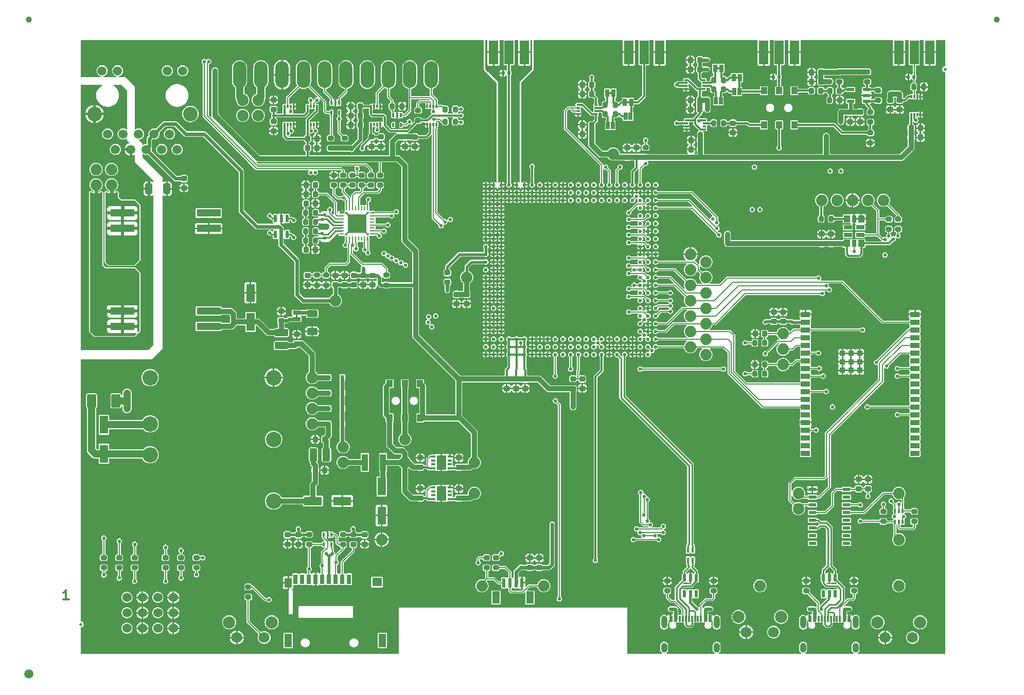
<source format=gtl>
%TF.GenerationSoftware,KiCad,Pcbnew,8.0.5*%
%TF.CreationDate,2024-10-18T17:19:45+01:00*%
%TF.ProjectId,SparkFun_RTK_mosaic-T_panelized,53706172-6b46-4756-9e5f-52544b5f6d6f,rev?*%
%TF.SameCoordinates,Original*%
%TF.FileFunction,Copper,L1,Top*%
%TF.FilePolarity,Positive*%
%FSLAX46Y46*%
G04 Gerber Fmt 4.6, Leading zero omitted, Abs format (unit mm)*
G04 Created by KiCad (PCBNEW 8.0.5) date 2024-10-18 17:19:45*
%MOMM*%
%LPD*%
G01*
G04 APERTURE LIST*
G04 Aperture macros list*
%AMRoundRect*
0 Rectangle with rounded corners*
0 $1 Rounding radius*
0 $2 $3 $4 $5 $6 $7 $8 $9 X,Y pos of 4 corners*
0 Add a 4 corners polygon primitive as box body*
4,1,4,$2,$3,$4,$5,$6,$7,$8,$9,$2,$3,0*
0 Add four circle primitives for the rounded corners*
1,1,$1+$1,$2,$3*
1,1,$1+$1,$4,$5*
1,1,$1+$1,$6,$7*
1,1,$1+$1,$8,$9*
0 Add four rect primitives between the rounded corners*
20,1,$1+$1,$2,$3,$4,$5,0*
20,1,$1+$1,$4,$5,$6,$7,0*
20,1,$1+$1,$6,$7,$8,$9,0*
20,1,$1+$1,$8,$9,$2,$3,0*%
G04 Aperture macros list end*
%ADD10C,0.300000*%
%TA.AperFunction,NonConductor*%
%ADD11C,0.300000*%
%TD*%
%TA.AperFunction,EtchedComponent*%
%ADD12C,0.000000*%
%TD*%
%TA.AperFunction,SMDPad,CuDef*%
%ADD13RoundRect,0.200000X-0.200000X-0.275000X0.200000X-0.275000X0.200000X0.275000X-0.200000X0.275000X0*%
%TD*%
%TA.AperFunction,SMDPad,CuDef*%
%ADD14RoundRect,0.140000X-0.140000X-0.170000X0.140000X-0.170000X0.140000X0.170000X-0.140000X0.170000X0*%
%TD*%
%TA.AperFunction,SMDPad,CuDef*%
%ADD15RoundRect,0.225000X-0.250000X0.225000X-0.250000X-0.225000X0.250000X-0.225000X0.250000X0.225000X0*%
%TD*%
%TA.AperFunction,SMDPad,CuDef*%
%ADD16RoundRect,0.200000X-0.275000X0.200000X-0.275000X-0.200000X0.275000X-0.200000X0.275000X0.200000X0*%
%TD*%
%TA.AperFunction,ComponentPad*%
%ADD17C,1.800000*%
%TD*%
%TA.AperFunction,ComponentPad*%
%ADD18C,2.000000*%
%TD*%
%TA.AperFunction,SMDPad,CuDef*%
%ADD19R,1.500000X0.900000*%
%TD*%
%TA.AperFunction,SMDPad,CuDef*%
%ADD20R,0.900000X0.900000*%
%TD*%
%TA.AperFunction,SMDPad,CuDef*%
%ADD21RoundRect,0.225000X0.250000X-0.225000X0.250000X0.225000X-0.250000X0.225000X-0.250000X-0.225000X0*%
%TD*%
%TA.AperFunction,SMDPad,CuDef*%
%ADD22RoundRect,0.225000X0.225000X0.250000X-0.225000X0.250000X-0.225000X-0.250000X0.225000X-0.250000X0*%
%TD*%
%TA.AperFunction,SMDPad,CuDef*%
%ADD23R,1.200000X0.550000*%
%TD*%
%TA.AperFunction,ComponentPad*%
%ADD24C,1.879600*%
%TD*%
%TA.AperFunction,SMDPad,CuDef*%
%ADD25RoundRect,0.030000X0.120000X-0.245000X0.120000X0.245000X-0.120000X0.245000X-0.120000X-0.245000X0*%
%TD*%
%TA.AperFunction,SMDPad,CuDef*%
%ADD26R,1.270000X0.660400*%
%TD*%
%TA.AperFunction,SMDPad,CuDef*%
%ADD27C,0.500000*%
%TD*%
%TA.AperFunction,SMDPad,CuDef*%
%ADD28RoundRect,0.200000X0.275000X-0.200000X0.275000X0.200000X-0.275000X0.200000X-0.275000X-0.200000X0*%
%TD*%
%TA.AperFunction,SMDPad,CuDef*%
%ADD29R,0.800000X0.284600*%
%TD*%
%TA.AperFunction,SMDPad,CuDef*%
%ADD30R,0.284600X0.800000*%
%TD*%
%TA.AperFunction,SMDPad,CuDef*%
%ADD31R,3.150000X3.150000*%
%TD*%
%TA.AperFunction,SMDPad,CuDef*%
%ADD32R,0.660400X1.270000*%
%TD*%
%TA.AperFunction,SMDPad,CuDef*%
%ADD33RoundRect,0.200000X0.200000X0.275000X-0.200000X0.275000X-0.200000X-0.275000X0.200000X-0.275000X0*%
%TD*%
%TA.AperFunction,SMDPad,CuDef*%
%ADD34C,1.000000*%
%TD*%
%TA.AperFunction,SMDPad,CuDef*%
%ADD35R,0.550000X1.200000*%
%TD*%
%TA.AperFunction,SMDPad,CuDef*%
%ADD36RoundRect,0.300000X-0.000010X0.000010X-0.000010X-0.000010X0.000010X-0.000010X0.000010X0.000010X0*%
%TD*%
%TA.AperFunction,SMDPad,CuDef*%
%ADD37R,1.400000X3.000000*%
%TD*%
%TA.AperFunction,SMDPad,CuDef*%
%ADD38RoundRect,0.250000X-0.375000X-0.850000X0.375000X-0.850000X0.375000X0.850000X-0.375000X0.850000X0*%
%TD*%
%TA.AperFunction,SMDPad,CuDef*%
%ADD39R,1.000000X2.800000*%
%TD*%
%TA.AperFunction,SMDPad,CuDef*%
%ADD40R,0.635000X1.270000*%
%TD*%
%TA.AperFunction,SMDPad,CuDef*%
%ADD41R,1.500000X4.000000*%
%TD*%
%TA.AperFunction,SMDPad,CuDef*%
%ADD42RoundRect,0.225000X-0.225000X-0.250000X0.225000X-0.250000X0.225000X0.250000X-0.225000X0.250000X0*%
%TD*%
%TA.AperFunction,SMDPad,CuDef*%
%ADD43RoundRect,0.250000X0.625000X-0.312500X0.625000X0.312500X-0.625000X0.312500X-0.625000X-0.312500X0*%
%TD*%
%TA.AperFunction,SMDPad,CuDef*%
%ADD44R,1.050000X1.150000*%
%TD*%
%TA.AperFunction,SMDPad,CuDef*%
%ADD45R,1.350000X0.700000*%
%TD*%
%TA.AperFunction,SMDPad,CuDef*%
%ADD46R,0.700000X1.150000*%
%TD*%
%TA.AperFunction,ComponentPad*%
%ADD47O,2.200000X4.400000*%
%TD*%
%TA.AperFunction,SMDPad,CuDef*%
%ADD48R,0.300000X0.660000*%
%TD*%
%TA.AperFunction,SMDPad,CuDef*%
%ADD49R,3.000000X1.400000*%
%TD*%
%TA.AperFunction,SMDPad,CuDef*%
%ADD50RoundRect,0.030000X-0.245000X-0.120000X0.245000X-0.120000X0.245000X0.120000X-0.245000X0.120000X0*%
%TD*%
%TA.AperFunction,ComponentPad*%
%ADD51C,2.540000*%
%TD*%
%TA.AperFunction,SMDPad,CuDef*%
%ADD52R,0.650000X0.300000*%
%TD*%
%TA.AperFunction,SMDPad,CuDef*%
%ADD53R,1.600000X2.350000*%
%TD*%
%TA.AperFunction,ComponentPad*%
%ADD54C,1.524000*%
%TD*%
%TA.AperFunction,SMDPad,CuDef*%
%ADD55R,0.700000X1.600000*%
%TD*%
%TA.AperFunction,SMDPad,CuDef*%
%ADD56R,1.200000X1.600000*%
%TD*%
%TA.AperFunction,SMDPad,CuDef*%
%ADD57R,1.200000X2.200000*%
%TD*%
%TA.AperFunction,SMDPad,CuDef*%
%ADD58R,1.600000X1.400000*%
%TD*%
%TA.AperFunction,SMDPad,CuDef*%
%ADD59R,1.000000X1.150000*%
%TD*%
%TA.AperFunction,SMDPad,CuDef*%
%ADD60R,0.300000X1.000000*%
%TD*%
%TA.AperFunction,SMDPad,CuDef*%
%ADD61R,0.600000X1.000000*%
%TD*%
%TA.AperFunction,ComponentPad*%
%ADD62O,1.000000X1.600000*%
%TD*%
%TA.AperFunction,ComponentPad*%
%ADD63O,1.000000X2.100000*%
%TD*%
%TA.AperFunction,SMDPad,CuDef*%
%ADD64R,1.200000X0.600000*%
%TD*%
%TA.AperFunction,SMDPad,CuDef*%
%ADD65R,0.630000X0.830000*%
%TD*%
%TA.AperFunction,SMDPad,CuDef*%
%ADD66RoundRect,0.250000X-0.850000X0.375000X-0.850000X-0.375000X0.850000X-0.375000X0.850000X0.375000X0*%
%TD*%
%TA.AperFunction,SMDPad,CuDef*%
%ADD67C,1.500000*%
%TD*%
%TA.AperFunction,SMDPad,CuDef*%
%ADD68R,0.300000X0.700000*%
%TD*%
%TA.AperFunction,SMDPad,CuDef*%
%ADD69RoundRect,0.250000X-0.325000X-0.650000X0.325000X-0.650000X0.325000X0.650000X-0.325000X0.650000X0*%
%TD*%
%TA.AperFunction,SMDPad,CuDef*%
%ADD70R,0.400000X0.900000*%
%TD*%
%TA.AperFunction,ComponentPad*%
%ADD71C,1.500000*%
%TD*%
%TA.AperFunction,ComponentPad*%
%ADD72C,2.400000*%
%TD*%
%TA.AperFunction,SMDPad,CuDef*%
%ADD73RoundRect,0.208333X-0.541667X-0.891667X0.541667X-0.891667X0.541667X0.891667X-0.541667X0.891667X0*%
%TD*%
%TA.AperFunction,SMDPad,CuDef*%
%ADD74R,4.000000X1.250000*%
%TD*%
%TA.AperFunction,SMDPad,CuDef*%
%ADD75R,0.600000X1.550000*%
%TD*%
%TA.AperFunction,SMDPad,CuDef*%
%ADD76R,1.200000X2.000000*%
%TD*%
%TA.AperFunction,ViaPad*%
%ADD77C,0.560000*%
%TD*%
%TA.AperFunction,Conductor*%
%ADD78C,0.177800*%
%TD*%
%TA.AperFunction,Conductor*%
%ADD79C,0.304800*%
%TD*%
%TA.AperFunction,Conductor*%
%ADD80C,0.812800*%
%TD*%
%TA.AperFunction,Conductor*%
%ADD81C,0.406400*%
%TD*%
%TA.AperFunction,Conductor*%
%ADD82C,0.558800*%
%TD*%
%TA.AperFunction,Conductor*%
%ADD83C,1.219200*%
%TD*%
%TA.AperFunction,Conductor*%
%ADD84C,0.330200*%
%TD*%
%TA.AperFunction,Conductor*%
%ADD85C,0.228600*%
%TD*%
%TA.AperFunction,Conductor*%
%ADD86C,0.266700*%
%TD*%
G04 APERTURE END LIST*
D10*
D11*
X3118225Y9216172D02*
X2261082Y9216172D01*
X2689653Y9216172D02*
X2689653Y10716172D01*
X2689653Y10716172D02*
X2546796Y10501886D01*
X2546796Y10501886D02*
X2403939Y10359029D01*
X2403939Y10359029D02*
X2261082Y10287600D01*
D12*
%TA.AperFunction,EtchedComponent*%
%TO.C,JP7*%
G36*
X40790000Y55630000D02*
G01*
X40490000Y55630000D01*
X40490000Y56130000D01*
X40790000Y56130000D01*
X40790000Y55630000D01*
G37*
%TD.AperFunction*%
%TA.AperFunction,EtchedComponent*%
%TO.C,A.1*%
G36*
X110232000Y96497000D02*
G01*
X109732000Y96497000D01*
X109732000Y96797000D01*
X110232000Y96797000D01*
X110232000Y96497000D01*
G37*
%TD.AperFunction*%
%TA.AperFunction,EtchedComponent*%
%TO.C,B.1*%
G36*
X113292700Y94973000D02*
G01*
X112792700Y94973000D01*
X112792700Y95273000D01*
X113292700Y95273000D01*
X113292700Y94973000D01*
G37*
%TD.AperFunction*%
%TA.AperFunction,EtchedComponent*%
%TO.C,F.1*%
G36*
X95385700Y90909000D02*
G01*
X94885700Y90909000D01*
X94885700Y91209000D01*
X95385700Y91209000D01*
X95385700Y90909000D01*
G37*
%TD.AperFunction*%
%TA.AperFunction,EtchedComponent*%
%TO.C,E.1*%
G36*
X92464700Y92433000D02*
G01*
X91964700Y92433000D01*
X91964700Y92733000D01*
X92464700Y92733000D01*
X92464700Y92433000D01*
G37*
%TD.AperFunction*%
%TD*%
D13*
%TO.P,R55,1*%
%TO.N,SCL2_IO*%
X65088000Y87884000D03*
%TO.P,R55,2*%
%TO.N,Net-(JP22-A)*%
X66738000Y87884000D03*
%TD*%
D14*
%TO.P,D1,1,A1*%
%TO.N,GND*%
X74577000Y95885000D03*
%TO.P,D1,2,A2*%
%TO.N,MOSAIC_RF_IN*%
X75537000Y95885000D03*
%TD*%
D15*
%TO.P,C70,1*%
%TO.N,2.8V*%
X131699000Y89421000D03*
%TO.P,C70,2*%
%TO.N,GND*%
X131699000Y87871000D03*
%TD*%
D16*
%TO.P,R9,1*%
%TO.N,GND*%
X101600000Y12255000D03*
%TO.P,R9,2*%
%TO.N,Net-(J2-CC1)*%
X101600000Y10605000D03*
%TD*%
D17*
%TO.P,SW2,1,1*%
%TO.N,GND*%
X137450000Y2921000D03*
%TO.P,SW2,2,2*%
%TO.N,Net-(JP11-A)*%
X141950000Y2921000D03*
D18*
%TO.P,SW2,M1,M1*%
%TO.N,unconnected-(SW2-PadM1)*%
X136200000Y5421000D03*
%TO.P,SW2,M2,M2*%
%TO.N,unconnected-(SW2-PadM2)*%
X143200000Y5421000D03*
%TD*%
D19*
%TO.P,U1,1,GND*%
%TO.N,GND*%
X124350000Y56129000D03*
%TO.P,U1,2,VDD*%
%TO.N,3.3V*%
X124350000Y54859000D03*
%TO.P,U1,3,EN*%
%TO.N,ESP_~{RST}*%
X124350000Y53589000D03*
%TO.P,U1,4,IA36*%
%TO.N,ESP36{slash}MRDY*%
X124350000Y52319000D03*
%TO.P,U1,5,IA39*%
%TO.N,Net-(U1-IA39)*%
X124350000Y51049000D03*
%TO.P,U1,6,IA34*%
%TO.N,ESP34{slash}MTX3*%
X124350000Y49779000D03*
%TO.P,U1,7,IA35*%
%TO.N,ESP35{slash}DeviceSense*%
X124350000Y48509000D03*
%TO.P,U1,8,IOA32*%
%TO.N,ESP32{slash}LED_ERROR*%
X124350000Y47239000D03*
%TO.P,U1,9,IOA33*%
%TO.N,ESP33{slash}LED_LOCK*%
X124350000Y45969000D03*
%TO.P,U1,10,IOA25*%
%TO.N,ESP25{slash}MRX4*%
X124350000Y44699000D03*
%TO.P,U1,11,IOA26*%
%TO.N,ESP26{slash}MCTS1*%
X124350000Y43429000D03*
%TO.P,U1,12,IOA27*%
%TO.N,ESP27{slash}MRTS1*%
X124350000Y42159000D03*
%TO.P,U1,13,IOA14*%
%TO.N,ESP14{slash}MRX1*%
X124350000Y40889000D03*
%TO.P,U1,14,IOA12*%
%TO.N,unconnected-(U1-IOA12-Pad14)*%
X124350000Y39619000D03*
%TO.P,U1,15,GND*%
%TO.N,GND*%
X124350000Y38349000D03*
%TO.P,U1,16,IOA13*%
%TO.N,ESP13{slash}MTX1*%
X124350000Y37079000D03*
%TO.P,U1,17,NC*%
%TO.N,unconnected-(U1-NC-Pad17)*%
X124350000Y35809000D03*
%TO.P,U1,18,NC*%
%TO.N,unconnected-(U1-NC-Pad18)*%
X124350000Y34539000D03*
%TO.P,U1,19,NC*%
%TO.N,unconnected-(U1-NC-Pad19)*%
X124350000Y33269000D03*
%TO.P,U1,20,NC*%
%TO.N,unconnected-(U1-NC-Pad20)*%
X142350000Y33269000D03*
%TO.P,U1,21,NC*%
%TO.N,unconnected-(U1-NC-Pad21)*%
X142350000Y34539000D03*
%TO.P,U1,22,NC*%
%TO.N,unconnected-(U1-NC-Pad22)*%
X142350000Y35809000D03*
%TO.P,U1,23,IOA15*%
%TO.N,unconnected-(U1-IOA15-Pad23)*%
X142350000Y37079000D03*
%TO.P,U1,24,IOA2*%
%TO.N,unconnected-(U1-IOA2-Pad24)*%
X142350000Y38349000D03*
%TO.P,U1,25,IOA0*%
%TO.N,ESP0{slash}BOOT*%
X142350000Y39619000D03*
%TO.P,U1,26,IOA4*%
%TO.N,ESP4{slash}MTX4*%
X142350000Y40889000D03*
%TO.P,U1,27,NC*%
%TO.N,unconnected-(U1-NC-Pad27)*%
X142350000Y42159000D03*
%TO.P,U1,28,NC*%
%TO.N,unconnected-(U1-NC-Pad28)*%
X142350000Y43429000D03*
%TO.P,U1,29,IO5*%
%TO.N,unconnected-(U1-IO5-Pad29)*%
X142350000Y44699000D03*
%TO.P,U1,30,IO18*%
%TO.N,ESP18{slash}SDA2*%
X142350000Y45969000D03*
%TO.P,U1,31,IO19*%
%TO.N,ESP19{slash}SCL2*%
X142350000Y47239000D03*
%TO.P,U1,32,NC*%
%TO.N,unconnected-(U1-NC-Pad32)*%
X142350000Y48509000D03*
%TO.P,U1,33,IO21*%
%TO.N,ESP21{slash}SDA*%
X142350000Y49779000D03*
%TO.P,U1,34,RXD0/IO3*%
%TO.N,ESP3{slash}CH340-TX*%
X142350000Y51049000D03*
%TO.P,U1,35,TXD0/IO1*%
%TO.N,ESP1{slash}CH340-RX*%
X142350000Y52319000D03*
%TO.P,U1,36,IO22*%
%TO.N,ESP22{slash}SCL*%
X142350000Y53589000D03*
%TO.P,U1,37,IO23*%
%TO.N,ESP23{slash}MRX3*%
X142350000Y54859000D03*
%TO.P,U1,38,GND*%
%TO.N,GND*%
X142350000Y56129000D03*
D20*
%TO.P,U1,39.1,GND*%
X130450000Y49729000D03*
%TO.P,U1,39.2,GND*%
X130450000Y48329000D03*
%TO.P,U1,39.3,GND*%
X130450000Y46929000D03*
%TO.P,U1,39.4,GND*%
X131850000Y46929000D03*
%TO.P,U1,39.5,GND*%
X133250000Y46929000D03*
%TO.P,U1,39.6,GND*%
X133250000Y48329000D03*
%TO.P,U1,39.7,GND*%
X133250000Y49729000D03*
%TO.P,U1,39.8,GND*%
X131850000Y49729000D03*
%TO.P,U1,39.9,GND*%
X131850000Y48329000D03*
%TD*%
D21*
%TO.P,C27,1*%
%TO.N,VDDA*%
X46990000Y61023000D03*
%TO.P,C27,2*%
%TO.N,GND*%
X46990000Y62573000D03*
%TD*%
D22*
%TO.P,C11,1*%
%TO.N,GND*%
X43701000Y66802000D03*
%TO.P,C11,2*%
%TO.N,Net-(C11-Pad2)*%
X42151000Y66802000D03*
%TD*%
D23*
%TO.P,U17,1*%
%TO.N,Net-(R52-Pad1)*%
X134396100Y91252000D03*
%TO.P,U17,2,V-*%
%TO.N,GND*%
X134396100Y92202000D03*
%TO.P,U17,3,+*%
%TO.N,Net-(U17-+)*%
X134396100Y93152000D03*
%TO.P,U17,4,-*%
%TO.N,Net-(U17--)*%
X131795900Y93152000D03*
%TO.P,U17,5,V+*%
%TO.N,2.8V*%
X131795900Y91252000D03*
%TD*%
D15*
%TO.P,C55,1*%
%TO.N,10MHz_1.8V*%
X112395000Y87630000D03*
%TO.P,C55,2*%
%TO.N,GND*%
X112395000Y86080000D03*
%TD*%
D24*
%TO.P,TP11,1,1*%
%TO.N,ESP4{slash}MTX4*%
X105410000Y55880000D03*
%TD*%
%TO.P,TP32,1,1*%
%TO.N,GND*%
X132080000Y74930000D03*
%TD*%
D21*
%TO.P,C1,1*%
%TO.N,3.3V*%
X120650000Y54978000D03*
%TO.P,C1,2*%
%TO.N,GND*%
X120650000Y56528000D03*
%TD*%
D24*
%TO.P,TP41,1,1*%
%TO.N,2.8V*%
X68580000Y62230000D03*
%TD*%
D25*
%TO.P,U9,1,VCCA*%
%TO.N,3.3V_P*%
X38620000Y87425000D03*
%TO.P,U9,2,1A*%
%TO.N,MRX2*%
X39120000Y87425000D03*
%TO.P,U9,3,2A*%
%TO.N,MCTS2*%
X39620000Y87425000D03*
%TO.P,U9,4,GND*%
%TO.N,GND*%
X40120000Y87425000D03*
%TO.P,U9,5,DIR*%
X40120000Y90375000D03*
%TO.P,U9,6,2B*%
%TO.N,MCTS2_I*%
X39620000Y90375000D03*
%TO.P,U9,7,1B*%
%TO.N,MRX2_I*%
X39120000Y90375000D03*
%TO.P,U9,8,VCCB*%
%TO.N,VCCIO*%
X38620000Y90375000D03*
%TD*%
D24*
%TO.P,TP22,1,1*%
%TO.N,1.8V*%
X92710000Y82550000D03*
%TD*%
D25*
%TO.P,U8,1,VCCA*%
%TO.N,3.3V_P*%
X42430000Y87425000D03*
%TO.P,U8,2,1A*%
%TO.N,MTX2*%
X42930000Y87425000D03*
%TO.P,U8,3,2A*%
%TO.N,MRTS2*%
X43430000Y87425000D03*
%TO.P,U8,4,GND*%
%TO.N,GND*%
X43930000Y87425000D03*
%TO.P,U8,5,DIR*%
%TO.N,3.3V_P*%
X43930000Y90375000D03*
%TO.P,U8,6,2B*%
%TO.N,MRTS2_O*%
X43430000Y90375000D03*
%TO.P,U8,7,1B*%
%TO.N,MTX2_O*%
X42930000Y90375000D03*
%TO.P,U8,8,VCCB*%
%TO.N,VCCIO*%
X42430000Y90375000D03*
%TD*%
D21*
%TO.P,C38,1*%
%TO.N,VIN_POE*%
X40640000Y51295000D03*
%TO.P,C38,2*%
%TO.N,GND*%
X40640000Y52845000D03*
%TD*%
D22*
%TO.P,C8,1*%
%TO.N,ESP_~{RST}*%
X117615000Y52959000D03*
%TO.P,C8,2*%
%TO.N,GND*%
X116065000Y52959000D03*
%TD*%
D16*
%TO.P,R37,1*%
%TO.N,LOG_BTN*%
X32639000Y11239000D03*
%TO.P,R37,2*%
%TO.N,Net-(R37-Pad2)*%
X32639000Y9589000D03*
%TD*%
D15*
%TO.P,C23,1*%
%TO.N,3.3V_P*%
X51562000Y62573000D03*
%TO.P,C23,2*%
%TO.N,GND*%
X51562000Y61023000D03*
%TD*%
D16*
%TO.P,R57,1*%
%TO.N,1.8V*%
X134493000Y96075000D03*
%TO.P,R57,2*%
%TO.N,Net-(U17-+)*%
X134493000Y94425000D03*
%TD*%
D26*
%TO.P,JP7,1,A*%
%TO.N,Net-(JP7-A)*%
X40640000Y56400700D03*
%TO.P,JP7,2,B*%
%TO.N,Net-(JP7-B)*%
X40640000Y55359300D03*
%TD*%
D24*
%TO.P,TP21,1,1*%
%TO.N,Net-(U2-GPIO_2)*%
X105410000Y63500000D03*
%TD*%
D27*
%TO.P,FID3,*%
%TO.N,*%
X5080000Y5080000D03*
%TD*%
D28*
%TO.P,R2,1*%
%TO.N,Net-(Q1B-B2)*%
X142240000Y22035000D03*
%TO.P,R2,2*%
%TO.N,CH340-~{DTR}*%
X142240000Y23685000D03*
%TD*%
D29*
%TO.P,U4,1,GND*%
%TO.N,GND*%
X48046000Y72870000D03*
%TO.P,U4,2,VDDP_1.8*%
%TO.N,Net-(U4-VDDP_1.8)*%
X48046000Y72370000D03*
%TO.P,U4,3,VDDA_3.3*%
%TO.N,VDDA*%
X48046000Y71870000D03*
%TO.P,U4,4,RX-*%
%TO.N,RD-*%
X48046000Y71370000D03*
%TO.P,U4,5,RX+*%
%TO.N,RD+*%
X48046000Y70870000D03*
%TO.P,U4,6,TX-*%
%TO.N,TD-*%
X48046000Y70370000D03*
%TO.P,U4,7,TX+*%
%TO.N,TD+*%
X48046000Y69870000D03*
%TO.P,U4,8,XO*%
%TO.N,unconnected-(U4-XO-Pad8)*%
X48046000Y69370000D03*
D30*
%TO.P,U4,9,XI*%
%TO.N,ETH_CLK*%
X48796000Y68620000D03*
%TO.P,U4,10,REXT*%
%TO.N,Net-(U4-REXT)*%
X49296000Y68620000D03*
%TO.P,U4,11,MDIO*%
%TO.N,ETH_MDIO*%
X49796000Y68620000D03*
%TO.P,U4,12,MDC*%
%TO.N,ETH_MDC*%
X50296000Y68620000D03*
%TO.P,U4,13,RXD3/PHYAD0*%
%TO.N,unconnected-(U4-RXD3{slash}PHYAD0-Pad13)*%
X50796000Y68620000D03*
%TO.P,U4,14,RXD2/PHYAD1*%
%TO.N,unconnected-(U4-RXD2{slash}PHYAD1-Pad14)*%
X51296000Y68620000D03*
%TO.P,U4,15,RXD1/PHYAD2*%
%TO.N,ETH_RXD1*%
X51796000Y68620000D03*
%TO.P,U4,16,RXD0/DUPLEX*%
%TO.N,ETH_RXD0*%
X52296000Y68620000D03*
D29*
%TO.P,U4,17,VDDIO_3.3*%
%TO.N,3.3V_P*%
X53046000Y69370000D03*
%TO.P,U4,18,RXDV/CONFIG2*%
%TO.N,ETH_RXDV*%
X53046000Y69870000D03*
%TO.P,U4,19,RXC*%
%TO.N,unconnected-(U4-RXC-Pad19)*%
X53046000Y70370000D03*
%TO.P,U4,20,RXER/ISO*%
%TO.N,ETH_RXER*%
X53046000Y70870000D03*
%TO.P,U4,21,INTRP*%
%TO.N,unconnected-(U4-INTRP-Pad21)*%
X53046000Y71370000D03*
%TO.P,U4,22,TXC*%
%TO.N,unconnected-(U4-TXC-Pad22)*%
X53046000Y71870000D03*
%TO.P,U4,23,TX_EN*%
%TO.N,ETH_TXEN*%
X53046000Y72370000D03*
%TO.P,U4,24,TXD0*%
%TO.N,ETH_TXD0*%
X53046000Y72870000D03*
D30*
%TO.P,U4,25,TXD1*%
%TO.N,ETH_TXD1*%
X52296000Y73620000D03*
%TO.P,U4,26,TXD2*%
%TO.N,unconnected-(U4-TXD2-Pad26)*%
X51796000Y73620000D03*
%TO.P,U4,27,TXD3*%
%TO.N,unconnected-(U4-TXD3-Pad27)*%
X51296000Y73620000D03*
%TO.P,U4,28,COL/CONFIG0*%
%TO.N,Net-(U4-COL{slash}CONFIG0)*%
X50796000Y73620000D03*
%TO.P,U4,29,CRS/CONFIG1*%
%TO.N,unconnected-(U4-CRS{slash}CONFIG1-Pad29)*%
X50296000Y73620000D03*
%TO.P,U4,30,LED0/NWAYEN*%
%TO.N,LINK*%
X49796000Y73620000D03*
%TO.P,U4,31,LED1/SPEED*%
%TO.N,SPEED*%
X49296000Y73620000D03*
%TO.P,U4,32,~{RST}*%
%TO.N,ETH_~{RST}*%
X48796000Y73620000D03*
D31*
%TO.P,U4,EP,GND*%
%TO.N,GND*%
X50546000Y71120000D03*
%TD*%
D14*
%TO.P,D17,1,A1*%
%TO.N,GND*%
X119027000Y95250000D03*
%TO.P,D17,2,A2*%
%TO.N,10MHz_IN_OUT*%
X119987000Y95250000D03*
%TD*%
D13*
%TO.P,R43,1*%
%TO.N,Net-(D15-A2)*%
X142177000Y93599000D03*
%TO.P,R43,2*%
%TO.N,GND*%
X143827000Y93599000D03*
%TD*%
D21*
%TO.P,C54,1*%
%TO.N,3.3V*%
X78994000Y14465000D03*
%TO.P,C54,2*%
%TO.N,GND*%
X78994000Y16015000D03*
%TD*%
D15*
%TO.P,C44,1*%
%TO.N,1.8V*%
X54483000Y85357000D03*
%TO.P,C44,2*%
%TO.N,GND*%
X54483000Y83807000D03*
%TD*%
%TO.P,C61,1*%
%TO.N,VCCIO*%
X138303000Y91416000D03*
%TO.P,C61,2*%
%TO.N,GND*%
X138303000Y89866000D03*
%TD*%
%TO.P,C28,1*%
%TO.N,3.3V_P*%
X39116000Y19825000D03*
%TO.P,C28,2*%
%TO.N,GND*%
X39116000Y18275000D03*
%TD*%
D32*
%TO.P,A.1,1,A*%
%TO.N,Net-(A.1-A)*%
X109461300Y96647000D03*
%TO.P,A.1,2,B*%
%TO.N,Net-(A.1-B)*%
X110502700Y96647000D03*
%TD*%
D22*
%TO.P,C65,1*%
%TO.N,VCCIO*%
X89185000Y93949000D03*
%TO.P,C65,2*%
%TO.N,GND*%
X87635000Y93949000D03*
%TD*%
D24*
%TO.P,TP18,1,1*%
%TO.N,Net-(U2-COM3_RTS)*%
X107950000Y59690000D03*
%TD*%
D33*
%TO.P,R49,1*%
%TO.N,Net-(C.1-B)*%
X110870000Y93218000D03*
%TO.P,R49,2*%
%TO.N,Net-(C.1-A)*%
X109220000Y93218000D03*
%TD*%
D34*
%TO.P,,*%
%TO.N,*%
X155825000Y104680000D03*
%TD*%
D28*
%TO.P,R29,1*%
%TO.N,SD_DATA*%
X42672000Y18225000D03*
%TO.P,R29,2*%
%TO.N,3.3V_P*%
X42672000Y19875000D03*
%TD*%
D32*
%TO.P,B.1,1,A*%
%TO.N,Net-(A.1-B)*%
X112522000Y95123000D03*
%TO.P,B.1,2,B*%
%TO.N,10MHz_OUT*%
X113563400Y95123000D03*
%TD*%
D15*
%TO.P,C56,1*%
%TO.N,3.3V_P*%
X58445400Y85357000D03*
%TO.P,C56,2*%
%TO.N,GND*%
X58445400Y83807000D03*
%TD*%
D21*
%TO.P,C18,1*%
%TO.N,1.8V*%
X94996000Y82029000D03*
%TO.P,C18,2*%
%TO.N,GND*%
X94996000Y83579000D03*
%TD*%
D13*
%TO.P,R54,1*%
%TO.N,SDA2_IO*%
X65088000Y89916000D03*
%TO.P,R54,2*%
%TO.N,Net-(JP22-B)*%
X66738000Y89916000D03*
%TD*%
D35*
%TO.P,D6,1,I/O1*%
%TO.N,RD+*%
X39050000Y71912100D03*
%TO.P,D6,2,GND*%
%TO.N,GND*%
X38100000Y71912100D03*
%TO.P,D6,3,I/O2*%
%TO.N,RD-*%
X37150000Y71912100D03*
%TO.P,D6,4,I/O3*%
%TO.N,TD-*%
X37150000Y69311900D03*
%TO.P,D6,5,VCC*%
%TO.N,VDDA*%
X38100000Y69312000D03*
%TO.P,D6,6,I/O4*%
%TO.N,TD+*%
X39050000Y69311900D03*
%TD*%
D16*
%TO.P,R25,1*%
%TO.N,Net-(U4-REXT)*%
X43942000Y62610000D03*
%TO.P,R25,2*%
%TO.N,GND*%
X43942000Y60960000D03*
%TD*%
D25*
%TO.P,U10,1,VCCA*%
%TO.N,1.8V*%
X141732000Y89027000D03*
%TO.P,U10,2,1A*%
%TO.N,MEventA_1V8*%
X142232000Y89027000D03*
%TO.P,U10,3,2A*%
%TO.N,unconnected-(U10-2A-Pad3)*%
X142732000Y89027000D03*
%TO.P,U10,4,GND*%
%TO.N,GND*%
X143232000Y89027000D03*
%TO.P,U10,5,DIR*%
X143232000Y91977000D03*
%TO.P,U10,6,2B*%
X142732000Y91977000D03*
%TO.P,U10,7,1B*%
%TO.N,Net-(D15-A2)*%
X142232000Y91977000D03*
%TO.P,U10,8,VCCB*%
%TO.N,VCCIO*%
X141732000Y91977000D03*
%TD*%
D24*
%TO.P,TP2,1,1*%
%TO.N,VIN_DC*%
X43180000Y38100000D03*
%TD*%
D36*
%TO.P,U2,A2,RTC_XTALO*%
%TO.N,unconnected-(U2-RTC_XTALO-PadA2)*%
X98425000Y49530000D03*
%TO.P,U2,A3,RTC_XTALI*%
%TO.N,GND*%
X97155000Y49530000D03*
%TO.P,U2,A4,GND*%
X95885000Y49530000D03*
%TO.P,U2,A5,USB_D+*%
%TO.N,MOSAIC_DP*%
X94615000Y49530000D03*
%TO.P,U2,A6,USB_D-*%
%TO.N,MOSAIC_DM*%
X93345000Y49530000D03*
%TO.P,U2,A7,GND*%
%TO.N,GND*%
X92075000Y49530000D03*
%TO.P,U2,A8,V_USB*%
%TO.N,VUSB*%
X90805000Y49530000D03*
%TO.P,U2,A9*%
%TO.N,N/C*%
X89535000Y49530000D03*
%TO.P,U2,A10,ONOFF*%
%TO.N,unconnected-(U2-ONOFF-PadA10)*%
X88265000Y49530000D03*
%TO.P,U2,A11,~{RESET}*%
%TO.N,Net-(U2-~{RESET})*%
X86995000Y49530000D03*
%TO.P,U2,A12,MODULE_RDY*%
%TO.N,ESP36{slash}MRDY*%
X85725000Y49530000D03*
%TO.P,U2,A13*%
%TO.N,N/C*%
X84455000Y49530000D03*
%TO.P,U2,A14,GP_LED*%
%TO.N,LED_PVT*%
X83185000Y49530000D03*
%TO.P,U2,A15,GND*%
%TO.N,GND*%
X81915000Y49530000D03*
%TO.P,U2,A16,GND*%
X80645000Y49530000D03*
%TO.P,U2,A17,GND*%
X79375000Y49530000D03*
%TO.P,U2,A18,VDD_3V3*%
%TO.N,3.3V_P*%
X78105000Y49530000D03*
%TO.P,U2,A19,VDD_3V3*%
X76835000Y49530000D03*
%TO.P,U2,A20,VDD_3V3*%
X75565000Y49530000D03*
%TO.P,U2,A21,GND*%
%TO.N,GND*%
X74295000Y49530000D03*
%TO.P,U2,A22,GND*%
X73025000Y49530000D03*
%TO.P,U2,A23,GND*%
X71755000Y49530000D03*
%TO.P,U2,AA1,SD_CLK*%
%TO.N,SD_CLK*%
X99695000Y74930000D03*
%TO.P,U2,AA2,ETHER_CLK*%
%TO.N,ETH_CLK*%
X98425000Y74930000D03*
%TO.P,U2,AA3*%
%TO.N,N/C*%
X97155000Y74930000D03*
%TO.P,U2,AA4,GPIO_1*%
%TO.N,Net-(U2-GPIO_1)*%
X95885000Y74930000D03*
%TO.P,U2,AA5*%
%TO.N,N/C*%
X94615000Y74930000D03*
%TO.P,U2,AA6*%
X93345000Y74930000D03*
%TO.P,U2,AA7*%
X92075000Y74930000D03*
%TO.P,U2,AA8*%
X90805000Y74930000D03*
%TO.P,U2,AA9*%
X89535000Y74930000D03*
%TO.P,U2,AA10*%
X88265000Y74930000D03*
%TO.P,U2,AA11*%
X86995000Y74930000D03*
%TO.P,U2,AA12*%
X85725000Y74930000D03*
%TO.P,U2,AA13,GND*%
%TO.N,GND*%
X84455000Y74930000D03*
%TO.P,U2,AA14,GND*%
X83185000Y74930000D03*
%TO.P,U2,AA15,GND*%
X81915000Y74930000D03*
%TO.P,U2,AA16,GND*%
X80645000Y74930000D03*
%TO.P,U2,AA17,GND*%
X79375000Y74930000D03*
%TO.P,U2,AA18,GND*%
X78105000Y74930000D03*
%TO.P,U2,AA19,GND*%
X76835000Y74930000D03*
%TO.P,U2,AA20,GND*%
X75565000Y74930000D03*
%TO.P,U2,AA21,GND*%
X74295000Y74930000D03*
%TO.P,U2,AA22,GND*%
X73025000Y74930000D03*
%TO.P,U2,AA23,GND*%
X71755000Y74930000D03*
%TO.P,U2,AB1,SD_CMD*%
%TO.N,SD_CMD*%
X99695000Y76200000D03*
%TO.P,U2,AB2,GND*%
%TO.N,GND*%
X98425000Y76200000D03*
%TO.P,U2,AB3,GND*%
X97155000Y76200000D03*
%TO.P,U2,AB4,GND*%
X95885000Y76200000D03*
%TO.P,U2,AB5,GND*%
X94615000Y76200000D03*
%TO.P,U2,AB6,GND*%
X93345000Y76200000D03*
%TO.P,U2,AB7,GND*%
X92075000Y76200000D03*
%TO.P,U2,AB8,GND*%
X90805000Y76200000D03*
%TO.P,U2,AB9*%
%TO.N,N/C*%
X89535000Y76200000D03*
%TO.P,U2,AB10*%
X88265000Y76200000D03*
%TO.P,U2,AB11*%
X86995000Y76200000D03*
%TO.P,U2,AB12*%
X85725000Y76200000D03*
%TO.P,U2,AB13,GND*%
%TO.N,GND*%
X84455000Y76200000D03*
%TO.P,U2,AB14,GND*%
X83185000Y76200000D03*
%TO.P,U2,AB15,GND*%
X81915000Y76200000D03*
%TO.P,U2,AB16,GND*%
X80645000Y76200000D03*
%TO.P,U2,AB17,GND*%
X79375000Y76200000D03*
%TO.P,U2,AB18,GND*%
X78105000Y76200000D03*
%TO.P,U2,AB19,GND*%
X76835000Y76200000D03*
%TO.P,U2,AB20,GND*%
X75565000Y76200000D03*
%TO.P,U2,AB21,GND*%
X74295000Y76200000D03*
%TO.P,U2,AB22,GND*%
X73025000Y76200000D03*
%TO.P,U2,AB23,GND*%
X71755000Y76200000D03*
%TO.P,U2,AC1*%
%TO.N,N/C*%
X99695000Y77470000D03*
%TO.P,U2,AC2*%
X98425000Y77470000D03*
%TO.P,U2,AC3,SYNC*%
%TO.N,Net-(U2-SYNC)*%
X97155000Y77470000D03*
%TO.P,U2,AC4,1V8_OUT*%
%TO.N,1.8V*%
X95885000Y77470000D03*
%TO.P,U2,AC5*%
%TO.N,N/C*%
X94615000Y77470000D03*
%TO.P,U2,AC6,EVENTA*%
%TO.N,MEventA_1V8*%
X93345000Y77470000D03*
%TO.P,U2,AC7,EVENTB*%
%TO.N,MEventB_1V8*%
X92075000Y77470000D03*
%TO.P,U2,AC8,PPS*%
%TO.N,MPPS_1V8*%
X90805000Y77470000D03*
%TO.P,U2,AC9*%
%TO.N,N/C*%
X89535000Y77470000D03*
%TO.P,U2,AC10*%
X88265000Y77470000D03*
%TO.P,U2,AC11*%
X86995000Y77470000D03*
%TO.P,U2,AC12*%
X85725000Y77470000D03*
%TO.P,U2,AC13,GND*%
%TO.N,GND*%
X84455000Y77470000D03*
%TO.P,U2,AC14,VTUNE*%
%TO.N,unconnected-(U2-VTUNE-PadAC14)*%
X83185000Y77470000D03*
%TO.P,U2,AC15,GND*%
%TO.N,GND*%
X81915000Y77470000D03*
%TO.P,U2,AC16,REF_OUT*%
%TO.N,unconnected-(U2-REF_OUT-PadAC16)*%
X80645000Y77470000D03*
%TO.P,U2,AC17,REF_IN*%
%TO.N,REF_IN*%
X79375000Y77470000D03*
%TO.P,U2,AC18,GND*%
%TO.N,GND*%
X78105000Y77470000D03*
%TO.P,U2,AC19,GND*%
X76835000Y77470000D03*
%TO.P,U2,AC20,ANT_1*%
%TO.N,MOSAIC_RF_IN*%
X75565000Y77470000D03*
%TO.P,U2,AC21,GND*%
%TO.N,GND*%
X74295000Y77470000D03*
%TO.P,U2,AC22,GND*%
X73025000Y77470000D03*
%TO.P,U2,AC23,GND*%
X71755000Y77470000D03*
%TO.P,U2,B1,COM1_RX*%
%TO.N,ESP14{slash}MRX1*%
X99695000Y50800000D03*
%TO.P,U2,B2,LOG_LED*%
%TO.N,LED_LOG*%
X98425000Y50800000D03*
%TO.P,U2,B3*%
%TO.N,N/C*%
X97155000Y50800000D03*
%TO.P,U2,B4,GND*%
%TO.N,GND*%
X95885000Y50800000D03*
%TO.P,U2,B5,GND*%
X94615000Y50800000D03*
%TO.P,U2,B6,GND*%
X93345000Y50800000D03*
%TO.P,U2,B7,GND*%
X92075000Y50800000D03*
%TO.P,U2,B8,VDD_BAT*%
%TO.N,3.3V_P*%
X90805000Y50800000D03*
%TO.P,U2,B9*%
%TO.N,N/C*%
X89535000Y50800000D03*
%TO.P,U2,B10*%
X88265000Y50800000D03*
%TO.P,U2,B11*%
X86995000Y50800000D03*
%TO.P,U2,B12*%
X85725000Y50800000D03*
%TO.P,U2,B13,GND*%
%TO.N,GND*%
X84455000Y50800000D03*
%TO.P,U2,B14*%
%TO.N,N/C*%
X83185000Y50800000D03*
%TO.P,U2,B15*%
X81915000Y50800000D03*
%TO.P,U2,B16,PMIC_ON_REQ*%
%TO.N,unconnected-(U2-PMIC_ON_REQ-PadB16)*%
X80645000Y50800000D03*
%TO.P,U2,B17,GND*%
%TO.N,GND*%
X79375000Y50800000D03*
%TO.P,U2,B18,VDD_3V3*%
%TO.N,3.3V_P*%
X78105000Y50800000D03*
%TO.P,U2,B19,VDD_3V3*%
X76835000Y50800000D03*
%TO.P,U2,B20,VDD_3V3*%
X75565000Y50800000D03*
%TO.P,U2,B21,GND*%
%TO.N,GND*%
X74295000Y50800000D03*
%TO.P,U2,B22*%
%TO.N,N/C*%
X73025000Y50800000D03*
%TO.P,U2,B23*%
X71755000Y50800000D03*
%TO.P,U2,C1,COM1_RTS*%
%TO.N,ESP27{slash}MRTS1*%
X99695000Y52070000D03*
%TO.P,U2,C2*%
%TO.N,N/C*%
X98425000Y52070000D03*
%TO.P,U2,C3*%
X97155000Y52070000D03*
%TO.P,U2,C4,GND*%
%TO.N,GND*%
X95885000Y52070000D03*
%TO.P,U2,C5*%
%TO.N,N/C*%
X94615000Y52070000D03*
%TO.P,U2,C6*%
X93345000Y52070000D03*
%TO.P,U2,C7,GND*%
%TO.N,GND*%
X92075000Y52070000D03*
%TO.P,U2,C8*%
%TO.N,N/C*%
X90805000Y52070000D03*
%TO.P,U2,C9*%
X89535000Y52070000D03*
%TO.P,U2,C10*%
X88265000Y52070000D03*
%TO.P,U2,C11*%
X86995000Y52070000D03*
%TO.P,U2,C12*%
X85725000Y52070000D03*
%TO.P,U2,C13*%
X84455000Y52070000D03*
%TO.P,U2,C14*%
X83185000Y52070000D03*
%TO.P,U2,C15,GND*%
%TO.N,GND*%
X81915000Y52070000D03*
%TO.P,U2,C16,GND*%
X80645000Y52070000D03*
%TO.P,U2,C17,GND*%
X79375000Y52070000D03*
%TO.P,U2,C18,VDD_3V3*%
%TO.N,3.3V_P*%
X78105000Y52070000D03*
%TO.P,U2,C19,VDD_3V3*%
X76835000Y52070000D03*
%TO.P,U2,C20,VDD_3V3*%
X75565000Y52070000D03*
%TO.P,U2,C21*%
%TO.N,N/C*%
X74295000Y52070000D03*
%TO.P,U2,C22*%
X73025000Y52070000D03*
%TO.P,U2,C23,GND*%
%TO.N,GND*%
X71755000Y52070000D03*
%TO.P,U2,D1,COM1_TX*%
%TO.N,ESP13{slash}MTX1*%
X99695000Y53340000D03*
%TO.P,U2,D2,GND*%
%TO.N,GND*%
X98425000Y53340000D03*
%TO.P,U2,D3,COM4_RX*%
%TO.N,ESP25{slash}MRX4*%
X97155000Y53340000D03*
%TO.P,U2,D21,GND*%
%TO.N,GND*%
X74295000Y53340000D03*
%TO.P,U2,D22,GND*%
X73025000Y53340000D03*
%TO.P,U2,D23,GND*%
X71755000Y53340000D03*
%TO.P,U2,E1,COM1_CTS*%
%TO.N,ESP26{slash}MCTS1*%
X99695000Y54610000D03*
%TO.P,U2,E2,GND*%
%TO.N,GND*%
X98425000Y54610000D03*
%TO.P,U2,E3,COM4_TX*%
%TO.N,ESP4{slash}MTX4*%
X97155000Y54610000D03*
%TO.P,U2,E21,GND*%
%TO.N,GND*%
X74295000Y54610000D03*
%TO.P,U2,E22,GND*%
X73025000Y54610000D03*
%TO.P,U2,E23,GND*%
X71755000Y54610000D03*
%TO.P,U2,F1,COM2_RX*%
%TO.N,MRX2*%
X99695000Y55880000D03*
%TO.P,U2,F2,ETHER_~{RST}*%
%TO.N,ETH_~{RST}*%
X98425000Y55880000D03*
%TO.P,U2,F3*%
%TO.N,N/C*%
X97155000Y55880000D03*
%TO.P,U2,F21,GND*%
%TO.N,GND*%
X74295000Y55880000D03*
%TO.P,U2,F22,GND*%
X73025000Y55880000D03*
%TO.P,U2,F23,GND*%
X71755000Y55880000D03*
%TO.P,U2,G1,COM2_RTS*%
%TO.N,MRTS2*%
X99695000Y57150000D03*
%TO.P,U2,G2,GND*%
%TO.N,GND*%
X98425000Y57150000D03*
%TO.P,U2,G3*%
%TO.N,N/C*%
X97155000Y57150000D03*
%TO.P,U2,G21,GND*%
%TO.N,GND*%
X74295000Y57150000D03*
%TO.P,U2,G22*%
%TO.N,N/C*%
X73025000Y57150000D03*
%TO.P,U2,G23,GND*%
%TO.N,GND*%
X71755000Y57150000D03*
%TO.P,U2,H1,COM2_TX*%
%TO.N,MTX2*%
X99695000Y58420000D03*
%TO.P,U2,H2,ETHER_TXD1*%
%TO.N,ETH_TXD1*%
X98425000Y58420000D03*
%TO.P,U2,H3*%
%TO.N,N/C*%
X97155000Y58420000D03*
%TO.P,U2,H21,GND*%
%TO.N,GND*%
X74295000Y58420000D03*
%TO.P,U2,H22,GND*%
X73025000Y58420000D03*
%TO.P,U2,H23,GND*%
X71755000Y58420000D03*
%TO.P,U2,J1,COM2_CTS*%
%TO.N,MCTS2*%
X99695000Y59690000D03*
%TO.P,U2,J2,ETHER_TXD0*%
%TO.N,ETH_TXD0*%
X98425000Y59690000D03*
%TO.P,U2,J3*%
%TO.N,N/C*%
X97155000Y59690000D03*
%TO.P,U2,J21,GND*%
%TO.N,GND*%
X74295000Y59690000D03*
%TO.P,U2,J22,GND*%
X73025000Y59690000D03*
%TO.P,U2,J23,GND*%
X71755000Y59690000D03*
%TO.P,U2,K1,COM3_RX*%
%TO.N,ESP23{slash}MRX3*%
X99695000Y60960000D03*
%TO.P,U2,K2,GND*%
%TO.N,GND*%
X98425000Y60960000D03*
%TO.P,U2,K3,LOG_BTN*%
%TO.N,LOG_BTN*%
X97155000Y60960000D03*
%TO.P,U2,K21,GND*%
%TO.N,GND*%
X74295000Y60960000D03*
%TO.P,U2,K22,GND*%
X73025000Y60960000D03*
%TO.P,U2,K23,GND*%
X71755000Y60960000D03*
%TO.P,U2,L1,COM3_RTS*%
%TO.N,Net-(U2-COM3_RTS)*%
X99695000Y62230000D03*
%TO.P,U2,L2,ETHER_TXEN*%
%TO.N,ETH_TXEN*%
X98425000Y62230000D03*
%TO.P,U2,L3,GPIO_2*%
%TO.N,Net-(U2-GPIO_2)*%
X97155000Y62230000D03*
%TO.P,U2,L21,GND*%
%TO.N,GND*%
X74295000Y62230000D03*
%TO.P,U2,L22,GND*%
X73025000Y62230000D03*
%TO.P,U2,L23,GND*%
X71755000Y62230000D03*
%TO.P,U2,M1,COM3_TX*%
%TO.N,ESP34{slash}MTX3*%
X99695000Y63500000D03*
%TO.P,U2,M2,ETHER_RXER*%
%TO.N,ETH_RXER*%
X98425000Y63500000D03*
%TO.P,U2,M3,GP_LED2*%
%TO.N,LED_RTK*%
X97155000Y63500000D03*
%TO.P,U2,M21,GND*%
%TO.N,GND*%
X74295000Y63500000D03*
%TO.P,U2,M22,GND*%
X73025000Y63500000D03*
%TO.P,U2,M23,2V8_IN*%
%TO.N,unconnected-(U2-2V8_IN-PadM23)*%
X71755000Y63500000D03*
%TO.P,U2,N1,COM3_CTS*%
%TO.N,Net-(U2-COM3_CTS)*%
X99695000Y64770000D03*
%TO.P,U2,N2,ETHER_CRSDV*%
%TO.N,ETH_RXDV*%
X98425000Y64770000D03*
%TO.P,U2,N3*%
%TO.N,N/C*%
X97155000Y64770000D03*
%TO.P,U2,N21,GND*%
%TO.N,GND*%
X74295000Y64770000D03*
%TO.P,U2,N22,GND*%
X73025000Y64770000D03*
%TO.P,U2,N23,2V8_OUT*%
%TO.N,2.8V*%
X71755000Y64770000D03*
%TO.P,U2,P1,GND*%
%TO.N,GND*%
X99695000Y66040000D03*
%TO.P,U2,P2,GND*%
X98425000Y66040000D03*
%TO.P,U2,P3,GND*%
X97155000Y66040000D03*
%TO.P,U2,P21,GND*%
X74295000Y66040000D03*
%TO.P,U2,P22,GND*%
X73025000Y66040000D03*
%TO.P,U2,P23,VANT*%
%TO.N,VANT*%
X71755000Y66040000D03*
%TO.P,U2,R1*%
%TO.N,N/C*%
X99695000Y67310000D03*
%TO.P,U2,R2,ETHER_RXD0*%
%TO.N,ETH_RXD0*%
X98425000Y67310000D03*
%TO.P,U2,R3,GND*%
%TO.N,GND*%
X97155000Y67310000D03*
%TO.P,U2,R21,GND*%
X74295000Y67310000D03*
%TO.P,U2,R22,GND*%
X73025000Y67310000D03*
%TO.P,U2,R23,VANT*%
%TO.N,VANT*%
X71755000Y67310000D03*
%TO.P,U2,T1*%
%TO.N,N/C*%
X99695000Y68580000D03*
%TO.P,U2,T2,ETHER_RXD1*%
%TO.N,ETH_RXD1*%
X98425000Y68580000D03*
%TO.P,U2,T3*%
%TO.N,N/C*%
X97155000Y68580000D03*
%TO.P,U2,T21,GND*%
%TO.N,GND*%
X74295000Y68580000D03*
%TO.P,U2,T22,GND*%
X73025000Y68580000D03*
%TO.P,U2,T23,GND*%
X71755000Y68580000D03*
%TO.P,U2,U1*%
%TO.N,N/C*%
X99695000Y69850000D03*
%TO.P,U2,U2,GND*%
%TO.N,GND*%
X98425000Y69850000D03*
%TO.P,U2,U3*%
%TO.N,N/C*%
X97155000Y69850000D03*
%TO.P,U2,U21,GND*%
%TO.N,GND*%
X74295000Y69850000D03*
%TO.P,U2,U22,GND*%
X73025000Y69850000D03*
%TO.P,U2,U23,GND*%
X71755000Y69850000D03*
%TO.P,U2,V1*%
%TO.N,N/C*%
X99695000Y71120000D03*
%TO.P,U2,V2,ETHER_MDC*%
%TO.N,ETH_MDC*%
X98425000Y71120000D03*
%TO.P,U2,V3*%
%TO.N,N/C*%
X97155000Y71120000D03*
%TO.P,U2,V21,GND*%
%TO.N,GND*%
X74295000Y71120000D03*
%TO.P,U2,V22,GND*%
X73025000Y71120000D03*
%TO.P,U2,V23,ANT_2*%
X71755000Y71120000D03*
%TO.P,U2,W1*%
%TO.N,N/C*%
X99695000Y72390000D03*
%TO.P,U2,W2,ETHER_MDIO*%
%TO.N,ETH_MDIO*%
X98425000Y72390000D03*
%TO.P,U2,W3*%
%TO.N,N/C*%
X97155000Y72390000D03*
%TO.P,U2,W21,GND*%
%TO.N,GND*%
X74295000Y72390000D03*
%TO.P,U2,W22,GND*%
X73025000Y72390000D03*
%TO.P,U2,W23,GND*%
X71755000Y72390000D03*
%TO.P,U2,Y1,SD_DATA*%
%TO.N,SD_DATA*%
X99695000Y73660000D03*
%TO.P,U2,Y2,GND*%
%TO.N,GND*%
X98425000Y73660000D03*
%TO.P,U2,Y3*%
%TO.N,N/C*%
X97155000Y73660000D03*
%TO.P,U2,Y21,GND*%
%TO.N,GND*%
X74295000Y73660000D03*
%TO.P,U2,Y22,GND*%
X73025000Y73660000D03*
%TO.P,U2,Y23,GND*%
X71755000Y73660000D03*
%TD*%
D28*
%TO.P,R32,1*%
%TO.N,Net-(JP14-A)*%
X138049000Y70168000D03*
%TO.P,R32,2*%
%TO.N,ESP19{slash}SCL2*%
X138049000Y71818000D03*
%TD*%
D24*
%TO.P,TP20,1,1*%
%TO.N,Net-(U2-GPIO_1)*%
X107950000Y64770000D03*
%TD*%
D37*
%TO.P,C6,1*%
%TO.N,5V*%
X54610000Y27800000D03*
%TO.P,C6,2*%
%TO.N,GND*%
X54610000Y23000000D03*
%TD*%
D21*
%TO.P,C2,1*%
%TO.N,3.3V*%
X119126000Y54978000D03*
%TO.P,C2,2*%
%TO.N,GND*%
X119126000Y56528000D03*
%TD*%
D28*
%TO.P,R42,1*%
%TO.N,Net-(JP21-A)*%
X24130000Y14415000D03*
%TO.P,R42,2*%
%TO.N,LED_LOG*%
X24130000Y16065000D03*
%TD*%
D33*
%TO.P,R45,1*%
%TO.N,Net-(E.1-B)*%
X93045000Y90647000D03*
%TO.P,R45,2*%
%TO.N,Net-(E.1-A)*%
X91395000Y90647000D03*
%TD*%
D28*
%TO.P,R52,1*%
%TO.N,Net-(R52-Pad1)*%
X136271000Y91377000D03*
%TO.P,R52,2*%
%TO.N,Net-(U17-+)*%
X136271000Y93027000D03*
%TD*%
D15*
%TO.P,C57,1*%
%TO.N,3.3V_P*%
X60071000Y85344000D03*
%TO.P,C57,2*%
%TO.N,GND*%
X60071000Y83794000D03*
%TD*%
D33*
%TO.P,R48,1*%
%TO.N,Net-(G.1-B)*%
X93045000Y89123000D03*
%TO.P,R48,2*%
%TO.N,Net-(G.1-A)*%
X91395000Y89123000D03*
%TD*%
D38*
%TO.P,L3,1,1*%
%TO.N,Net-(U6-VOUT+)*%
X43375000Y33020000D03*
%TO.P,L3,2,2*%
%TO.N,VIN_DC*%
X45525000Y33020000D03*
%TD*%
D15*
%TO.P,C30,1*%
%TO.N,3.3V_P*%
X40894000Y19825000D03*
%TO.P,C30,2*%
%TO.N,GND*%
X40894000Y18275000D03*
%TD*%
D24*
%TO.P,TP25,1,1*%
%TO.N,ESP22{slash}SCL*%
X71120000Y11430000D03*
%TD*%
D39*
%TO.P,F1,1*%
%TO.N,5V*%
X54840000Y31750000D03*
%TO.P,F1,2*%
%TO.N,Net-(JP6-B)*%
X51840000Y31750000D03*
%TD*%
D40*
%TO.P,C.1,1,A*%
%TO.N,Net-(C.1-A)*%
X109601000Y91313000D03*
%TO.P,C.1,2,B*%
%TO.N,Net-(C.1-B)*%
X110413800Y91313000D03*
%TD*%
D15*
%TO.P,C17,1*%
%TO.N,3.3V_P*%
X76708000Y45492000D03*
%TO.P,C17,2*%
%TO.N,GND*%
X76708000Y43942000D03*
%TD*%
D22*
%TO.P,C45,1*%
%TO.N,VCCIO*%
X51067000Y90424000D03*
%TO.P,C45,2*%
%TO.N,GND*%
X49517000Y90424000D03*
%TD*%
D21*
%TO.P,L2,1,1*%
%TO.N,VDDA*%
X50038000Y61023000D03*
%TO.P,L2,2,2*%
%TO.N,3.3V_P*%
X50038000Y62573000D03*
%TD*%
D28*
%TO.P,R27,1*%
%TO.N,Net-(J6-DAT3{slash}CD)*%
X49942500Y18225000D03*
%TO.P,R27,2*%
%TO.N,3.3V_P*%
X49942500Y19875000D03*
%TD*%
D24*
%TO.P,TP9,1,1*%
%TO.N,VUSB2*%
X43180000Y40640000D03*
%TD*%
%TO.P,TP6,1,1*%
%TO.N,GND*%
X54610000Y19050000D03*
%TD*%
D41*
%TO.P,J1,1,In*%
%TO.N,MOSAIC_RF_IN*%
X75565000Y99314000D03*
%TO.P,J1,2,Ext*%
%TO.N,GND*%
X73025000Y99314000D03*
X78105000Y99314000D03*
%TD*%
D21*
%TO.P,C47,1*%
%TO.N,3.3V_P*%
X127000000Y67805000D03*
%TO.P,C47,2*%
%TO.N,GND*%
X127000000Y69355000D03*
%TD*%
D37*
%TO.P,C35,1*%
%TO.N,Net-(U6-VIN+)*%
X8890000Y33160000D03*
%TO.P,C35,2*%
%TO.N,Net-(JP3-B)*%
X8890000Y37960000D03*
%TD*%
D24*
%TO.P,TP30,1,1*%
%TO.N,GND*%
X105410000Y66040000D03*
%TD*%
D16*
%TO.P,R14,1*%
%TO.N,GND*%
X132334000Y12255000D03*
%TO.P,R14,2*%
%TO.N,Net-(J4-CC2)*%
X132334000Y10605000D03*
%TD*%
D22*
%TO.P,C67,1*%
%TO.N,VCCIO*%
X89185000Y92425000D03*
%TO.P,C67,2*%
%TO.N,GND*%
X87635000Y92425000D03*
%TD*%
D41*
%TO.P,J3,1,In*%
%TO.N,Net-(D15-A2)*%
X142240000Y99314000D03*
%TO.P,J3,2,Ext*%
%TO.N,GND*%
X139700000Y99314000D03*
X144780000Y99314000D03*
%TD*%
D22*
%TO.P,C13,1*%
%TO.N,Net-(U4-VDDP_1.8)*%
X43701000Y77470000D03*
%TO.P,C13,2*%
%TO.N,GND*%
X42151000Y77470000D03*
%TD*%
D42*
%TO.P,C39,1*%
%TO.N,3.3V_P*%
X42405000Y85090000D03*
%TO.P,C39,2*%
%TO.N,GND*%
X43955000Y85090000D03*
%TD*%
D32*
%TO.P,F.1,1,A*%
%TO.N,Net-(E.1-B)*%
X94615000Y91059000D03*
%TO.P,F.1,2,B*%
%TO.N,Net-(F.1-B)*%
X95656400Y91059000D03*
%TD*%
D24*
%TO.P,TP3,1,1*%
%TO.N,VIN_POE*%
X43180000Y45720000D03*
%TD*%
D15*
%TO.P,C63,1*%
%TO.N,VCCIO*%
X139827000Y91416000D03*
%TO.P,C63,2*%
%TO.N,GND*%
X139827000Y89866000D03*
%TD*%
D16*
%TO.P,R53,1*%
%TO.N,Net-(U18-EN)*%
X60579000Y89725000D03*
%TO.P,R53,2*%
%TO.N,VCCIO*%
X60579000Y88075000D03*
%TD*%
D43*
%TO.P,R36,1*%
%TO.N,GND*%
X43180000Y53340000D03*
%TO.P,R36,2*%
%TO.N,Net-(JP7-A)*%
X43180000Y56265000D03*
%TD*%
D24*
%TO.P,TP5,1,1*%
%TO.N,3.3V*%
X69850000Y26670000D03*
%TD*%
D42*
%TO.P,C12,1*%
%TO.N,Net-(C12-Pad1)*%
X42151000Y74422000D03*
%TO.P,C12,2*%
%TO.N,GND*%
X43701000Y74422000D03*
%TD*%
D24*
%TO.P,TP14,1,1*%
%TO.N,ESP27{slash}MRTS1*%
X107950000Y52070000D03*
%TD*%
D13*
%TO.P,R20,1*%
%TO.N,Net-(C11-Pad2)*%
X42101000Y69850000D03*
%TO.P,R20,2*%
%TO.N,TD-*%
X43751000Y69850000D03*
%TD*%
D44*
%TO.P,U13,1,OE*%
%TO.N,3.3V_P*%
X133509000Y67825000D03*
D45*
%TO.P,U13,2,SCL*%
%TO.N,ESP19{slash}SCL2*%
X133359000Y69250000D03*
%TO.P,U13,3,NC*%
%TO.N,unconnected-(U13-NC-Pad3)*%
X133359000Y70450000D03*
D44*
%TO.P,U13,4,GND*%
%TO.N,GND*%
X133509000Y71875000D03*
D46*
%TO.P,U13,5,A0*%
X132334000Y71875000D03*
D44*
%TO.P,U13,6,CLK*%
%TO.N,Net-(U13-CLK)*%
X131159000Y71875000D03*
D45*
%TO.P,U13,7,NC*%
%TO.N,unconnected-(U13-NC-Pad7)*%
X131309000Y70450000D03*
%TO.P,U13,8,NC*%
%TO.N,unconnected-(U13-NC-Pad8)*%
X131309000Y69250000D03*
D44*
%TO.P,U13,9,VDD*%
%TO.N,3.3V_P*%
X131159000Y67825000D03*
D46*
%TO.P,U13,10,SDA*%
%TO.N,ESP18{slash}SDA2*%
X132334000Y67825000D03*
%TD*%
D47*
%TO.P,J9,1,Pin_1*%
%TO.N,SDA2_IO*%
X62740000Y95625000D03*
%TO.P,J9,2,Pin_2*%
%TO.N,SCL2_IO*%
X59240000Y95625000D03*
%TO.P,J9,3,Pin_3*%
%TO.N,MEventB_I*%
X55740000Y95625000D03*
%TO.P,J9,4,Pin_4*%
%TO.N,MCTS2_I*%
X52240000Y95625000D03*
%TO.P,J9,5,Pin_3*%
%TO.N,MRTS2_O*%
X48740000Y95625000D03*
%TO.P,J9,6,Pin_4*%
%TO.N,MTX2_O*%
X45240000Y95625000D03*
%TO.P,J9,7,Pin_2*%
%TO.N,MRX2_I*%
X41740000Y95625000D03*
%TO.P,J9,8,Pin_1*%
%TO.N,GND*%
X38240000Y95625000D03*
%TO.P,J9,9,Pin_1*%
%TO.N,DC_IN-*%
X34740000Y95625000D03*
%TO.P,J9,10,Pin_1*%
%TO.N,DC_IN+*%
X31240000Y95625000D03*
%TD*%
D15*
%TO.P,C71,1*%
%TO.N,2.8V*%
X133350000Y89421000D03*
%TO.P,C71,2*%
%TO.N,GND*%
X133350000Y87871000D03*
%TD*%
D48*
%TO.P,Q1,1,E1*%
%TO.N,CH340-~{DTR}*%
X140350000Y23780000D03*
%TO.P,Q1,2,B1*%
%TO.N,Net-(Q1A-B1)*%
X139700000Y23780000D03*
%TO.P,Q1,3,C2*%
%TO.N,ESP_~{RST}*%
X139050000Y23780000D03*
%TO.P,Q1,4,E2*%
%TO.N,CH340-~{RTS}*%
X139050000Y21940000D03*
%TO.P,Q1,5,B2*%
%TO.N,Net-(Q1B-B2)*%
X139700000Y21940000D03*
%TO.P,Q1,6,C1*%
%TO.N,ESP0{slash}BOOT*%
X140350000Y21940000D03*
%TD*%
D24*
%TO.P,TP26,1,1*%
%TO.N,ESP21{slash}SDA*%
X81280000Y11430000D03*
%TD*%
D49*
%TO.P,C32,1*%
%TO.N,Net-(U6-VOUT+)*%
X43320000Y25400000D03*
%TO.P,C32,2*%
%TO.N,GND*%
X48120000Y25400000D03*
%TD*%
D16*
%TO.P,R10,1*%
%TO.N,GND*%
X109220000Y12255000D03*
%TO.P,R10,2*%
%TO.N,Net-(J2-CC2)*%
X109220000Y10605000D03*
%TD*%
D21*
%TO.P,C22,1*%
%TO.N,3.3V*%
X67310000Y25895000D03*
%TO.P,C22,2*%
%TO.N,GND*%
X67310000Y27445000D03*
%TD*%
D50*
%TO.P,U15,1,VCCA*%
%TO.N,3.3V_P*%
X104697000Y94742000D03*
%TO.P,U15,2,1A*%
%TO.N,10MHz*%
X104697000Y94242000D03*
%TO.P,U15,3,2A*%
X104697000Y93742000D03*
%TO.P,U15,4,GND*%
%TO.N,GND*%
X104697000Y93242000D03*
%TO.P,U15,5,DIR*%
%TO.N,3.3V_P*%
X107647000Y93242000D03*
%TO.P,U15,6,2B*%
%TO.N,Net-(C.1-A)*%
X107647000Y93742000D03*
%TO.P,U15,7,1B*%
%TO.N,Net-(A.1-A)*%
X107647000Y94242000D03*
%TO.P,U15,8,VCCB*%
%TO.N,VCCIO*%
X107647000Y94742000D03*
%TD*%
D15*
%TO.P,C73,1*%
%TO.N,2.8V*%
X66929000Y59436000D03*
%TO.P,C73,2*%
%TO.N,GND*%
X66929000Y57886000D03*
%TD*%
D22*
%TO.P,C72,1*%
%TO.N,1.8V*%
X126886000Y94488000D03*
%TO.P,C72,2*%
%TO.N,GND*%
X125336000Y94488000D03*
%TD*%
D13*
%TO.P,R7,1*%
%TO.N,3.3V*%
X116015000Y46355000D03*
%TO.P,R7,2*%
%TO.N,ESP35{slash}DeviceSense*%
X117665000Y46355000D03*
%TD*%
D51*
%TO.P,U6,1,VIN+*%
%TO.N,Net-(U6-VIN+)*%
X16510000Y33020000D03*
%TO.P,U6,2,VIN-*%
%TO.N,Net-(JP3-B)*%
X16510000Y38100000D03*
%TO.P,U6,3,CTRL*%
%TO.N,unconnected-(U6-CTRL-Pad3)*%
X16510000Y45720000D03*
%TO.P,U6,4,VOUT-*%
%TO.N,GND*%
X36830000Y45720000D03*
%TO.P,U6,5,TRIM*%
%TO.N,unconnected-(U6-TRIM-Pad5)*%
X36830000Y35560000D03*
%TO.P,U6,6,VOUT+*%
%TO.N,Net-(U6-VOUT+)*%
X36830000Y25400000D03*
%TD*%
D22*
%TO.P,C14,1*%
%TO.N,Net-(U4-VDDP_1.8)*%
X43701000Y75946000D03*
%TO.P,C14,2*%
%TO.N,GND*%
X42151000Y75946000D03*
%TD*%
D52*
%TO.P,U11,1,VOUT*%
%TO.N,3.3V*%
X65827500Y25695000D03*
%TO.P,U11,2,NC*%
%TO.N,unconnected-(U11-NC-Pad2)*%
X65827500Y26345000D03*
%TO.P,U11,3,NC*%
%TO.N,unconnected-(U11-NC-Pad3)*%
X65827500Y26995000D03*
%TO.P,U11,4,GND*%
%TO.N,GND*%
X65827500Y27645000D03*
%TO.P,U11,5,EN*%
%TO.N,5V*%
X63077500Y27645000D03*
%TO.P,U11,6,NC*%
%TO.N,unconnected-(U11-NC-Pad6)*%
X63077500Y26995000D03*
%TO.P,U11,7,NC*%
%TO.N,unconnected-(U11-NC-Pad7)*%
X63077500Y26345000D03*
%TO.P,U11,8,VIN*%
%TO.N,5V*%
X63077500Y25695000D03*
D53*
%TO.P,U11,9,EP*%
%TO.N,GND*%
X64452500Y26670000D03*
%TD*%
D27*
%TO.P,FID4,*%
%TO.N,*%
X147320000Y96520000D03*
%TD*%
D42*
%TO.P,C76,1*%
%TO.N,Net-(C75-Pad2)*%
X128384000Y92964000D03*
%TO.P,C76,2*%
%TO.N,Net-(U17--)*%
X129934000Y92964000D03*
%TD*%
D21*
%TO.P,C26,1*%
%TO.N,VDDA*%
X48514000Y61023000D03*
%TO.P,C26,2*%
%TO.N,GND*%
X48514000Y62573000D03*
%TD*%
%TO.P,C7,1*%
%TO.N,5V*%
X60960000Y30975000D03*
%TO.P,C7,2*%
%TO.N,GND*%
X60960000Y32525000D03*
%TD*%
D24*
%TO.P,TP13,1,1*%
%TO.N,ESP13{slash}MTX1*%
X107950000Y54610000D03*
%TD*%
D34*
%TO.P,,*%
%TO.N,*%
X-3425000Y104680000D03*
%TD*%
D24*
%TO.P,TP1,1,1*%
%TO.N,ESP_~{RST}*%
X120650000Y52959000D03*
%TD*%
D13*
%TO.P,R19,1*%
%TO.N,Net-(C11-Pad2)*%
X42101000Y68326000D03*
%TO.P,R19,2*%
%TO.N,TD+*%
X43751000Y68326000D03*
%TD*%
D24*
%TO.P,TP37,1,1*%
%TO.N,ESP_~{RST}*%
X116840000Y11430000D03*
%TD*%
D15*
%TO.P,C43,1*%
%TO.N,1.8V*%
X52959000Y85357000D03*
%TO.P,C43,2*%
%TO.N,GND*%
X52959000Y83807000D03*
%TD*%
D24*
%TO.P,TP29,1,1*%
%TO.N,3.3V_P*%
X107950000Y49530000D03*
%TD*%
D28*
%TO.P,R39,1*%
%TO.N,Net-(JP19-A)*%
X19050000Y14415000D03*
%TO.P,R39,2*%
%TO.N,LED_RTK*%
X19050000Y16065000D03*
%TD*%
%TO.P,R12,1*%
%TO.N,Net-(JP16-A)*%
X13970000Y14415000D03*
%TO.P,R12,2*%
%TO.N,ESP32{slash}LED_ERROR*%
X13970000Y16065000D03*
%TD*%
D22*
%TO.P,C64,1*%
%TO.N,1.8V*%
X89185000Y85821000D03*
%TO.P,C64,2*%
%TO.N,GND*%
X87635000Y85821000D03*
%TD*%
D21*
%TO.P,C4,1*%
%TO.N,3.3V*%
X134620000Y27419000D03*
%TO.P,C4,2*%
%TO.N,GND*%
X134620000Y28969000D03*
%TD*%
D28*
%TO.P,R16,1*%
%TO.N,VCCIO*%
X48514000Y83503000D03*
%TO.P,R16,2*%
%TO.N,MCTS2_I*%
X48514000Y85153000D03*
%TD*%
%TO.P,R13,1*%
%TO.N,Net-(JP17-A)*%
X11430000Y14415000D03*
%TO.P,R13,2*%
%TO.N,ESP33{slash}LED_LOCK*%
X11430000Y16065000D03*
%TD*%
%TO.P,R24,1*%
%TO.N,ETH_~{RST}*%
X46736000Y77407000D03*
%TO.P,R24,2*%
%TO.N,GND*%
X46736000Y79057000D03*
%TD*%
D15*
%TO.P,C74,1*%
%TO.N,2.8V*%
X68580000Y59436000D03*
%TO.P,C74,2*%
%TO.N,GND*%
X68580000Y57886000D03*
%TD*%
D22*
%TO.P,C53,1*%
%TO.N,VCCIO*%
X51067000Y87376000D03*
%TO.P,C53,2*%
%TO.N,GND*%
X49517000Y87376000D03*
%TD*%
D35*
%TO.P,D2,1,I/O1*%
%TO.N,Net-(D2-I{slash}O1)*%
X106360000Y12730100D03*
%TO.P,D2,2,GND*%
%TO.N,GND*%
X105410000Y12730100D03*
%TO.P,D2,3,I/O2*%
%TO.N,Net-(D2-I{slash}O2)*%
X104460000Y12730100D03*
%TO.P,D2,4,I/O3*%
%TO.N,unconnected-(D2-I{slash}O3-Pad4)*%
X104460000Y10129900D03*
%TO.P,D2,5,VCC*%
%TO.N,VUSB*%
X105410000Y10130000D03*
%TO.P,D2,6,I/O4*%
%TO.N,unconnected-(D2-I{slash}O4-Pad6)*%
X106360000Y10129900D03*
%TD*%
D33*
%TO.P,R50,1*%
%TO.N,GND*%
X129984000Y91440000D03*
%TO.P,R50,2*%
%TO.N,Net-(C75-Pad2)*%
X128334000Y91440000D03*
%TD*%
D54*
%TO.P,D12,ANODE_1,ANODE_1*%
%TO.N,Net-(JP19-B)*%
X17780000Y9525000D03*
%TO.P,D12,ANODE_2,ANODE_2*%
%TO.N,Net-(JP20-B)*%
X17780000Y6985000D03*
%TO.P,D12,ANODE_3,ANODE_3*%
%TO.N,Net-(JP21-B)*%
X17780000Y4445000D03*
%TO.P,D12,CATHODE_1,CATHODE_1*%
%TO.N,GND*%
X20320000Y9525000D03*
%TO.P,D12,CATHODE_2,CATHODE_2*%
X20320000Y6985000D03*
%TO.P,D12,CATHODE_3,CATHODE_3*%
X20320000Y4445000D03*
%TD*%
D33*
%TO.P,R8,1*%
%TO.N,ESP35{slash}DeviceSense*%
X117665000Y47879000D03*
%TO.P,R8,2*%
%TO.N,GND*%
X116015000Y47879000D03*
%TD*%
D16*
%TO.P,R34,1*%
%TO.N,3.3V_P*%
X51308000Y79057000D03*
%TO.P,R34,2*%
%TO.N,LINK*%
X51308000Y77407000D03*
%TD*%
D24*
%TO.P,TP43,1,1*%
%TO.N,Net-(U1-IA39)*%
X120650000Y50419000D03*
%TD*%
D16*
%TO.P,R3,1*%
%TO.N,Net-(Q1A-B1)*%
X137160000Y23685000D03*
%TO.P,R3,2*%
%TO.N,CH340-~{RTS}*%
X137160000Y22035000D03*
%TD*%
D55*
%TO.P,J6,1,DAT2*%
%TO.N,unconnected-(J6-DAT2-Pad1)*%
X49240000Y12532000D03*
%TO.P,J6,2,DAT3/CD*%
%TO.N,Net-(J6-DAT3{slash}CD)*%
X48140000Y12532000D03*
%TO.P,J6,3,CMD/SDI*%
%TO.N,SD_CMD*%
X47040000Y12532000D03*
%TO.P,J6,4,VDD*%
%TO.N,3.3V_P*%
X45940000Y12532000D03*
%TO.P,J6,5,CLK/SCK*%
%TO.N,SD_CLK*%
X44840000Y12532000D03*
%TO.P,J6,6,VSS*%
%TO.N,GND*%
X43740000Y12532000D03*
%TO.P,J6,7,DAT0/SDO*%
%TO.N,SD_DATA*%
X42640000Y12532000D03*
%TO.P,J6,8,DAT1*%
%TO.N,unconnected-(J6-DAT1-Pad8)*%
X41540000Y12532000D03*
%TO.P,J6,9,~{DET}*%
%TO.N,unconnected-(J6-~{DET}-Pad9)*%
X40440000Y12532000D03*
D56*
%TO.P,J6,10,SHIELD*%
%TO.N,GND*%
X39240000Y11932000D03*
D57*
%TO.P,J6,11*%
%TO.N,N/C*%
X39240000Y2432000D03*
%TO.P,J6,12*%
X54740000Y2432000D03*
D58*
%TO.P,J6,13*%
X53840000Y12032000D03*
%TD*%
D42*
%TO.P,C62,1*%
%TO.N,1.8V*%
X141719000Y86831000D03*
%TO.P,C62,2*%
%TO.N,GND*%
X143269000Y86831000D03*
%TD*%
D21*
%TO.P,C48,1*%
%TO.N,3.3V_P*%
X128524000Y67805000D03*
%TO.P,C48,2*%
%TO.N,GND*%
X128524000Y69355000D03*
%TD*%
D41*
%TO.P,J12,1,In*%
%TO.N,Net-(F.1-B)*%
X97790000Y99314000D03*
%TO.P,J12,2,Ext*%
%TO.N,GND*%
X95250000Y99314000D03*
X100330000Y99314000D03*
%TD*%
D24*
%TO.P,TP7,1,1*%
%TO.N,3.3V_P*%
X69850000Y31750000D03*
%TD*%
%TO.P,TP24,1,1*%
%TO.N,ESP35{slash}DeviceSense*%
X120650000Y47879000D03*
%TD*%
D59*
%TO.P,SW4,1,A*%
%TO.N,3.3V_P*%
X60920000Y39085000D03*
%TO.P,SW4,2,B*%
%TO.N,VCCIO*%
X58420000Y39085000D03*
%TO.P,SW4,3,C*%
%TO.N,5V*%
X55920000Y39085000D03*
%TO.P,SW4,4,A*%
%TO.N,3.3V_P*%
X60920000Y44735000D03*
%TO.P,SW4,5,B*%
%TO.N,VCCIO*%
X58420000Y44735000D03*
%TO.P,SW4,6,C*%
%TO.N,5V*%
X55920000Y44735000D03*
%TD*%
D24*
%TO.P,TP33,1,1*%
%TO.N,10MHz*%
X127000000Y74930000D03*
%TD*%
D15*
%TO.P,C29,1*%
%TO.N,3.3V_P*%
X78232000Y45479000D03*
%TO.P,C29,2*%
%TO.N,GND*%
X78232000Y43929000D03*
%TD*%
D21*
%TO.P,L1,1,1*%
%TO.N,5V*%
X65405000Y61455000D03*
%TO.P,L1,2,2*%
%TO.N,VANT*%
X65405000Y63005000D03*
%TD*%
D22*
%TO.P,C49,1*%
%TO.N,VCCIO*%
X106960000Y98044000D03*
%TO.P,C49,2*%
%TO.N,GND*%
X105410000Y98044000D03*
%TD*%
D24*
%TO.P,TP27,1,1*%
%TO.N,ESP19{slash}SCL2*%
X134620000Y74930000D03*
%TD*%
D16*
%TO.P,R5,1*%
%TO.N,Net-(U2-SYNC)*%
X98044000Y83629000D03*
%TO.P,R5,2*%
%TO.N,1.8V*%
X98044000Y81979000D03*
%TD*%
D40*
%TO.P,H.1,1,A*%
%TO.N,Net-(G.1-B)*%
X94742000Y88773000D03*
%TO.P,H.1,2,B*%
%TO.N,Net-(F.1-B)*%
X95554800Y88773000D03*
%TD*%
D33*
%TO.P,R30,1*%
%TO.N,10MHz_1.8V*%
X110870000Y87630000D03*
%TO.P,R30,2*%
%TO.N,Net-(U14-1B)*%
X109220000Y87630000D03*
%TD*%
D22*
%TO.P,C66,1*%
%TO.N,1.8V*%
X89185000Y87345000D03*
%TO.P,C66,2*%
%TO.N,GND*%
X87635000Y87345000D03*
%TD*%
D60*
%TO.P,J4,A5,CC1*%
%TO.N,Net-(J4-CC1)*%
X127020000Y6010000D03*
%TO.P,J4,A6,D+*%
%TO.N,ESP_DP*%
X128020000Y6010000D03*
%TO.P,J4,A7,D-*%
%TO.N,ESP_DM*%
X128520000Y6010000D03*
%TO.P,J4,A8,NC*%
%TO.N,unconnected-(J4-NC-PadA8)*%
X129520000Y6010000D03*
%TO.P,J4,B5,CC2*%
%TO.N,Net-(J4-CC2)*%
X130020000Y6010000D03*
%TO.P,J4,B6,D+*%
%TO.N,ESP_DP*%
X129020000Y6010000D03*
%TO.P,J4,B7,D-*%
%TO.N,ESP_DM*%
X127520000Y6010000D03*
%TO.P,J4,B8,NC*%
%TO.N,unconnected-(J4-NC-PadB8)*%
X126520000Y6010000D03*
D61*
%TO.P,J4,GND,GND*%
%TO.N,GND*%
X125045000Y6010000D03*
X131495000Y6010000D03*
D62*
%TO.P,J4,NC1,NC*%
%TO.N,unconnected-(J4-NC-PadNC1)*%
X123952000Y1255000D03*
D63*
%TO.P,J4,NC2,NC*%
%TO.N,unconnected-(J4-NC-PadNC2)*%
X123952000Y5435000D03*
%TO.P,J4,NC3,NC*%
%TO.N,unconnected-(J4-NC-PadNC3)*%
X132588000Y5435000D03*
D62*
%TO.P,J4,S,SHIELD*%
%TO.N,Net-(J4-SHIELD)*%
X132588000Y1255000D03*
D61*
%TO.P,J4,VBUS,VBUS*%
%TO.N,VUSB2*%
X125820000Y6010000D03*
X130720000Y6010000D03*
%TD*%
D21*
%TO.P,C19,1*%
%TO.N,1.8V*%
X96520000Y82029000D03*
%TO.P,C19,2*%
%TO.N,GND*%
X96520000Y83579000D03*
%TD*%
%TO.P,C3,1*%
%TO.N,GND*%
X87630000Y43929000D03*
%TO.P,C3,2*%
%TO.N,Net-(U2-~{RESET})*%
X87630000Y45479000D03*
%TD*%
D60*
%TO.P,J2,A5,CC1*%
%TO.N,Net-(J2-CC1)*%
X104160000Y6010000D03*
%TO.P,J2,A6,D+*%
%TO.N,Net-(D2-I{slash}O1)*%
X105160000Y6010000D03*
%TO.P,J2,A7,D-*%
%TO.N,Net-(D2-I{slash}O2)*%
X105660000Y6010000D03*
%TO.P,J2,A8,NC*%
%TO.N,unconnected-(J2-NC-PadA8)*%
X106660000Y6010000D03*
%TO.P,J2,B5,CC2*%
%TO.N,Net-(J2-CC2)*%
X107160000Y6010000D03*
%TO.P,J2,B6,D+*%
%TO.N,Net-(D2-I{slash}O1)*%
X106160000Y6010000D03*
%TO.P,J2,B7,D-*%
%TO.N,Net-(D2-I{slash}O2)*%
X104660000Y6010000D03*
%TO.P,J2,B8,NC*%
%TO.N,unconnected-(J2-NC-PadB8)*%
X103660000Y6010000D03*
D61*
%TO.P,J2,GND,GND*%
%TO.N,GND*%
X102185000Y6010000D03*
X108635000Y6010000D03*
D62*
%TO.P,J2,NC1,NC*%
%TO.N,unconnected-(J2-NC-PadNC1)*%
X101092000Y1255000D03*
D63*
%TO.P,J2,NC2,NC*%
%TO.N,unconnected-(J2-NC-PadNC2)*%
X101092000Y5435000D03*
%TO.P,J2,NC3,NC*%
%TO.N,unconnected-(J2-NC-PadNC3)*%
X109728000Y5435000D03*
D62*
%TO.P,J2,S,SHIELD*%
%TO.N,Net-(J2-SHIELD)*%
X109728000Y1255000D03*
D61*
%TO.P,J2,VBUS,VBUS*%
%TO.N,VUSB*%
X102960000Y6010000D03*
X107860000Y6010000D03*
%TD*%
D22*
%TO.P,C68,1*%
%TO.N,1.8V*%
X107074000Y83312000D03*
%TO.P,C68,2*%
%TO.N,GND*%
X105524000Y83312000D03*
%TD*%
D64*
%TO.P,U3,1,GND*%
%TO.N,GND*%
X125470000Y27305000D03*
%TO.P,U3,2,TXD*%
%TO.N,ESP3{slash}CH340-TX*%
X125470000Y26035000D03*
%TO.P,U3,3,RXD*%
%TO.N,ESP1{slash}CH340-RX*%
X125470000Y24765000D03*
%TO.P,U3,4,V3*%
%TO.N,3.3V*%
X125470000Y23495000D03*
%TO.P,U3,5,UD+*%
%TO.N,ESP_DP*%
X125470000Y22225000D03*
%TO.P,U3,6,UD-*%
%TO.N,ESP_DM*%
X125470000Y20955000D03*
%TO.P,U3,7,NC*%
%TO.N,unconnected-(U3-NC-Pad7)*%
X125470000Y19685000D03*
%TO.P,U3,8,NC*%
%TO.N,unconnected-(U3-NC-Pad8)*%
X125470000Y18415000D03*
%TO.P,U3,9,~{CTS}*%
%TO.N,unconnected-(U3-~{CTS}-Pad9)*%
X131070000Y18415000D03*
%TO.P,U3,10,~{DSR}*%
%TO.N,unconnected-(U3-~{DSR}-Pad10)*%
X131070000Y19685000D03*
%TO.P,U3,11,~{RI}*%
%TO.N,unconnected-(U3-~{RI}-Pad11)*%
X131070000Y20955000D03*
%TO.P,U3,12,~{DCD}*%
%TO.N,unconnected-(U3-~{DCD}-Pad12)*%
X131070000Y22225000D03*
%TO.P,U3,13,~{DTR}*%
%TO.N,CH340-~{DTR}*%
X131070000Y23495000D03*
%TO.P,U3,14,~{RTS}*%
%TO.N,CH340-~{RTS}*%
X131070000Y24765000D03*
%TO.P,U3,15,R232*%
%TO.N,unconnected-(U3-R232-Pad15)*%
X131070000Y26035000D03*
%TO.P,U3,16,VCC*%
%TO.N,3.3V*%
X131070000Y27305000D03*
%TD*%
D28*
%TO.P,R4,1*%
%TO.N,ESP21{slash}SDA*%
X73406000Y14415000D03*
%TO.P,R4,2*%
%TO.N,Net-(JP1-B)*%
X73406000Y16065000D03*
%TD*%
D24*
%TO.P,TP15,1,1*%
%TO.N,ESP26{slash}MCTS1*%
X107950000Y57150000D03*
%TD*%
D15*
%TO.P,C10,1*%
%TO.N,VDDA*%
X22098000Y78499000D03*
%TO.P,C10,2*%
%TO.N,GND*%
X22098000Y76949000D03*
%TD*%
D33*
%TO.P,R22,1*%
%TO.N,RD+*%
X43751000Y71374000D03*
%TO.P,R22,2*%
%TO.N,Net-(C12-Pad1)*%
X42101000Y71374000D03*
%TD*%
D41*
%TO.P,J8,1,In*%
%TO.N,10MHz_IN_OUT*%
X120015000Y99314000D03*
%TO.P,J8,2,Ext*%
%TO.N,GND*%
X117475000Y99314000D03*
X122555000Y99314000D03*
%TD*%
D24*
%TO.P,TP35,1,1*%
%TO.N,ESP1{slash}CH340-RX*%
X123190000Y24130000D03*
%TD*%
D16*
%TO.P,R35,1*%
%TO.N,3.3V_P*%
X49784000Y79057000D03*
%TO.P,R35,2*%
%TO.N,SPEED*%
X49784000Y77407000D03*
%TD*%
D65*
%TO.P,D10,A,A*%
%TO.N,VIN_POE*%
X45840000Y45720000D03*
%TO.P,D10,C,C*%
%TO.N,Net-(JP6-A)*%
X48140000Y45720000D03*
%TD*%
D22*
%TO.P,C51,1*%
%TO.N,VCCIO*%
X106947000Y96520000D03*
%TO.P,C51,2*%
%TO.N,GND*%
X105397000Y96520000D03*
%TD*%
D54*
%TO.P,D11,ANODE_1,ANODE_1*%
%TO.N,Net-(JP16-B)*%
X12700000Y9525000D03*
%TO.P,D11,ANODE_2,ANODE_2*%
%TO.N,Net-(JP17-B)*%
X12700000Y6985000D03*
%TO.P,D11,ANODE_3,ANODE_3*%
%TO.N,Net-(JP18-B)*%
X12700000Y4445000D03*
%TO.P,D11,CATHODE_1,CATHODE_1*%
%TO.N,GND*%
X15240000Y9525000D03*
%TO.P,D11,CATHODE_2,CATHODE_2*%
X15240000Y6985000D03*
%TO.P,D11,CATHODE_3,CATHODE_3*%
X15240000Y4445000D03*
%TD*%
D66*
%TO.P,L4,1,1*%
%TO.N,Net-(JP7-B)*%
X38100000Y53145000D03*
%TO.P,L4,2,2*%
%TO.N,VIN_POE*%
X38100000Y50995000D03*
%TD*%
D28*
%TO.P,R33,1*%
%TO.N,3.3V_P*%
X55372000Y60960000D03*
%TO.P,R33,2*%
%TO.N,ETH_MDIO*%
X55372000Y62610000D03*
%TD*%
D15*
%TO.P,C31,1*%
%TO.N,3.3V_P*%
X51816000Y19825000D03*
%TO.P,C31,2*%
%TO.N,GND*%
X51816000Y18275000D03*
%TD*%
D65*
%TO.P,D9,A,A*%
%TO.N,VIN_DC*%
X45840000Y38100000D03*
%TO.P,D9,C,C*%
%TO.N,Net-(JP6-A)*%
X48140000Y38100000D03*
%TD*%
D67*
%TO.P,,*%
%TO.N,*%
X-3425000Y-3080000D03*
%TD*%
D28*
%TO.P,R18,1*%
%TO.N,LINK*%
X52832000Y77407000D03*
%TO.P,R18,2*%
%TO.N,Net-(JP13-B)*%
X52832000Y79057000D03*
%TD*%
D14*
%TO.P,D15,1,A1*%
%TO.N,GND*%
X141252000Y95250000D03*
%TO.P,D15,2,A2*%
%TO.N,Net-(D15-A2)*%
X142212000Y95250000D03*
%TD*%
D68*
%TO.P,D7,1,K1*%
%TO.N,SD_CMD*%
X46370000Y19850000D03*
%TO.P,D7,2,A*%
%TO.N,GND*%
X45720000Y19850000D03*
%TO.P,D7,3,K2*%
%TO.N,SD_CLK*%
X45070000Y19850000D03*
%TO.P,D7,4,K3*%
%TO.N,SD_DATA*%
X45070000Y18250000D03*
%TO.P,D7,5,K4*%
%TO.N,3.3V_P*%
X46370000Y18250000D03*
%TD*%
D28*
%TO.P,R17,1*%
%TO.N,SPEED*%
X48260000Y77407000D03*
%TO.P,R17,2*%
%TO.N,Net-(JP12-B)*%
X48260000Y79057000D03*
%TD*%
D24*
%TO.P,TP34,1,1*%
%TO.N,ESP3{slash}CH340-TX*%
X123190000Y26670000D03*
%TD*%
%TO.P,TP31,1,1*%
%TO.N,3.3V_P*%
X129540000Y74930000D03*
%TD*%
D17*
%TO.P,SW1,1,1*%
%TO.N,GND*%
X114590000Y3810000D03*
%TO.P,SW1,2,2*%
%TO.N,Net-(JP10-A)*%
X119090000Y3810000D03*
D18*
%TO.P,SW1,M1,M1*%
%TO.N,unconnected-(SW1-PadM1)*%
X113340000Y6310000D03*
%TO.P,SW1,M2,M2*%
%TO.N,unconnected-(SW1-PadM2)*%
X120340000Y6310000D03*
%TD*%
D28*
%TO.P,R41,1*%
%TO.N,VCCIO*%
X46228000Y83503000D03*
%TO.P,R41,2*%
%TO.N,MRX2_I*%
X46228000Y85153000D03*
%TD*%
D69*
%TO.P,C9,1*%
%TO.N,GND-ISO*%
X16305000Y76835000D03*
%TO.P,C9,2*%
%TO.N,GND*%
X19255000Y76835000D03*
%TD*%
D42*
%TO.P,C75,1*%
%TO.N,10MHz_IN*%
X125336000Y92964000D03*
%TO.P,C75,2*%
%TO.N,Net-(C75-Pad2)*%
X126886000Y92964000D03*
%TD*%
%TO.P,C40,1*%
%TO.N,3.3V_P*%
X42405000Y83566000D03*
%TO.P,C40,2*%
%TO.N,GND*%
X43955000Y83566000D03*
%TD*%
D65*
%TO.P,D4,A,A*%
%TO.N,VUSB*%
X45840000Y43180000D03*
%TO.P,D4,C,C*%
%TO.N,Net-(JP6-A)*%
X48140000Y43180000D03*
%TD*%
D21*
%TO.P,C20,1*%
%TO.N,5V*%
X60960000Y25895000D03*
%TO.P,C20,2*%
%TO.N,GND*%
X60960000Y27445000D03*
%TD*%
D25*
%TO.P,U12,1,VCCA*%
%TO.N,1.8V*%
X52844000Y87425000D03*
%TO.P,U12,2,1A*%
%TO.N,unconnected-(U12-1A-Pad2)*%
X53344000Y87425000D03*
%TO.P,U12,3,2A*%
%TO.N,MEventB_1V8*%
X53844000Y87425000D03*
%TO.P,U12,4,GND*%
%TO.N,GND*%
X54344000Y87425000D03*
%TO.P,U12,5,DIR*%
X54344000Y90375000D03*
%TO.P,U12,6,2B*%
%TO.N,MEventB_I*%
X53844000Y90375000D03*
%TO.P,U12,7,1B*%
%TO.N,GND*%
X53344000Y90375000D03*
%TO.P,U12,8,VCCB*%
%TO.N,VCCIO*%
X52844000Y90375000D03*
%TD*%
D70*
%TO.P,TR1,1*%
%TO.N,Net-(D2-I{slash}O2)*%
X105010000Y15660000D03*
%TO.P,TR1,2*%
%TO.N,MOSAIC_DM*%
X105010000Y17360000D03*
%TO.P,TR1,3*%
%TO.N,Net-(D2-I{slash}O1)*%
X105810000Y15660000D03*
%TO.P,TR1,4*%
%TO.N,MOSAIC_DP*%
X105810000Y17360000D03*
%TD*%
D28*
%TO.P,R38,1*%
%TO.N,Net-(JP18-A)*%
X8890000Y14415000D03*
%TO.P,R38,2*%
%TO.N,3.3V*%
X8890000Y16065000D03*
%TD*%
D50*
%TO.P,U16,1,VCCA*%
%TO.N,1.8V*%
X86935000Y90635000D03*
%TO.P,U16,2,1A*%
%TO.N,MPPS_1V8*%
X86935000Y90135000D03*
%TO.P,U16,3,2A*%
X86935000Y89635000D03*
%TO.P,U16,4,GND*%
%TO.N,GND*%
X86935000Y89135000D03*
%TO.P,U16,5,DIR*%
%TO.N,1.8V*%
X89885000Y89135000D03*
%TO.P,U16,6,2B*%
%TO.N,Net-(G.1-A)*%
X89885000Y89635000D03*
%TO.P,U16,7,1B*%
%TO.N,Net-(E.1-A)*%
X89885000Y90135000D03*
%TO.P,U16,8,VCCB*%
%TO.N,VCCIO*%
X89885000Y90635000D03*
%TD*%
D28*
%TO.P,R23,1*%
%TO.N,Net-(U4-COL{slash}CONFIG0)*%
X54356000Y77407000D03*
%TO.P,R23,2*%
%TO.N,3.3V_P*%
X54356000Y79057000D03*
%TD*%
D13*
%TO.P,R44,1*%
%TO.N,MEventB_I*%
X56325000Y90424000D03*
%TO.P,R44,2*%
%TO.N,GND*%
X57975000Y90424000D03*
%TD*%
D24*
%TO.P,TP40,1,1*%
%TO.N,VCCIO*%
X58420000Y35560000D03*
%TD*%
D28*
%TO.P,R6,1*%
%TO.N,ESP22{slash}SCL*%
X71882000Y14415000D03*
%TO.P,R6,2*%
%TO.N,Net-(JP1-A)*%
X71882000Y16065000D03*
%TD*%
D22*
%TO.P,C24,1*%
%TO.N,3.3V_P*%
X106960000Y89916000D03*
%TO.P,C24,2*%
%TO.N,GND*%
X105410000Y89916000D03*
%TD*%
D71*
%TO.P,J5,1,TD+*%
%TO.N,TD+*%
X20955000Y83312000D03*
%TO.P,J5,2,TD-*%
%TO.N,TD-*%
X19685000Y85852000D03*
%TO.P,J5,3,RD+*%
%TO.N,RD+*%
X18415000Y83312000D03*
%TO.P,J5,4,TCT*%
%TO.N,VDDA*%
X17145000Y85852000D03*
%TO.P,J5,5,RCT*%
X15875000Y83312000D03*
%TO.P,J5,6,RD-*%
%TO.N,RD-*%
X14605000Y85852000D03*
%TO.P,J5,7,GND*%
%TO.N,GND-ISO*%
X13335000Y83312000D03*
%TO.P,J5,8*%
%TO.N,N/C*%
X12065000Y85852000D03*
%TO.P,J5,9,PW+*%
%TO.N,POE+*%
X10795000Y83312000D03*
%TO.P,J5,10,PW-*%
%TO.N,POE-*%
X9525000Y85852000D03*
%TO.P,J5,11,YLW+*%
%TO.N,3.3V_P*%
X21870000Y96262000D03*
%TO.P,J5,12,YLW-*%
%TO.N,Net-(J5-YLW-)*%
X19330000Y96262000D03*
%TO.P,J5,13,GRN+*%
%TO.N,3.3V_P*%
X11150000Y96262000D03*
%TO.P,J5,14,GRN-*%
%TO.N,Net-(J5-GRN-)*%
X8610000Y96262000D03*
D72*
%TO.P,J5,S1,SHLD*%
%TO.N,GND-ISO*%
X23115000Y89152000D03*
%TO.P,J5,S2,SHLD*%
X7365000Y89152000D03*
%TD*%
D24*
%TO.P,TP10,1,1*%
%TO.N,ESP25{slash}MRX4*%
X105410000Y53340000D03*
%TD*%
%TO.P,TP28,1,1*%
%TO.N,ESP18{slash}SDA2*%
X137160000Y74930000D03*
%TD*%
%TO.P,TP16,1,1*%
%TO.N,ESP23{slash}MRX3*%
X105410000Y58420000D03*
%TD*%
D68*
%TO.P,D14,1,K1*%
%TO.N,SCL2_IO*%
X57800000Y88938000D03*
%TO.P,D14,2,A*%
%TO.N,GND*%
X57150000Y88938000D03*
%TO.P,D14,3,K2*%
%TO.N,MEventB_I*%
X56500000Y88938000D03*
%TO.P,D14,4,K3*%
%TO.N,unconnected-(D14-K3-Pad4)*%
X56500000Y87338000D03*
%TO.P,D14,5,K4*%
%TO.N,SDA2_IO*%
X57800000Y87338000D03*
%TD*%
D24*
%TO.P,TP4,1,1*%
%TO.N,5V*%
X58420000Y31750000D03*
%TD*%
%TO.P,TP19,1,1*%
%TO.N,Net-(U2-COM3_CTS)*%
X107950000Y62230000D03*
%TD*%
D21*
%TO.P,C60,1*%
%TO.N,3.3V*%
X80518000Y14465000D03*
%TO.P,C60,2*%
%TO.N,GND*%
X80518000Y16015000D03*
%TD*%
D37*
%TO.P,C36,1*%
%TO.N,Net-(JP7-B)*%
X33020000Y54890000D03*
%TO.P,C36,2*%
%TO.N,GND*%
X33020000Y59690000D03*
%TD*%
D15*
%TO.P,C15,1*%
%TO.N,Net-(U4-REXT)*%
X42418000Y62560000D03*
%TO.P,C15,2*%
%TO.N,GND*%
X42418000Y61010000D03*
%TD*%
D24*
%TO.P,TP38,1,1*%
%TO.N,CH340-~{DTR}*%
X139700000Y26670000D03*
%TD*%
D28*
%TO.P,R31,1*%
%TO.N,Net-(JP14-B)*%
X139573000Y70168000D03*
%TO.P,R31,2*%
%TO.N,ESP18{slash}SDA2*%
X139573000Y71818000D03*
%TD*%
%TO.P,R59,1*%
%TO.N,GND*%
X135001000Y84392000D03*
%TO.P,R59,2*%
%TO.N,10MHz_IN_1.8V*%
X135001000Y86042000D03*
%TD*%
D24*
%TO.P,TP17,1,1*%
%TO.N,ESP34{slash}MTX3*%
X105410000Y60960000D03*
%TD*%
D25*
%TO.P,U18,1,GND*%
%TO.N,GND*%
X62115000Y87425000D03*
%TO.P,U18,2,VREF1*%
%TO.N,3.3V_P*%
X62615000Y87425000D03*
%TO.P,U18,3,SCL1*%
%TO.N,ESP19{slash}SCL2*%
X63115000Y87425000D03*
%TO.P,U18,4,SDA1*%
%TO.N,ESP18{slash}SDA2*%
X63615000Y87425000D03*
%TO.P,U18,5,SDA2*%
%TO.N,SDA2_IO*%
X63615000Y90375000D03*
%TO.P,U18,6,SCL2*%
%TO.N,SCL2_IO*%
X63115000Y90375000D03*
%TO.P,U18,7,VREF2*%
%TO.N,Net-(U18-EN)*%
X62615000Y90375000D03*
%TO.P,U18,8,EN*%
X62115000Y90375000D03*
%TD*%
D16*
%TO.P,R11,1*%
%TO.N,Net-(U2-~{RESET})*%
X86106000Y45529000D03*
%TO.P,R11,2*%
%TO.N,3.3V_P*%
X86106000Y43879000D03*
%TD*%
D22*
%TO.P,C52,1*%
%TO.N,1.8V*%
X107074000Y84836000D03*
%TO.P,C52,2*%
%TO.N,GND*%
X105524000Y84836000D03*
%TD*%
D50*
%TO.P,U14,1,VCCA*%
%TO.N,3.3V_P*%
X104775000Y88114000D03*
%TO.P,U14,2,1A*%
%TO.N,10MHz*%
X104775000Y87614000D03*
%TO.P,U14,3,2A*%
%TO.N,GND*%
X104775000Y87114000D03*
%TO.P,U14,4,GND*%
X104775000Y86614000D03*
%TO.P,U14,5,DIR*%
%TO.N,3.3V_P*%
X107725000Y86614000D03*
%TO.P,U14,6,2B*%
%TO.N,unconnected-(U14-2B-Pad6)*%
X107725000Y87114000D03*
%TO.P,U14,7,1B*%
%TO.N,Net-(U14-1B)*%
X107725000Y87614000D03*
%TO.P,U14,8,VCCB*%
%TO.N,1.8V*%
X107725000Y88114000D03*
%TD*%
D15*
%TO.P,C25,1*%
%TO.N,3.3V_P*%
X53086000Y62560000D03*
%TO.P,C25,2*%
%TO.N,GND*%
X53086000Y61010000D03*
%TD*%
D24*
%TO.P,TP36,1,1*%
%TO.N,ESP0{slash}BOOT*%
X139700000Y11430000D03*
%TD*%
D32*
%TO.P,E.1,1,A*%
%TO.N,Net-(E.1-A)*%
X91694000Y92583000D03*
%TO.P,E.1,2,B*%
%TO.N,Net-(E.1-B)*%
X92735400Y92583000D03*
%TD*%
D73*
%TO.P,D8,A,A*%
%TO.N,Net-(JP2-B)*%
X10890000Y41910000D03*
%TO.P,D8,C,C*%
%TO.N,Net-(U6-VIN+)*%
X6890000Y41910000D03*
%TD*%
D74*
%TO.P,U7,1,VOUT+*%
%TO.N,Net-(JP7-B)*%
X26150000Y54170000D03*
%TO.P,U7,2,VOUT+*%
X26150000Y56710000D03*
%TO.P,U7,3,VOUT-*%
%TO.N,GND*%
X26150000Y70290000D03*
%TO.P,U7,4,ADJ*%
%TO.N,unconnected-(U7-ADJ-Pad4)*%
X26150000Y72830000D03*
%TO.P,U7,5,VIN+*%
%TO.N,VIN+*%
X11950000Y72830000D03*
%TO.P,U7,6,VIN+*%
X11950000Y70290000D03*
%TO.P,U7,7,VIN-*%
%TO.N,VIN-*%
X11950000Y56710000D03*
%TO.P,U7,8,VIN-*%
X11950000Y54170000D03*
%TD*%
D17*
%TO.P,SW3,1,1*%
%TO.N,GND*%
X30770000Y2921000D03*
%TO.P,SW3,2,2*%
%TO.N,Net-(R37-Pad2)*%
X35270000Y2921000D03*
D18*
%TO.P,SW3,M1,M1*%
%TO.N,unconnected-(SW3-PadM1)*%
X29520000Y5421000D03*
%TO.P,SW3,M2,M2*%
%TO.N,unconnected-(SW3-PadM2)*%
X36520000Y5421000D03*
%TD*%
D13*
%TO.P,R1,1*%
%TO.N,3.3V*%
X116015000Y51435000D03*
%TO.P,R1,2*%
%TO.N,ESP_~{RST}*%
X117665000Y51435000D03*
%TD*%
D28*
%TO.P,R28,1*%
%TO.N,SD_CMD*%
X48260000Y18225000D03*
%TO.P,R28,2*%
%TO.N,3.3V_P*%
X48260000Y19875000D03*
%TD*%
D33*
%TO.P,R46,1*%
%TO.N,Net-(A.1-B)*%
X110870000Y94742000D03*
%TO.P,R46,2*%
%TO.N,Net-(A.1-A)*%
X109220000Y94742000D03*
%TD*%
D42*
%TO.P,C33,1*%
%TO.N,Net-(U6-VOUT+)*%
X43675000Y30480000D03*
%TO.P,C33,2*%
%TO.N,GND*%
X45225000Y30480000D03*
%TD*%
D21*
%TO.P,C37,1*%
%TO.N,Net-(JP7-B)*%
X38100000Y55105000D03*
%TO.P,C37,2*%
%TO.N,GND*%
X38100000Y56655000D03*
%TD*%
%TO.P,C41,1*%
%TO.N,VCCIO*%
X36830000Y89903000D03*
%TO.P,C41,2*%
%TO.N,GND*%
X36830000Y91453000D03*
%TD*%
D15*
%TO.P,C16,1*%
%TO.N,3.3V_P*%
X75184000Y45492000D03*
%TO.P,C16,2*%
%TO.N,GND*%
X75184000Y43942000D03*
%TD*%
D65*
%TO.P,D5,A,A*%
%TO.N,VUSB2*%
X45840000Y40640000D03*
%TO.P,D5,C,C*%
%TO.N,Net-(JP6-A)*%
X48140000Y40640000D03*
%TD*%
D24*
%TO.P,TP12,1,1*%
%TO.N,ESP14{slash}MRX1*%
X105410000Y50800000D03*
%TD*%
D22*
%TO.P,C46,1*%
%TO.N,VCCIO*%
X51067000Y88900000D03*
%TO.P,C46,2*%
%TO.N,GND*%
X49517000Y88900000D03*
%TD*%
D21*
%TO.P,C21,1*%
%TO.N,3.3V_P*%
X67310000Y30975000D03*
%TO.P,C21,2*%
%TO.N,GND*%
X67310000Y32525000D03*
%TD*%
D24*
%TO.P,TP39,1,1*%
%TO.N,CH340-~{RTS}*%
X139700000Y19050000D03*
%TD*%
D33*
%TO.P,R21,1*%
%TO.N,RD-*%
X43751000Y72898000D03*
%TO.P,R21,2*%
%TO.N,Net-(C12-Pad1)*%
X42101000Y72898000D03*
%TD*%
D28*
%TO.P,R40,1*%
%TO.N,Net-(JP20-A)*%
X21590000Y14415000D03*
%TO.P,R40,2*%
%TO.N,LED_PVT*%
X21590000Y16065000D03*
%TD*%
D24*
%TO.P,TP8,1,1*%
%TO.N,VUSB*%
X43180000Y43180000D03*
%TD*%
D13*
%TO.P,R51,1*%
%TO.N,10MHz*%
X126937000Y71882000D03*
%TO.P,R51,2*%
%TO.N,Net-(U13-CLK)*%
X128587000Y71882000D03*
%TD*%
D24*
%TO.P,TP23,1,1*%
%TO.N,VDDA*%
X46990000Y58420000D03*
%TD*%
D59*
%TO.P,SW5,1,A*%
%TO.N,10MHz_IN_1.8V*%
X122515000Y87345000D03*
%TO.P,SW5,2,B*%
%TO.N,REF_IN*%
X120015000Y87345000D03*
%TO.P,SW5,3,C*%
%TO.N,10MHz_1.8V*%
X117515000Y87345000D03*
%TO.P,SW5,4,A*%
%TO.N,10MHz_IN*%
X122515000Y92995000D03*
%TO.P,SW5,5,B*%
%TO.N,10MHz_IN_OUT*%
X120015000Y92995000D03*
%TO.P,SW5,6,C*%
%TO.N,10MHz_OUT*%
X117515000Y92995000D03*
%TD*%
D15*
%TO.P,C42,1*%
%TO.N,VCCIO*%
X36830000Y87897000D03*
%TO.P,C42,2*%
%TO.N,GND*%
X36830000Y86347000D03*
%TD*%
D40*
%TO.P,G.1,1,A*%
%TO.N,Net-(G.1-A)*%
X91821000Y87249000D03*
%TO.P,G.1,2,B*%
%TO.N,Net-(G.1-B)*%
X92633800Y87249000D03*
%TD*%
D22*
%TO.P,C69,1*%
%TO.N,1.8V*%
X126886000Y96012000D03*
%TO.P,C69,2*%
%TO.N,GND*%
X125336000Y96012000D03*
%TD*%
D35*
%TO.P,D3,1,I/O1*%
%TO.N,ESP_DP*%
X129220000Y12730100D03*
%TO.P,D3,2,GND*%
%TO.N,GND*%
X128270000Y12730100D03*
%TO.P,D3,3,I/O2*%
%TO.N,ESP_DM*%
X127320000Y12730100D03*
%TO.P,D3,4,I/O3*%
%TO.N,unconnected-(D3-I{slash}O3-Pad4)*%
X127320000Y10129900D03*
%TO.P,D3,5,VCC*%
%TO.N,VUSB2*%
X128270000Y10130000D03*
%TO.P,D3,6,I/O4*%
%TO.N,unconnected-(D3-I{slash}O4-Pad6)*%
X129220000Y10129900D03*
%TD*%
D16*
%TO.P,R15,1*%
%TO.N,GND*%
X124460000Y12255000D03*
%TO.P,R15,2*%
%TO.N,Net-(J4-CC1)*%
X124460000Y10605000D03*
%TD*%
D22*
%TO.P,C34,1*%
%TO.N,VIN_DC*%
X45225000Y35560000D03*
%TO.P,C34,2*%
%TO.N,GND*%
X43675000Y35560000D03*
%TD*%
D16*
%TO.P,R26,1*%
%TO.N,Net-(U4-REXT)*%
X45466000Y62610000D03*
%TO.P,R26,2*%
%TO.N,GND*%
X45466000Y60960000D03*
%TD*%
D68*
%TO.P,D13,1,K1*%
%TO.N,MRTS2_O*%
X47640000Y90970000D03*
%TO.P,D13,2,A*%
%TO.N,GND*%
X46990000Y90970000D03*
%TO.P,D13,3,K2*%
%TO.N,MTX2_O*%
X46340000Y90970000D03*
%TO.P,D13,4,K3*%
%TO.N,MRX2_I*%
X46340000Y89370000D03*
%TO.P,D13,5,K4*%
%TO.N,MCTS2_I*%
X47640000Y89370000D03*
%TD*%
D22*
%TO.P,C50,1*%
%TO.N,3.3V_P*%
X106960000Y91440000D03*
%TO.P,C50,2*%
%TO.N,GND*%
X105410000Y91440000D03*
%TD*%
D75*
%TO.P,J7,1,Pin_1*%
%TO.N,GND*%
X77700000Y11925000D03*
%TO.P,J7,2,Pin_2*%
%TO.N,3.3V*%
X76700000Y11925000D03*
%TO.P,J7,3,Pin_3*%
%TO.N,ESP21{slash}SDA*%
X75700000Y11925000D03*
%TO.P,J7,4,Pin_4*%
%TO.N,ESP22{slash}SCL*%
X74700000Y11925000D03*
D76*
%TO.P,J7,NC1,NC*%
%TO.N,unconnected-(J7-NC-PadNC1)*%
X79000000Y9500000D03*
%TO.P,J7,NC2,NC*%
%TO.N,unconnected-(J7-NC-PadNC2)*%
X73400000Y9500000D03*
%TD*%
D42*
%TO.P,C59,1*%
%TO.N,1.8V*%
X141719000Y85307000D03*
%TO.P,C59,2*%
%TO.N,GND*%
X143269000Y85307000D03*
%TD*%
D40*
%TO.P,D.1,1,A*%
%TO.N,Net-(C.1-B)*%
X112649000Y92837000D03*
%TO.P,D.1,2,B*%
%TO.N,10MHz_OUT*%
X113461800Y92837000D03*
%TD*%
D28*
%TO.P,R58,1*%
%TO.N,10MHz_IN_1.8V*%
X135001000Y87821000D03*
%TO.P,R58,2*%
%TO.N,Net-(R52-Pad1)*%
X135001000Y89471000D03*
%TD*%
D16*
%TO.P,R56,1*%
%TO.N,1.8V*%
X129921000Y96075000D03*
%TO.P,R56,2*%
%TO.N,Net-(U17--)*%
X129921000Y94425000D03*
%TD*%
D52*
%TO.P,U5,1,VOUT*%
%TO.N,3.3V_P*%
X65827500Y30775000D03*
%TO.P,U5,2,NC*%
%TO.N,unconnected-(U5-NC-Pad2)*%
X65827500Y31425000D03*
%TO.P,U5,3,NC*%
%TO.N,unconnected-(U5-NC-Pad3)*%
X65827500Y32075000D03*
%TO.P,U5,4,GND*%
%TO.N,GND*%
X65827500Y32725000D03*
%TO.P,U5,5,EN*%
%TO.N,5V*%
X63077500Y32725000D03*
%TO.P,U5,6,NC*%
%TO.N,unconnected-(U5-NC-Pad6)*%
X63077500Y32075000D03*
%TO.P,U5,7,NC*%
%TO.N,unconnected-(U5-NC-Pad7)*%
X63077500Y31425000D03*
%TO.P,U5,8,VIN*%
%TO.N,5V*%
X63077500Y30775000D03*
D53*
%TO.P,U5,9,EP*%
%TO.N,GND*%
X64452500Y31750000D03*
%TD*%
D21*
%TO.P,C5,1*%
%TO.N,3.3V*%
X133096000Y27419000D03*
%TO.P,C5,2*%
%TO.N,GND*%
X133096000Y28969000D03*
%TD*%
D24*
%TO.P,JP6,1,A*%
%TO.N,Net-(JP6-A)*%
X48260000Y34290000D03*
%TO.P,JP6,2,B*%
%TO.N,Net-(JP6-B)*%
X48260000Y31750000D03*
%TD*%
%TO.P,JP4,1,A*%
%TO.N,POE+*%
X10160000Y80010000D03*
%TO.P,JP4,2,B*%
%TO.N,VIN+*%
X10160000Y77470000D03*
%TD*%
%TO.P,JP5,1,A*%
%TO.N,POE-*%
X7620000Y80010000D03*
%TO.P,JP5,2,B*%
%TO.N,VIN-*%
X7620000Y77470000D03*
%TD*%
%TO.P,JP3,1,A*%
%TO.N,DC_IN-*%
X34290000Y91440000D03*
%TO.P,JP3,2,B*%
%TO.N,Net-(JP3-B)*%
X34290000Y88900000D03*
%TD*%
%TO.P,JP2,1,A*%
%TO.N,DC_IN+*%
X31750000Y91440000D03*
%TO.P,JP2,2,B*%
%TO.N,Net-(JP2-B)*%
X31750000Y88900000D03*
%TD*%
D77*
%TO.N,GND*%
X124714000Y74930000D03*
X27940000Y67310000D03*
X73660000Y50165000D03*
X73533000Y95885000D03*
X107950000Y78105000D03*
X135001000Y83312000D03*
X44831000Y73406000D03*
X116078000Y48895000D03*
X124079000Y27940000D03*
X61468000Y72517000D03*
X76200000Y69088000D03*
X29210000Y67310000D03*
X27940000Y62230000D03*
X61595000Y33655000D03*
X46990000Y63754000D03*
X114300000Y79629000D03*
X100330000Y96266000D03*
X57277000Y83820000D03*
X92710000Y41910000D03*
X45212000Y50800000D03*
X44196000Y51816000D03*
X65786000Y68961000D03*
X96520000Y84836000D03*
X87376000Y69088000D03*
X118999000Y94361000D03*
X65405000Y24447500D03*
X67310000Y28575000D03*
X29210000Y60960000D03*
X134493000Y48387000D03*
X78740000Y71882000D03*
X117602000Y79629000D03*
X45212000Y78994000D03*
X94615000Y79629000D03*
X78740000Y63500000D03*
X133096000Y73152000D03*
X130048000Y90424000D03*
X46482000Y30480000D03*
X27940000Y63500000D03*
X144780000Y96520000D03*
X41021000Y77470000D03*
X44831000Y66802000D03*
X144780000Y35179000D03*
X129159000Y48387000D03*
X138303000Y88736000D03*
X119126000Y57658000D03*
X114300000Y86360000D03*
X64135000Y63500000D03*
X138049000Y99314000D03*
X90170000Y78105000D03*
X41021000Y75946000D03*
X95250000Y96266000D03*
X33020000Y62230000D03*
X25400000Y38100000D03*
X96520000Y50165000D03*
X74676000Y83820000D03*
X101600000Y93980000D03*
X73660000Y69215000D03*
X138049000Y97917000D03*
X74676000Y92583000D03*
X76200000Y25400000D03*
X144399000Y85307000D03*
X130429000Y50927000D03*
X114300000Y78105000D03*
X104267000Y98044000D03*
X99060000Y65405000D03*
X64135000Y29527500D03*
X61468000Y77724000D03*
X127000000Y70485000D03*
X43688000Y14859000D03*
X72390000Y76835000D03*
X67437000Y72517000D03*
X42418000Y59817000D03*
X16510000Y97790000D03*
X133096000Y92202000D03*
X81661000Y16002000D03*
X123571000Y83566000D03*
X17780000Y90170000D03*
X26670000Y58420000D03*
X104140000Y34290000D03*
X52070000Y5080000D03*
X85979000Y73279000D03*
X88900000Y39370000D03*
X83820000Y76835000D03*
X122936000Y6350000D03*
X132080000Y3810000D03*
X134620000Y30099000D03*
X64135000Y24447500D03*
X134620000Y71628000D03*
X99060000Y53975000D03*
X78740000Y69088000D03*
X133096000Y30099000D03*
X93980000Y78105000D03*
X46990000Y92075000D03*
X116078000Y93980000D03*
X119380000Y35179000D03*
X93472000Y57404000D03*
X124206000Y98044000D03*
X121031000Y83566000D03*
X32004000Y62230000D03*
X52959000Y23241000D03*
X84328000Y69088000D03*
X146304000Y100584000D03*
X72390000Y52705000D03*
X103759000Y93091000D03*
X129159000Y49784000D03*
X45466000Y70612000D03*
X48514000Y87376000D03*
X27940000Y68580000D03*
X73660000Y62865000D03*
X86360000Y79629000D03*
X29210000Y71120000D03*
X133858000Y73152000D03*
X126746000Y86360000D03*
X86360000Y81280000D03*
X105410000Y13970000D03*
X78740000Y12065000D03*
X93980000Y50165000D03*
X76454000Y83820000D03*
X29210000Y63500000D03*
X101600000Y79629000D03*
X83820000Y81280000D03*
X45212000Y51816000D03*
X143510000Y22479000D03*
X91948000Y58928000D03*
X72390000Y50165000D03*
X93472000Y97536000D03*
X45212000Y53848000D03*
X85090000Y75565000D03*
X98298000Y79629000D03*
X90424000Y60452000D03*
X36830000Y92583000D03*
X119888000Y79502000D03*
X88900000Y79629000D03*
X134493000Y49784000D03*
X104140000Y30480000D03*
X95250000Y39370000D03*
X88900000Y81280000D03*
X109220000Y3810000D03*
X135382000Y71628000D03*
X46228000Y56896000D03*
X128397000Y78486000D03*
X124714000Y86360000D03*
X126746000Y27305000D03*
X86505000Y87345000D03*
X54991000Y74041000D03*
X118872000Y81026000D03*
X76454000Y92583000D03*
X133223000Y50927000D03*
X64135000Y33972500D03*
X76200000Y75565000D03*
X44704000Y87376000D03*
X128524000Y70485000D03*
X64770000Y29527500D03*
X26670000Y62230000D03*
X104267000Y91440000D03*
X102108000Y97536000D03*
X41910000Y5080000D03*
X122809000Y38354000D03*
X124206000Y99314000D03*
X46228000Y52832000D03*
X66929000Y56769000D03*
X46228000Y51816000D03*
X104394000Y84963000D03*
X61468000Y63500000D03*
X104140000Y18923000D03*
X43942000Y59817000D03*
X145923000Y96520000D03*
X95250000Y50165000D03*
X53467000Y89535000D03*
X27940000Y59690000D03*
X78105000Y96520000D03*
X122809000Y56134000D03*
X115189000Y91567000D03*
X106680000Y25400000D03*
X90424000Y72136000D03*
X73660000Y75565000D03*
X49530000Y91567000D03*
X114300000Y83566000D03*
X143510000Y25400000D03*
X49784000Y26924000D03*
X80010000Y75565000D03*
X72390000Y62865000D03*
X104775000Y78105000D03*
X64770000Y28892500D03*
X132842000Y7620000D03*
X124460000Y13462000D03*
X25400000Y25400000D03*
X99060000Y69215000D03*
X109855000Y7620000D03*
X34036000Y62230000D03*
X46228000Y50800000D03*
X45212000Y56896000D03*
X26670000Y67310000D03*
X76454000Y78613000D03*
X43180000Y51816000D03*
X67437000Y77724000D03*
X29210000Y59690000D03*
X74930000Y75565000D03*
X63500000Y28892500D03*
X91440000Y75565000D03*
X78740000Y76835000D03*
X120650000Y57658000D03*
X143510000Y12700000D03*
X29210000Y90170000D03*
X29210000Y69850000D03*
X95250000Y45720000D03*
X135382000Y72390000D03*
X72390000Y60325000D03*
X125603000Y78486000D03*
X133223000Y45720000D03*
X68580000Y56769000D03*
X129159000Y46990000D03*
X58039000Y91567000D03*
X65405000Y29527500D03*
X27940000Y60960000D03*
X48514000Y88900000D03*
X63500000Y29527500D03*
X115824000Y100584000D03*
X128397000Y81026000D03*
X77470000Y75565000D03*
X140462000Y95250000D03*
X48006000Y74422000D03*
X62030200Y86487000D03*
X129032000Y86233000D03*
X101600000Y13462000D03*
X101600000Y78105000D03*
X45085000Y83566000D03*
X27940000Y58420000D03*
X74676000Y86106000D03*
X82550000Y75565000D03*
X63500000Y24447500D03*
X29210000Y58420000D03*
X80010000Y50165000D03*
X44831000Y67818000D03*
X128270000Y13970000D03*
X26670000Y60960000D03*
X38100000Y57912000D03*
X124714000Y88392000D03*
X132334000Y13462000D03*
X102108000Y100584000D03*
X104267000Y89916000D03*
X44196000Y50800000D03*
X104140000Y25400000D03*
X86505000Y93949000D03*
X84328000Y63500000D03*
X76200000Y71882000D03*
X143383000Y88101000D03*
X45720000Y20828000D03*
X132080000Y35179000D03*
X46228000Y53848000D03*
X54428800Y91313000D03*
X65405000Y28892500D03*
X46228000Y55880000D03*
X87376000Y63500000D03*
X131699000Y86868000D03*
X92710000Y45720000D03*
X118872000Y83566000D03*
X97790000Y78105000D03*
X146304000Y99314000D03*
X36830000Y85217000D03*
X38100000Y73660000D03*
X26670000Y68580000D03*
X114300000Y88646000D03*
X125730000Y38354000D03*
X96520000Y41910000D03*
X63500000Y33972500D03*
X115824000Y96647000D03*
X26670000Y63500000D03*
X106680000Y30480000D03*
X76200000Y63500000D03*
X74676000Y90424000D03*
X86505000Y92425000D03*
X81280000Y81280000D03*
X57150000Y63500000D03*
X124206000Y96647000D03*
X53086000Y59817000D03*
X86360000Y78105000D03*
X85870000Y88869000D03*
X64135000Y28892500D03*
X29210000Y66040000D03*
X129032000Y83566000D03*
X88900000Y70612000D03*
X76454000Y86106000D03*
X129032000Y88392000D03*
X116078000Y53975000D03*
X87630000Y42799000D03*
X93472000Y100584000D03*
X121031000Y81026000D03*
X81280000Y79629000D03*
X101600000Y90551000D03*
X29210000Y72390000D03*
X104140000Y16510000D03*
X27940000Y66040000D03*
X101600000Y3810000D03*
X45212000Y52832000D03*
X56261000Y23241000D03*
X135382000Y73152000D03*
X74676000Y94742000D03*
X131826000Y50927000D03*
X48514000Y63754000D03*
X75184000Y42926000D03*
X130429000Y45720000D03*
X46101000Y19050000D03*
X39116000Y17018000D03*
X48133000Y24003000D03*
X57150000Y88011000D03*
X51816000Y17018000D03*
X102108000Y99060000D03*
X27940000Y64770000D03*
X29210000Y62230000D03*
X124460000Y3810000D03*
X110363000Y79629000D03*
X40894000Y87376000D03*
X99060000Y39370000D03*
X136017000Y94996000D03*
X88900000Y61976000D03*
X138049000Y96520000D03*
X146304000Y97917000D03*
X19304000Y75184000D03*
X81280000Y78105000D03*
X83820000Y50165000D03*
X83820000Y79629000D03*
X74676000Y88265000D03*
X121031000Y85852000D03*
X24384000Y76962000D03*
X142494000Y90551000D03*
X39243000Y13843000D03*
X125603000Y83566000D03*
X59944000Y81788000D03*
X45466000Y59817000D03*
X83820000Y78105000D03*
X92710000Y50165000D03*
X109220000Y13462000D03*
X78232000Y79629000D03*
X84328000Y71882000D03*
X106680000Y18923000D03*
X115824000Y98044000D03*
X106680000Y16510000D03*
X95250000Y76835000D03*
X131826000Y45720000D03*
X72390000Y71755000D03*
X104394000Y83312000D03*
X133350000Y86868000D03*
X73660000Y56515000D03*
X45085000Y85090000D03*
X26670000Y66040000D03*
X115824000Y99314000D03*
X117475000Y96647000D03*
X60960000Y28575000D03*
X46228000Y54864000D03*
X140970000Y56134000D03*
X65405000Y33972500D03*
X102870000Y85852000D03*
X134620000Y70866000D03*
X134620000Y72390000D03*
X81280000Y69088000D03*
X76454000Y81153000D03*
X138049000Y100584000D03*
X40894000Y17018000D03*
X139700000Y96520000D03*
X125603000Y81026000D03*
X99060000Y73025000D03*
X132334000Y73152000D03*
X110363000Y78105000D03*
X44831000Y74422000D03*
X76454000Y90424000D03*
X45212000Y54864000D03*
X64135000Y59690000D03*
X144780000Y47879000D03*
X64389000Y68961000D03*
X107950000Y79629000D03*
X29210000Y68580000D03*
X64770000Y24447500D03*
X93980000Y73660000D03*
X111252000Y86106000D03*
X26670000Y59690000D03*
X101600000Y87630000D03*
X56007000Y64516000D03*
X54356000Y88265000D03*
X73660000Y53975000D03*
X144018000Y56134000D03*
X42418000Y35560000D03*
X76708000Y42926000D03*
X125730000Y56134000D03*
X81280000Y76835000D03*
X64770000Y33972500D03*
X78232000Y42926000D03*
X88900000Y25400000D03*
X26670000Y64770000D03*
X73660000Y73025000D03*
X100330000Y34544000D03*
X134493000Y46990000D03*
X61468000Y68961000D03*
X94996000Y84836000D03*
X91948000Y73660000D03*
X93472000Y99060000D03*
X74676000Y81153000D03*
X122555000Y96647000D03*
X67310000Y33655000D03*
X29210000Y64770000D03*
X81280000Y63500000D03*
X76454000Y94742000D03*
X134620000Y73152000D03*
X12700000Y25400000D03*
X68961000Y68961000D03*
X124206000Y94488000D03*
X97790000Y76835000D03*
X72390000Y69215000D03*
X76200000Y38100000D03*
X74676000Y78613000D03*
X118872000Y85852000D03*
X139954000Y88736000D03*
X40132000Y91440000D03*
X76454000Y88265000D03*
X72390000Y57785000D03*
X126746000Y88392000D03*
X124206000Y100584000D03*
X104267000Y96520000D03*
X45212000Y55880000D03*
X78232000Y81280000D03*
X55499000Y83820000D03*
X135382000Y70866000D03*
X99695000Y6350000D03*
X72390000Y74295000D03*
X51562000Y59817000D03*
X81280000Y50165000D03*
X144780000Y93599000D03*
X73660000Y59055000D03*
X104775000Y79629000D03*
X117602000Y78105000D03*
X86505000Y86329000D03*
X81280000Y71882000D03*
%TO.N,Net-(JP1-A)*%
X70485000Y15240000D03*
%TO.N,ESP0{slash}BOOT*%
X139446000Y39624000D03*
X140462000Y22860000D03*
%TO.N,REF_IN*%
X120015000Y83566000D03*
X79375000Y80518000D03*
%TO.N,ESP36{slash}MRDY*%
X117729000Y49657000D03*
X85725000Y47117000D03*
X110871000Y47117000D03*
X97155000Y47117000D03*
%TO.N,1.8V*%
X128397000Y96012000D03*
X127762000Y84074000D03*
X128397000Y94488000D03*
X51435000Y83439000D03*
X106756800Y87996165D03*
X127762000Y85471000D03*
X107074000Y85839000D03*
%TO.N,3.3V*%
X114427000Y46355000D03*
X122174000Y54864000D03*
X8890000Y19304000D03*
X114427000Y51435000D03*
X76708000Y13716000D03*
X82677000Y21590000D03*
X134620000Y26162000D03*
X117729000Y54864000D03*
%TO.N,ESP_~{RST}*%
X138938000Y22860000D03*
X138430000Y25400000D03*
X133731000Y53580700D03*
%TO.N,3.3V_P*%
X138811000Y68580000D03*
X54229000Y69088000D03*
X45466000Y16764000D03*
X86106000Y40894000D03*
X51562000Y63754000D03*
X77470000Y51460400D03*
X27178000Y96266000D03*
X111506000Y67818000D03*
X50546000Y80137000D03*
X108204000Y89916000D03*
X50546000Y81788000D03*
X108204000Y91440000D03*
X111506000Y69342000D03*
X40894000Y20828000D03*
X49911000Y20828000D03*
X86106000Y41656000D03*
X125476000Y67805000D03*
X46482000Y16764000D03*
X90170000Y51435000D03*
%TO.N,SD_DATA*%
X110122300Y69215000D03*
X42672000Y14224000D03*
%TO.N,SD_CLK*%
X109785765Y70288765D03*
X44844300Y14745300D03*
%TO.N,SD_CMD*%
X47117000Y15266600D03*
X109728000Y71247000D03*
%TO.N,VUSB*%
X108712000Y7620000D03*
X106445046Y7639046D03*
X89789000Y15621000D03*
X102108000Y7620000D03*
X107950000Y7620000D03*
X102870000Y7620000D03*
%TO.N,ESP13{slash}MTX1*%
X126111000Y37084000D03*
X127127000Y59563000D03*
%TO.N,VDDA*%
X46101000Y73406000D03*
%TO.N,ESP25{slash}MRX4*%
X97790000Y52705000D03*
%TO.N,MRX2*%
X39204800Y85902639D03*
X102108000Y56642000D03*
X62865000Y54102000D03*
%TO.N,MTX2*%
X43014800Y86360000D03*
X102108000Y58420000D03*
X62343700Y55753000D03*
X42926000Y79502000D03*
%TO.N,ESP22{slash}SCL*%
X96533300Y20814700D03*
X100965000Y21209000D03*
X136003700Y48246700D03*
%TO.N,ESP21{slash}SDA*%
X100951700Y20206300D03*
X97155000Y20193000D03*
X137668000Y47625000D03*
%TO.N,ESP4{slash}MTX4*%
X97790000Y55245000D03*
X134493000Y40894000D03*
X128283300Y60198000D03*
X128778000Y40894000D03*
%TO.N,Net-(JP1-B)*%
X74295000Y16738000D03*
%TO.N,CH340-~{RTS}*%
X133350000Y24765000D03*
X133350000Y22098000D03*
%TO.N,10MHz*%
X103124000Y87630000D03*
X103124000Y93980000D03*
%TO.N,RD-*%
X45212000Y72517000D03*
X36195000Y72390000D03*
%TO.N,TD-*%
X44831000Y69469000D03*
X36195000Y69596000D03*
%TO.N,TD+*%
X45212000Y68707000D03*
X40132000Y68834000D03*
%TO.N,RD+*%
X40132000Y71628000D03*
X44831000Y71755000D03*
%TO.N,Net-(JP2-B)*%
X12700000Y43180000D03*
X12700000Y40640000D03*
X12700000Y41910000D03*
%TO.N,Net-(U2-SYNC)*%
X98044000Y81026000D03*
X98044000Y84836000D03*
%TO.N,Net-(Q1A-B1)*%
X137173300Y24878700D03*
X139700000Y24892000D03*
%TO.N,Net-(U2-GPIO_1)*%
X96520000Y75565000D03*
X109093000Y71882000D03*
%TO.N,VUSB2*%
X131572000Y7620000D03*
X130810000Y7620000D03*
X126954250Y7618948D03*
X124968000Y7620000D03*
X125730000Y7620000D03*
%TO.N,5V*%
X65405000Y60071000D03*
%TO.N,Net-(U2-GPIO_2)*%
X97790000Y61595000D03*
%TO.N,ETH_~{RST}*%
X58547000Y64248700D03*
X95250000Y56515000D03*
X48387000Y75311000D03*
%TO.N,ETH_MDIO*%
X95250000Y71755000D03*
X49784000Y67564000D03*
%TO.N,ETH_CLK*%
X48641000Y67564000D03*
X95250000Y72898000D03*
%TO.N,ETH_TXEN*%
X56261000Y72390000D03*
X95250000Y62865000D03*
X56261000Y65391700D03*
%TO.N,ETH_TXD1*%
X52451000Y75070300D03*
X57785000Y64629700D03*
X95250000Y59055000D03*
%TO.N,2.8V*%
X130175000Y87884000D03*
X128397000Y79743300D03*
X130175000Y89408000D03*
X115570000Y73406000D03*
X130175000Y79743300D03*
X116840000Y73406000D03*
%TO.N,ETH_MDC*%
X95250000Y70485000D03*
X50419000Y66929000D03*
%TO.N,MRTS2*%
X102108000Y57531000D03*
X43688000Y79502000D03*
X62230000Y54864000D03*
X43727203Y86360000D03*
%TO.N,MCTS2*%
X39751000Y86360000D03*
X102108000Y59690000D03*
X63500000Y55880000D03*
%TO.N,LED_RTK*%
X96139000Y63500000D03*
X98284700Y22098000D03*
X98298000Y25654000D03*
X19050000Y17780000D03*
%TO.N,LOG_BTN*%
X96139000Y60960000D03*
X36068000Y9144000D03*
X97776700Y26162000D03*
X97763400Y23114000D03*
%TO.N,ETH_RXDV*%
X54991000Y69850000D03*
X54991000Y66153700D03*
X95250000Y65405000D03*
%TO.N,LED_LOG*%
X97255400Y26797000D03*
X25146000Y16065000D03*
X98806000Y21463000D03*
X99060000Y50165000D03*
%TO.N,LED_PVT*%
X83820000Y9257700D03*
X83185000Y45974000D03*
X83185000Y41910000D03*
X21590000Y17272000D03*
%TO.N,ETH_RXER*%
X55626000Y65772700D03*
X95250000Y64135000D03*
X55626000Y70866000D03*
%TO.N,ETH_RXD1*%
X51816000Y66802000D03*
X95250000Y69215000D03*
%TO.N,ETH_TXD0*%
X95250000Y60325000D03*
X57023000Y73025000D03*
X57023000Y65010700D03*
%TO.N,ETH_RXD0*%
X95250000Y67945000D03*
X52324000Y66294000D03*
%TO.N,VIN+*%
X13208000Y68580000D03*
X13208000Y64770000D03*
X10668000Y64770000D03*
X10668000Y68580000D03*
X11938000Y66040000D03*
X10668000Y67310000D03*
X10668000Y66040000D03*
X11938000Y68580000D03*
X13208000Y66040000D03*
X13208000Y67310000D03*
X11938000Y67310000D03*
X11938000Y64770000D03*
%TO.N,VIN-*%
X10668000Y63246000D03*
X10668000Y61976000D03*
X13208000Y61976000D03*
X13208000Y63246000D03*
X11938000Y60706000D03*
X11938000Y59436000D03*
X10668000Y59436000D03*
X13208000Y58166000D03*
X11938000Y58166000D03*
X10668000Y58166000D03*
X10668000Y60706000D03*
X11938000Y63246000D03*
X11938000Y61976000D03*
X13208000Y60706000D03*
X13208000Y59436000D03*
%TO.N,Net-(JP12-B)*%
X25400000Y97790000D03*
%TO.N,Net-(JP13-B)*%
X26162000Y97790000D03*
%TO.N,ESP26{slash}MCTS1*%
X127762000Y43434000D03*
X127762000Y60833000D03*
%TO.N,VCCIO*%
X36830000Y88900000D03*
X138303000Y92419000D03*
X49657000Y83439000D03*
X67691000Y88900000D03*
X139827000Y92419000D03*
X108204000Y98044000D03*
X89172000Y95219000D03*
X108204000Y96520000D03*
%TO.N,MTX2_O*%
X42926000Y91440000D03*
%TO.N,MRTS2_O*%
X43942000Y91440000D03*
%TO.N,MCTS2_I*%
X39624000Y89535000D03*
X47625000Y88392000D03*
%TO.N,ESP32{slash}LED_ERROR*%
X126619000Y47244000D03*
X13970000Y18288000D03*
X97763400Y19685000D03*
X99568000Y19685000D03*
%TO.N,ESP33{slash}LED_LOCK*%
X96012000Y19050000D03*
X127240700Y45974000D03*
X11430000Y18796000D03*
X100203000Y19050000D03*
%TO.N,SDA2_IO*%
X59182000Y87884000D03*
%TO.N,SCL2_IO*%
X63151517Y88232483D03*
X63119000Y89535000D03*
%TO.N,MEventA_1V8*%
X142494000Y88101000D03*
X115951000Y80391000D03*
X93853000Y80391000D03*
%TO.N,MEventB_1V8*%
X91440000Y80391000D03*
X53844000Y86491000D03*
X65913000Y71755000D03*
%TO.N,Net-(JP14-A)*%
X138049000Y69088000D03*
%TO.N,Net-(JP14-B)*%
X139573000Y69088000D03*
%TO.N,Net-(JP16-A)*%
X13970000Y12192000D03*
%TO.N,Net-(JP17-A)*%
X11430000Y12713300D03*
%TO.N,Net-(JP18-A)*%
X8890000Y13221300D03*
%TO.N,Net-(JP19-A)*%
X19050000Y12192000D03*
%TO.N,Net-(JP20-A)*%
X21590000Y12713300D03*
%TO.N,Net-(JP21-A)*%
X24130000Y13234600D03*
%TO.N,ESP18{slash}SDA2*%
X132334000Y66548000D03*
X65024000Y71374000D03*
X139446000Y45974000D03*
%TO.N,ESP19{slash}SCL2*%
X139446000Y47239000D03*
X137414000Y65913000D03*
X64389000Y70739000D03*
X137414000Y68453000D03*
%TO.N,Net-(JP22-A)*%
X67691000Y87757000D03*
%TO.N,Net-(JP22-B)*%
X67640200Y89966800D03*
%TO.N,ESP34{slash}MTX3*%
X126492000Y62103000D03*
X126492000Y49784000D03*
%TD*%
D78*
%TO.N,GND*%
X101600000Y6985000D02*
X100965000Y6985000D01*
X131823900Y4066100D02*
X132080000Y3810000D01*
X48046000Y74382000D02*
X48006000Y74422000D01*
X102185000Y6400000D02*
X101600000Y6985000D01*
X125045000Y6010000D02*
X125045000Y6273000D01*
X108635000Y5919000D02*
X108966000Y5588000D01*
X100965000Y6985000D02*
X100330000Y6985000D01*
X48796000Y72870000D02*
X50546000Y71120000D01*
X48046000Y72870000D02*
X48796000Y72870000D01*
X101854000Y5588000D02*
X101854000Y4064000D01*
X108635000Y6300000D02*
X109320000Y6985000D01*
X131495000Y6010000D02*
X131495000Y6273000D01*
X102185000Y6010000D02*
X102185000Y6400000D01*
X102185000Y5919000D02*
X101854000Y5588000D01*
X108635000Y6010000D02*
X108635000Y6300000D01*
X102185000Y6010000D02*
X102185000Y5919000D01*
D79*
X128270000Y12730100D02*
X128270000Y13970000D01*
D78*
X109601000Y6985000D02*
X109855000Y7239000D01*
X108635000Y6010000D02*
X108635000Y5919000D01*
D79*
X105410000Y12730100D02*
X105410000Y13970000D01*
D78*
X124693300Y4043300D02*
X124460000Y3810000D01*
X124693300Y5658300D02*
X124693300Y4043300D01*
X125045000Y6273000D02*
X124460000Y6858000D01*
X48046000Y72870000D02*
X48046000Y74382000D01*
X124460000Y6858000D02*
X123444000Y6858000D01*
X109855000Y7239000D02*
X109855000Y7620000D01*
X123444000Y6858000D02*
X122936000Y6350000D01*
X131823900Y5681100D02*
X131823900Y4066100D01*
X131495000Y6010000D02*
X131823900Y5681100D01*
X100330000Y6985000D02*
X99695000Y6350000D01*
X125045000Y6010000D02*
X124693300Y5658300D01*
X108966000Y4064000D02*
X109220000Y3810000D01*
X108966000Y5588000D02*
X108966000Y4064000D01*
X131495000Y6273000D02*
X132842000Y7620000D01*
X101854000Y4064000D02*
X101600000Y3810000D01*
X109320000Y6985000D02*
X109601000Y6985000D01*
%TO.N,Net-(JP1-A)*%
X70675000Y16065000D02*
X71882000Y16065000D01*
X70485000Y15240000D02*
X70485000Y15875000D01*
X70485000Y15875000D02*
X70675000Y16065000D01*
%TO.N,ESP0{slash}BOOT*%
X142350000Y39619000D02*
X139451000Y39619000D01*
X139451000Y39619000D02*
X139446000Y39624000D01*
X140350000Y21940000D02*
X140350000Y22748000D01*
X140350000Y22748000D02*
X140462000Y22860000D01*
D79*
%TO.N,REF_IN*%
X120015000Y87345000D02*
X120015000Y83566000D01*
X79375000Y77470000D02*
X79375000Y80518000D01*
D78*
%TO.N,ESP36{slash}MRDY*%
X85725000Y49530000D02*
X85725000Y47117000D01*
X97155000Y47117000D02*
X110871000Y47117000D01*
X121920000Y51689000D02*
X119761000Y51689000D01*
X124350000Y52319000D02*
X122550000Y52319000D01*
X119761000Y51689000D02*
X117729000Y49657000D01*
X122550000Y52319000D02*
X121920000Y51689000D01*
%TO.N,ESP14{slash}MRX1*%
X117353000Y40889000D02*
X124350000Y40889000D01*
X110871000Y50800000D02*
X111760000Y49911000D01*
X105410000Y50800000D02*
X110871000Y50800000D01*
X99695000Y50800000D02*
X105410000Y50800000D01*
X111760000Y46482000D02*
X117353000Y40889000D01*
X111760000Y49911000D02*
X111760000Y46482000D01*
D79*
%TO.N,Net-(A.1-A)*%
X108720000Y94242000D02*
X109220000Y94742000D01*
X109461300Y96647000D02*
X109461300Y94983300D01*
X107647000Y94242000D02*
X108720000Y94242000D01*
X109461300Y94983300D02*
X109220000Y94742000D01*
%TO.N,Net-(A.1-B)*%
X111887000Y95123000D02*
X112522000Y95123000D01*
X111506000Y94742000D02*
X111887000Y95123000D01*
X110502700Y95109300D02*
X110870000Y94742000D01*
X110502700Y96647000D02*
X110502700Y95109300D01*
X110870000Y94742000D02*
X111506000Y94742000D01*
D80*
%TO.N,1.8V*%
X129921000Y96075000D02*
X134493000Y96075000D01*
D79*
X52959000Y85357000D02*
X54483000Y85357000D01*
D80*
X127762000Y81979000D02*
X127762000Y85471000D01*
D79*
X107725000Y88114000D02*
X106874635Y88114000D01*
D80*
X92710000Y82550000D02*
X93218000Y82042000D01*
D79*
X93091000Y82550000D02*
X92710000Y82550000D01*
X89885000Y89135000D02*
X89885000Y88045000D01*
D78*
X96570000Y81979000D02*
X96520000Y82029000D01*
D79*
X89160000Y89135000D02*
X89885000Y89135000D01*
D80*
X107074000Y83312000D02*
X107074000Y84836000D01*
D79*
X141732000Y86844000D02*
X141719000Y86831000D01*
D80*
X140145000Y81979000D02*
X134493000Y81979000D01*
X129858000Y96012000D02*
X129921000Y96075000D01*
X128397000Y96012000D02*
X129858000Y96012000D01*
X107061000Y81979000D02*
X107074000Y81992000D01*
D79*
X95046000Y81979000D02*
X94996000Y82029000D01*
X106874635Y88114000D02*
X106756800Y87996165D01*
D80*
X89185000Y85821000D02*
X89185000Y87345000D01*
X96520000Y82029000D02*
X97994000Y82029000D01*
X141719000Y85307000D02*
X141719000Y86831000D01*
X93472000Y82042000D02*
X93485000Y82029000D01*
D79*
X141732000Y89027000D02*
X141732000Y86844000D01*
X87286312Y90647000D02*
X87648000Y90647000D01*
X89885000Y88045000D02*
X89185000Y87345000D01*
D80*
X107074000Y81992000D02*
X107074000Y83312000D01*
X128397000Y94488000D02*
X126886000Y94488000D01*
D79*
X51435000Y83439000D02*
X51435000Y83833000D01*
D80*
X97994000Y82029000D02*
X98044000Y81979000D01*
X107074000Y84836000D02*
X107074000Y85839000D01*
X98044000Y81979000D02*
X107061000Y81979000D01*
X107074000Y85839000D02*
X107061000Y85852000D01*
X126886000Y96012000D02*
X128397000Y96012000D01*
D79*
X87648000Y90647000D02*
X89160000Y89135000D01*
D80*
X127762000Y81979000D02*
X134493000Y81979000D01*
D79*
X95885000Y77470000D02*
X95885000Y79629000D01*
X96520000Y80264000D02*
X96520000Y82029000D01*
X52844000Y85472000D02*
X52844000Y87425000D01*
X86935000Y90635000D02*
X87274312Y90635000D01*
X52959000Y85357000D02*
X52844000Y85472000D01*
D80*
X141719000Y83553000D02*
X140145000Y81979000D01*
X94996000Y82029000D02*
X96520000Y82029000D01*
D79*
X87274312Y90635000D02*
X87286312Y90647000D01*
D80*
X141719000Y85307000D02*
X141719000Y83553000D01*
X93218000Y82042000D02*
X93472000Y82042000D01*
D79*
X95885000Y79629000D02*
X96520000Y80264000D01*
D80*
X107061000Y81979000D02*
X127762000Y81979000D01*
X92710000Y82550000D02*
X90678000Y82550000D01*
D79*
X51435000Y83833000D02*
X52959000Y85357000D01*
D80*
X90678000Y82550000D02*
X89185000Y84043000D01*
X126886000Y94488000D02*
X126886000Y96012000D01*
X89185000Y84043000D02*
X89185000Y85821000D01*
X93485000Y82029000D02*
X94996000Y82029000D01*
D81*
%TO.N,3.3V*%
X119126000Y54978000D02*
X117843000Y54978000D01*
D82*
X82156000Y14465000D02*
X82677000Y14986000D01*
D78*
X132982000Y27305000D02*
X133096000Y27419000D01*
D80*
X67310000Y25895000D02*
X69075000Y25895000D01*
D81*
X124350000Y54859000D02*
X122179000Y54859000D01*
D78*
X127635000Y23495000D02*
X128778000Y24638000D01*
D81*
X117843000Y54978000D02*
X117729000Y54864000D01*
D79*
X67110000Y25695000D02*
X67310000Y25895000D01*
D78*
X128778000Y24638000D02*
X128778000Y26670000D01*
X133096000Y27419000D02*
X134620000Y27419000D01*
D81*
X122179000Y54859000D02*
X122174000Y54864000D01*
D80*
X69075000Y25895000D02*
X69850000Y26670000D01*
D81*
X122060000Y54978000D02*
X122174000Y54864000D01*
D78*
X129413000Y27305000D02*
X131070000Y27305000D01*
D79*
X65827500Y25695000D02*
X67110000Y25695000D01*
D78*
X8890000Y16065000D02*
X8890000Y19304000D01*
D82*
X76708000Y13716000D02*
X76700000Y13708000D01*
D78*
X116015000Y51435000D02*
X114427000Y51435000D01*
X131070000Y27305000D02*
X132982000Y27305000D01*
D82*
X77470000Y14478000D02*
X77724000Y14478000D01*
D78*
X114427000Y46355000D02*
X116015000Y46355000D01*
D82*
X77724000Y14478000D02*
X77737000Y14465000D01*
D81*
X120650000Y54978000D02*
X122060000Y54978000D01*
D78*
X128778000Y26670000D02*
X129413000Y27305000D01*
D81*
X119126000Y54978000D02*
X120650000Y54978000D01*
D78*
X125470000Y23495000D02*
X127635000Y23495000D01*
D82*
X76708000Y13716000D02*
X77470000Y14478000D01*
D78*
X134620000Y27419000D02*
X134620000Y26162000D01*
D82*
X82677000Y14986000D02*
X82677000Y21590000D01*
X76700000Y13708000D02*
X76700000Y11925000D01*
X77737000Y14465000D02*
X78994000Y14465000D01*
X78994000Y14465000D02*
X80518000Y14465000D01*
X80518000Y14465000D02*
X82156000Y14465000D01*
D79*
%TO.N,10MHz_OUT*%
X113461800Y95021400D02*
X113563400Y95123000D01*
X113461800Y92837000D02*
X113461800Y95021400D01*
X117357000Y92837000D02*
X117515000Y92995000D01*
X113461800Y92837000D02*
X117357000Y92837000D01*
D78*
%TO.N,ESP_~{RST}*%
X139050000Y23780000D02*
X139050000Y24780000D01*
X117665000Y51435000D02*
X117665000Y52909000D01*
X133731000Y53580700D02*
X133722700Y53589000D01*
X139050000Y23780000D02*
X139050000Y22972000D01*
X117665000Y52909000D02*
X117615000Y52959000D01*
X139050000Y24780000D02*
X138430000Y25400000D01*
X117615000Y52959000D02*
X120650000Y52959000D01*
X120650000Y52959000D02*
X121793000Y52959000D01*
X139050000Y22972000D02*
X138938000Y22860000D01*
X122423000Y53589000D02*
X124350000Y53589000D01*
X121793000Y52959000D02*
X122423000Y53589000D01*
X133722700Y53589000D02*
X124350000Y53589000D01*
D83*
%TO.N,Net-(JP3-B)*%
X8890000Y37960000D02*
X16370000Y37960000D01*
X16370000Y37960000D02*
X16510000Y38100000D01*
D80*
%TO.N,Net-(JP7-B)*%
X38100000Y53145000D02*
X38100000Y55105000D01*
X26218000Y56642000D02*
X26150000Y56710000D01*
X26150000Y54170000D02*
X29786000Y54170000D01*
X36009000Y53145000D02*
X38100000Y53145000D01*
X29786000Y54170000D02*
X30226000Y54610000D01*
D82*
X39357300Y55359300D02*
X40640000Y55359300D01*
X39103000Y55105000D02*
X39357300Y55359300D01*
D80*
X30226000Y56134000D02*
X29718000Y56642000D01*
X33020000Y54890000D02*
X34264000Y54890000D01*
X29718000Y56642000D02*
X26218000Y56642000D01*
D82*
X38100000Y55105000D02*
X39103000Y55105000D01*
D80*
X30226000Y54610000D02*
X30226000Y55118000D01*
X34264000Y54890000D02*
X36009000Y53145000D01*
X33020000Y54890000D02*
X30454000Y54890000D01*
X30454000Y54890000D02*
X30226000Y55118000D01*
X30226000Y55118000D02*
X30226000Y56134000D01*
D81*
%TO.N,3.3V_P*%
X49942500Y19875000D02*
X49942500Y20796500D01*
D80*
X56388000Y84582000D02*
X57163000Y85357000D01*
D79*
X76835000Y50800000D02*
X75565000Y50800000D01*
D82*
X51562000Y62573000D02*
X53073000Y62573000D01*
D79*
X62615000Y85983000D02*
X61976000Y85344000D01*
X75565000Y50800000D02*
X75565000Y52070000D01*
X78105000Y49530000D02*
X76835000Y49530000D01*
D78*
X46370000Y18250000D02*
X46370000Y17638000D01*
D81*
X46414000Y16764000D02*
X46482000Y16764000D01*
D79*
X38620000Y87425000D02*
X38620000Y85459000D01*
D81*
X42672000Y19875000D02*
X40944000Y19875000D01*
D79*
X106960000Y89180000D02*
X106172000Y88392000D01*
D80*
X34290000Y81788000D02*
X27178000Y88900000D01*
D82*
X54229000Y61214000D02*
X54483000Y60960000D01*
X50038000Y62573000D02*
X51562000Y62573000D01*
D80*
X57163000Y85357000D02*
X58445400Y85357000D01*
X67310000Y30975000D02*
X69075000Y30975000D01*
D79*
X106960000Y93216000D02*
X106934000Y93242000D01*
D80*
X108204000Y89916000D02*
X108204000Y91440000D01*
D82*
X54483000Y60960000D02*
X55372000Y60960000D01*
D80*
X125463000Y67818000D02*
X111506000Y67818000D01*
X56388000Y81788000D02*
X56388000Y84582000D01*
X127000000Y67805000D02*
X128524000Y67805000D01*
D79*
X106172000Y88138000D02*
X106148000Y88114000D01*
X106934000Y93242000D02*
X107647000Y93242000D01*
X62615000Y87425000D02*
X62615000Y85983000D01*
X106536312Y93242000D02*
X106934000Y93242000D01*
X106960000Y89916000D02*
X106960000Y89180000D01*
D80*
X67279000Y39085000D02*
X67310000Y39116000D01*
D79*
X75184000Y46990000D02*
X75565000Y47371000D01*
D80*
X78219000Y45492000D02*
X78232000Y45479000D01*
D79*
X105036312Y94742000D02*
X106536312Y93242000D01*
X133509000Y67825000D02*
X138056000Y67825000D01*
D80*
X67468000Y39085000D02*
X69850000Y36703000D01*
X111506000Y67818000D02*
X111506000Y69342000D01*
D79*
X78232000Y46990000D02*
X78105000Y47117000D01*
D80*
X125476000Y67805000D02*
X127000000Y67805000D01*
D81*
X39116000Y19825000D02*
X40894000Y19825000D01*
D79*
X133509000Y66072000D02*
X133509000Y67825000D01*
D78*
X42405000Y87400000D02*
X42430000Y87425000D01*
X50546000Y79057000D02*
X51308000Y79057000D01*
D81*
X48260000Y19875000D02*
X49942500Y19875000D01*
D78*
X128544000Y67825000D02*
X128524000Y67805000D01*
X49784000Y79057000D02*
X50546000Y79057000D01*
D80*
X60198000Y52578000D02*
X60198000Y60960000D01*
D78*
X54356000Y79057000D02*
X54356000Y81788000D01*
D80*
X67310000Y45492000D02*
X75184000Y45492000D01*
D78*
X46482000Y17526000D02*
X46482000Y16764000D01*
D81*
X51816000Y19825000D02*
X49992500Y19825000D01*
D80*
X60920000Y39085000D02*
X61341000Y39506000D01*
D79*
X106148000Y88114000D02*
X104775000Y88114000D01*
D80*
X67310000Y39116000D02*
X67310000Y45492000D01*
X69850000Y36703000D02*
X69850000Y31750000D01*
D78*
X49942500Y20796500D02*
X49911000Y20828000D01*
X77470000Y51460400D02*
X77470000Y50800000D01*
D80*
X42164000Y81788000D02*
X34290000Y81788000D01*
D79*
X131159000Y67825000D02*
X131159000Y66072000D01*
X78105000Y49530000D02*
X78105000Y50800000D01*
X38620000Y85459000D02*
X38989000Y85090000D01*
D78*
X53947000Y69370000D02*
X54229000Y69088000D01*
D79*
X106172000Y87503000D02*
X106172000Y88138000D01*
D81*
X45940000Y16290000D02*
X46414000Y16764000D01*
D79*
X76708000Y45492000D02*
X76708000Y46990000D01*
D82*
X53086000Y62560000D02*
X53899000Y62560000D01*
D80*
X106960000Y91440000D02*
X106960000Y89916000D01*
X58420000Y80645000D02*
X57277000Y81788000D01*
X56388000Y81788000D02*
X54356000Y81788000D01*
D79*
X43930000Y89650000D02*
X43930000Y90375000D01*
D80*
X80505000Y45479000D02*
X82105000Y43879000D01*
D78*
X42405000Y82029000D02*
X42164000Y81788000D01*
D79*
X38989000Y85090000D02*
X42405000Y85090000D01*
D82*
X54229000Y62230000D02*
X54229000Y61214000D01*
D79*
X42430000Y85115000D02*
X42405000Y85090000D01*
D78*
X90805000Y50800000D02*
X90170000Y51435000D01*
D80*
X61341000Y44314000D02*
X60920000Y44735000D01*
D79*
X107725000Y86614000D02*
X107061000Y86614000D01*
X76835000Y52070000D02*
X78105000Y52070000D01*
D82*
X55372000Y60960000D02*
X60198000Y60960000D01*
D79*
X78105000Y47117000D02*
X78105000Y49530000D01*
X42405000Y83566000D02*
X42405000Y85090000D01*
D80*
X76708000Y45492000D02*
X78219000Y45492000D01*
D79*
X75565000Y50800000D02*
X75565000Y49530000D01*
X76708000Y46990000D02*
X76835000Y47117000D01*
D80*
X67284000Y45492000D02*
X60198000Y52578000D01*
X61341000Y39506000D02*
X61341000Y44314000D01*
D79*
X133223000Y65786000D02*
X133509000Y66072000D01*
D81*
X40944000Y19875000D02*
X40894000Y19825000D01*
D78*
X49992500Y19825000D02*
X49942500Y19875000D01*
D79*
X76835000Y50800000D02*
X76835000Y49530000D01*
D80*
X27178000Y88900000D02*
X27178000Y96266000D01*
D82*
X53899000Y62560000D02*
X54229000Y62230000D01*
D79*
X42430000Y88150000D02*
X43930000Y89650000D01*
X106172000Y88392000D02*
X106172000Y88138000D01*
X67110000Y30775000D02*
X67310000Y30975000D01*
D80*
X128524000Y67805000D02*
X131139000Y67805000D01*
D79*
X42430000Y87425000D02*
X42430000Y88150000D01*
D80*
X60198000Y66548000D02*
X58420000Y68326000D01*
D79*
X131159000Y66072000D02*
X131445000Y65786000D01*
X138056000Y67825000D02*
X138811000Y68580000D01*
X78232000Y45479000D02*
X78232000Y46990000D01*
D80*
X58445400Y85357000D02*
X60058000Y85357000D01*
D79*
X131445000Y65786000D02*
X133223000Y65786000D01*
X42405000Y83566000D02*
X42405000Y82029000D01*
X42430000Y87425000D02*
X42430000Y85115000D01*
D81*
X45466000Y16764000D02*
X45940000Y16290000D01*
D78*
X50546000Y79057000D02*
X50546000Y80137000D01*
D80*
X108204000Y91440000D02*
X106960000Y91440000D01*
X86106000Y41656000D02*
X86106000Y40894000D01*
D79*
X104697000Y94742000D02*
X105036312Y94742000D01*
X76835000Y52070000D02*
X76835000Y50800000D01*
D80*
X60058000Y85357000D02*
X60071000Y85344000D01*
D79*
X65827500Y30775000D02*
X67110000Y30775000D01*
X75565000Y49530000D02*
X76835000Y49530000D01*
X78105000Y52070000D02*
X78105000Y50800000D01*
X78105000Y50800000D02*
X77470000Y50800000D01*
X75565000Y52070000D02*
X76835000Y52070000D01*
D78*
X53046000Y69370000D02*
X53947000Y69370000D01*
D82*
X51562000Y62573000D02*
X51562000Y63754000D01*
D80*
X125463000Y67818000D02*
X125476000Y67805000D01*
X67310000Y45492000D02*
X67284000Y45492000D01*
D79*
X75184000Y45492000D02*
X75184000Y46990000D01*
X77470000Y50800000D02*
X76835000Y50800000D01*
D80*
X69075000Y30975000D02*
X69850000Y31750000D01*
X54356000Y81788000D02*
X42164000Y81788000D01*
X60920000Y39085000D02*
X67279000Y39085000D01*
D82*
X53073000Y62573000D02*
X53086000Y62560000D01*
D80*
X58420000Y68326000D02*
X58420000Y80645000D01*
D81*
X40894000Y19825000D02*
X40894000Y20828000D01*
D80*
X86106000Y41656000D02*
X86106000Y43879000D01*
X75184000Y45492000D02*
X76708000Y45492000D01*
D79*
X75565000Y47371000D02*
X75565000Y49530000D01*
D80*
X57277000Y81788000D02*
X56388000Y81788000D01*
D79*
X76835000Y47117000D02*
X76835000Y49530000D01*
D80*
X67279000Y39085000D02*
X67468000Y39085000D01*
D81*
X45940000Y16290000D02*
X45940000Y12532000D01*
D80*
X78232000Y45479000D02*
X80505000Y45479000D01*
X131139000Y67805000D02*
X131159000Y67825000D01*
X82105000Y43879000D02*
X86106000Y43879000D01*
D78*
X46370000Y17638000D02*
X46482000Y17526000D01*
D79*
X61976000Y85344000D02*
X60071000Y85344000D01*
X107061000Y86614000D02*
X106172000Y87503000D01*
D80*
X60198000Y60960000D02*
X60198000Y66548000D01*
D79*
X106960000Y91440000D02*
X106960000Y93216000D01*
D78*
%TO.N,SD_DATA*%
X45070000Y18250000D02*
X42697000Y18250000D01*
X105677300Y73660000D02*
X110122300Y69215000D01*
X42697000Y18250000D02*
X42672000Y18225000D01*
X42640000Y12532000D02*
X42640000Y14192000D01*
X42640000Y14192000D02*
X42672000Y14224000D01*
X42672000Y18225000D02*
X42672000Y14224000D01*
X99695000Y73660000D02*
X105677300Y73660000D01*
%TO.N,SD_CLK*%
X45720000Y18669000D02*
X45720000Y17780000D01*
X45070000Y19850000D02*
X45070000Y19319000D01*
X44840000Y12532000D02*
X44840000Y14741000D01*
X105144530Y74930000D02*
X109785765Y70288765D01*
X45070000Y19319000D02*
X45720000Y18669000D01*
X44844300Y16904300D02*
X44844300Y14745300D01*
X99695000Y74930000D02*
X105144530Y74930000D01*
X44840000Y14741000D02*
X44844300Y14745300D01*
X45720000Y17780000D02*
X44844300Y16904300D01*
%TO.N,SD_CMD*%
X46370000Y19850000D02*
X46952000Y19850000D01*
X48260000Y18225000D02*
X48260000Y17526000D01*
X109728000Y71247000D02*
X109728000Y72136000D01*
X47561000Y18225000D02*
X48260000Y18225000D01*
X47040000Y12532000D02*
X47040000Y15189600D01*
X46952000Y19850000D02*
X47244000Y19558000D01*
X47117000Y16383000D02*
X47117000Y15266600D01*
X109728000Y72136000D02*
X105664000Y76200000D01*
X47244000Y18542000D02*
X47561000Y18225000D01*
X47040000Y15189600D02*
X47117000Y15266600D01*
X105664000Y76200000D02*
X99695000Y76200000D01*
X48260000Y17526000D02*
X47117000Y16383000D01*
X47244000Y19558000D02*
X47244000Y18542000D01*
D79*
%TO.N,VUSB*%
X90805000Y46863000D02*
X89789000Y45847000D01*
D82*
X107860000Y6010000D02*
X107860000Y7530000D01*
D79*
X89789000Y45847000D02*
X89789000Y15621000D01*
X90805000Y49530000D02*
X90805000Y46863000D01*
D80*
X45840000Y43180000D02*
X43180000Y43180000D01*
D81*
X105360000Y8686000D02*
X106426000Y7620000D01*
D82*
X102870000Y7620000D02*
X102960000Y7530000D01*
X107950000Y7620000D02*
X108712000Y7620000D01*
X102960000Y7530000D02*
X102960000Y6010000D01*
X102870000Y7620000D02*
X102108000Y7620000D01*
D81*
X105360000Y10129900D02*
X105360000Y8686000D01*
D82*
X107860000Y7530000D02*
X107950000Y7620000D01*
D78*
X106426000Y7620000D02*
X106445046Y7639046D01*
%TO.N,ESP13{slash}MTX1*%
X109474000Y54610000D02*
X114427000Y59563000D01*
X107950000Y54610000D02*
X109474000Y54610000D01*
X124355000Y37084000D02*
X124350000Y37079000D01*
X101346000Y53340000D02*
X99695000Y53340000D01*
X107950000Y54610000D02*
X102616000Y54610000D01*
X126111000Y37084000D02*
X124355000Y37084000D01*
X102616000Y54610000D02*
X101346000Y53340000D01*
X114427000Y59563000D02*
X127127000Y59563000D01*
D81*
%TO.N,VANT*%
X67437000Y66040000D02*
X71755000Y66040000D01*
X65405000Y64008000D02*
X67437000Y66040000D01*
X65405000Y63005000D02*
X65405000Y64008000D01*
X71755000Y66040000D02*
X71755000Y67310000D01*
D82*
%TO.N,Net-(JP6-A)*%
X48140000Y45720000D02*
X48140000Y43180000D01*
X48140000Y38100000D02*
X48140000Y34410000D01*
X48140000Y40640000D02*
X48140000Y38100000D01*
X48140000Y34410000D02*
X48260000Y34290000D01*
X48140000Y43180000D02*
X48140000Y40640000D01*
%TO.N,VDDA*%
X31496000Y73152000D02*
X34036000Y70612000D01*
X40640000Y65024000D02*
X38050000Y67614000D01*
X41656000Y58420000D02*
X40640000Y59436000D01*
X37719000Y70612000D02*
X38050000Y70281000D01*
D78*
X47002000Y71870000D02*
X48046000Y71870000D01*
D82*
X18796000Y87503000D02*
X20701000Y87503000D01*
X38050000Y70281000D02*
X38050000Y69311900D01*
X48514000Y61023000D02*
X50038000Y61023000D01*
X17145000Y85852000D02*
X18796000Y87503000D01*
X15875000Y83312000D02*
X16383000Y83820000D01*
D78*
X46101000Y73406000D02*
X46101000Y72771000D01*
D82*
X38050000Y67614000D02*
X38050000Y69311900D01*
X20701000Y87503000D02*
X22352000Y85852000D01*
X46990000Y61023000D02*
X48514000Y61023000D01*
X46990000Y58420000D02*
X46990000Y61023000D01*
X46990000Y58420000D02*
X41656000Y58420000D01*
X20688000Y78499000D02*
X22098000Y78499000D01*
X34036000Y70612000D02*
X37719000Y70612000D01*
X31496000Y79756000D02*
X31496000Y73152000D01*
X40640000Y59436000D02*
X40640000Y65024000D01*
X25400000Y85852000D02*
X31496000Y79756000D01*
X16383000Y85090000D02*
X17145000Y85852000D01*
X16383000Y83820000D02*
X16383000Y85090000D01*
D78*
X46101000Y72771000D02*
X47002000Y71870000D01*
D82*
X22352000Y85852000D02*
X25400000Y85852000D01*
X15875000Y83312000D02*
X20688000Y78499000D01*
D78*
%TO.N,ESP25{slash}MRX4*%
X114559000Y44699000D02*
X124350000Y44699000D01*
X112522000Y46736000D02*
X114559000Y44699000D01*
X111887000Y53340000D02*
X112522000Y52705000D01*
X97155000Y53340000D02*
X97790000Y52705000D01*
X112522000Y52705000D02*
X112522000Y46736000D01*
X105410000Y53340000D02*
X111887000Y53340000D01*
%TO.N,MRX2*%
X39120000Y85975000D02*
X39243000Y85852000D01*
X102108000Y56642000D02*
X100457000Y56642000D01*
X39243000Y85852000D02*
X39243000Y85864439D01*
X100457000Y56642000D02*
X99695000Y55880000D01*
X39243000Y85864439D02*
X39204800Y85902639D01*
X39120000Y87425000D02*
X39120000Y85975000D01*
%TO.N,MTX2*%
X99695000Y58420000D02*
X102108000Y58420000D01*
X42930000Y86444800D02*
X43014800Y86360000D01*
X42930000Y87425000D02*
X42930000Y86444800D01*
%TO.N,ESP22{slash}SCL*%
X96533300Y20814700D02*
X100570700Y20814700D01*
X100570700Y20814700D02*
X100965000Y21209000D01*
X141346000Y53589000D02*
X142350000Y53589000D01*
X71882000Y12573000D02*
X71882000Y14415000D01*
X71120000Y11430000D02*
X71120000Y11811000D01*
X136003700Y48246700D02*
X141346000Y53589000D01*
X71120000Y11811000D02*
X71882000Y12573000D01*
X74700000Y11925000D02*
X73800000Y11925000D01*
X73800000Y11925000D02*
X73152000Y12573000D01*
X73152000Y12573000D02*
X71882000Y12573000D01*
%TO.N,ESP21{slash}SDA*%
X75700000Y13708000D02*
X74993000Y14415000D01*
X139822000Y49779000D02*
X137668000Y47625000D01*
X100951700Y20206300D02*
X100965000Y20193000D01*
X74993000Y14415000D02*
X73406000Y14415000D01*
X97155000Y20193000D02*
X97168300Y20206300D01*
X75700000Y11925000D02*
X75700000Y10660000D01*
X75700000Y11925000D02*
X75700000Y13708000D01*
X78816200Y11430000D02*
X81280000Y11430000D01*
X75946000Y10414000D02*
X77800200Y10414000D01*
X77800200Y10414000D02*
X78816200Y11430000D01*
X97168300Y20206300D02*
X100951700Y20206300D01*
X75700000Y10660000D02*
X75946000Y10414000D01*
X142350000Y49779000D02*
X139822000Y49779000D01*
%TO.N,ESP4{slash}MTX4*%
X113919000Y60198000D02*
X128283300Y60198000D01*
X109601000Y55880000D02*
X113919000Y60198000D01*
X134493000Y40894000D02*
X134498000Y40889000D01*
X97155000Y54610000D02*
X97790000Y55245000D01*
X134498000Y40889000D02*
X142350000Y40889000D01*
X105410000Y55880000D02*
X109601000Y55880000D01*
%TO.N,Net-(JP1-B)*%
X73406000Y16065000D02*
X73622000Y16065000D01*
X73622000Y16065000D02*
X74295000Y16738000D01*
%TO.N,CH340-~{DTR}*%
X140350000Y23780000D02*
X142145000Y23780000D01*
X140350000Y26020000D02*
X139700000Y26670000D01*
X140350000Y23780000D02*
X140350000Y26020000D01*
X133985000Y23495000D02*
X137160000Y26670000D01*
X142145000Y23780000D02*
X142240000Y23685000D01*
X137160000Y26670000D02*
X139700000Y26670000D01*
X131070000Y23495000D02*
X133985000Y23495000D01*
%TO.N,CH340-~{RTS}*%
X139050000Y21940000D02*
X139050000Y19700000D01*
X137160000Y22035000D02*
X133413000Y22035000D01*
X133413000Y22035000D02*
X133350000Y22098000D01*
X137255000Y21940000D02*
X137160000Y22035000D01*
X131070000Y24765000D02*
X133350000Y24765000D01*
X139050000Y19700000D02*
X139700000Y19050000D01*
X139050000Y21940000D02*
X137255000Y21940000D01*
D84*
%TO.N,MOSAIC_RF_IN*%
X75537000Y77625000D02*
X75537000Y95885000D01*
X75565000Y77597000D02*
X75537000Y77625000D01*
X75537000Y99286000D02*
X75565000Y99314000D01*
X75565000Y77470000D02*
X75565000Y77597000D01*
X75537000Y95885000D02*
X75537000Y99286000D01*
D85*
%TO.N,Net-(C11-Pad2)*%
X42101000Y69850000D02*
X42101000Y68326000D01*
X42101000Y68326000D02*
X42101000Y66852000D01*
X42101000Y66852000D02*
X42151000Y66802000D01*
D78*
%TO.N,ESP3{slash}CH340-TX*%
X126619000Y26035000D02*
X125470000Y26035000D01*
X128270000Y27686000D02*
X126619000Y26035000D01*
X140203000Y51049000D02*
X137033000Y47879000D01*
X137033000Y47879000D02*
X137033000Y45085000D01*
X137033000Y45085000D02*
X128270000Y36322000D01*
X128270000Y36322000D02*
X128270000Y27686000D01*
X123825000Y26035000D02*
X123190000Y26670000D01*
X125470000Y26035000D02*
X123825000Y26035000D01*
X142350000Y51049000D02*
X140203000Y51049000D01*
%TO.N,ESP1{slash}CH340-RX*%
X136525000Y45339000D02*
X136525000Y48133000D01*
X123190000Y24130000D02*
X121793000Y25527000D01*
X140711000Y52319000D02*
X142350000Y52319000D01*
X136525000Y45339000D02*
X127762000Y36576000D01*
X127381000Y29083000D02*
X127762000Y29464000D01*
X121793000Y28321000D02*
X122555000Y29083000D01*
X121793000Y25527000D02*
X121793000Y28321000D01*
X136525000Y48133000D02*
X140711000Y52319000D01*
X125470000Y24765000D02*
X123825000Y24765000D01*
X123825000Y24765000D02*
X123190000Y24130000D01*
X122555000Y29083000D02*
X127381000Y29083000D01*
X127762000Y36576000D02*
X127762000Y29464000D01*
D86*
%TO.N,MOSAIC_DP*%
X105810000Y18142000D02*
X105664000Y18288000D01*
X94488000Y49403000D02*
X94615000Y49530000D01*
X105664000Y18288000D02*
X105664000Y31496000D01*
X94488000Y42672000D02*
X94488000Y49403000D01*
X105664000Y31496000D02*
X94488000Y42672000D01*
X105810000Y17360000D02*
X105810000Y18142000D01*
%TO.N,MOSAIC_DM*%
X105156000Y18288000D02*
X105010000Y18142000D01*
X105156000Y31242000D02*
X105156000Y18288000D01*
X93345000Y49530000D02*
X93980000Y48895000D01*
X105010000Y18142000D02*
X105010000Y17360000D01*
X93980000Y42418000D02*
X105156000Y31242000D01*
X93980000Y48895000D02*
X93980000Y42418000D01*
D78*
%TO.N,ESP35{slash}DeviceSense*%
X117665000Y47879000D02*
X117665000Y46355000D01*
X117665000Y47879000D02*
X120650000Y47879000D01*
X122804000Y48509000D02*
X122174000Y47879000D01*
X122174000Y47879000D02*
X120650000Y47879000D01*
X124350000Y48509000D02*
X122804000Y48509000D01*
%TO.N,Net-(U2-~{RESET})*%
X86995000Y49530000D02*
X86995000Y46990000D01*
X87580000Y45529000D02*
X87630000Y45479000D01*
X86995000Y46990000D02*
X86868000Y46863000D01*
X86868000Y46863000D02*
X86868000Y45529000D01*
X86868000Y45529000D02*
X87580000Y45529000D01*
X86106000Y45529000D02*
X86868000Y45529000D01*
D86*
%TO.N,ESP_DP*%
X128524000Y7874000D02*
X129540000Y7874000D01*
X129020000Y6870000D02*
X128778000Y7112000D01*
X128020000Y6010000D02*
X128020000Y7112000D01*
X129540000Y7874000D02*
X130556000Y8890000D01*
X130556000Y11176000D02*
X129220000Y12512000D01*
X128020000Y7112000D02*
X128020000Y7370000D01*
X126365000Y22225000D02*
X126746000Y21844000D01*
X128524000Y21082000D02*
X128524000Y14732000D01*
X127762000Y21844000D02*
X128524000Y21082000D01*
X129220000Y12512000D02*
X129220000Y12730100D01*
X129020000Y6010000D02*
X129020000Y6870000D01*
X128020000Y7370000D02*
X128524000Y7874000D01*
X128778000Y7112000D02*
X128020000Y7112000D01*
X130556000Y8890000D02*
X130556000Y11176000D01*
X129220000Y14036000D02*
X129220000Y12730100D01*
X128524000Y14732000D02*
X129220000Y14036000D01*
X125470000Y22225000D02*
X126365000Y22225000D01*
X126746000Y21844000D02*
X127762000Y21844000D01*
%TO.N,ESP_DM*%
X128520000Y5076000D02*
X128520000Y6010000D01*
X127320000Y14036000D02*
X127320000Y12730100D01*
X127762000Y11430000D02*
X129540000Y11430000D01*
X125470000Y20955000D02*
X126365000Y20955000D01*
X127508000Y21336000D02*
X128016000Y20828000D01*
X127320000Y12730100D02*
X127320000Y11872000D01*
X128270000Y8382000D02*
X127520000Y7632000D01*
X127520000Y5068000D02*
X127762000Y4826000D01*
X126746000Y21336000D02*
X127508000Y21336000D01*
X129286000Y8382000D02*
X128270000Y8382000D01*
X128016000Y14732000D02*
X127320000Y14036000D01*
X128270000Y4826000D02*
X128520000Y5076000D01*
X130048000Y10922000D02*
X130048000Y9144000D01*
X127520000Y6010000D02*
X127520000Y5068000D01*
X129540000Y11430000D02*
X130048000Y10922000D01*
X130048000Y9144000D02*
X129286000Y8382000D01*
X127320000Y11872000D02*
X127762000Y11430000D01*
X126365000Y20955000D02*
X126746000Y21336000D01*
X127762000Y4826000D02*
X128270000Y4826000D01*
X127520000Y7632000D02*
X127520000Y6010000D01*
X128016000Y20828000D02*
X128016000Y14732000D01*
D85*
%TO.N,Net-(C12-Pad1)*%
X42101000Y74372000D02*
X42151000Y74422000D01*
X42101000Y72898000D02*
X42101000Y74372000D01*
X42101000Y71374000D02*
X42101000Y72898000D01*
D78*
%TO.N,Net-(U4-VDDP_1.8)*%
X43701000Y75946000D02*
X43701000Y77470000D01*
X46990000Y72644000D02*
X46990000Y74549000D01*
X46990000Y74549000D02*
X45593000Y75946000D01*
X47264000Y72370000D02*
X46990000Y72644000D01*
X48046000Y72370000D02*
X47264000Y72370000D01*
X45593000Y75946000D02*
X43701000Y75946000D01*
%TO.N,Net-(U4-REXT)*%
X49296000Y67838000D02*
X49296000Y68620000D01*
X48768000Y64389000D02*
X49162300Y64783300D01*
X45466000Y62610000D02*
X45466000Y63754000D01*
X45466000Y63754000D02*
X46101000Y64389000D01*
X42468000Y62610000D02*
X42418000Y62560000D01*
X45466000Y62610000D02*
X43942000Y62610000D01*
X49162300Y64783300D02*
X49162300Y67704300D01*
X49162300Y67704300D02*
X49296000Y67838000D01*
X43942000Y62610000D02*
X42468000Y62610000D01*
X46101000Y64389000D02*
X48768000Y64389000D01*
D79*
%TO.N,10MHz*%
X103386000Y94242000D02*
X103124000Y93980000D01*
X103140000Y87614000D02*
X103124000Y87630000D01*
X104775000Y87614000D02*
X103140000Y87614000D01*
X126937000Y74867000D02*
X127000000Y74930000D01*
X126937000Y71882000D02*
X126937000Y74867000D01*
X103362000Y93742000D02*
X103124000Y93980000D01*
X104697000Y94242000D02*
X103386000Y94242000D01*
X104697000Y93742000D02*
X103362000Y93742000D01*
D85*
%TO.N,RD-*%
X44132000Y72517000D02*
X43751000Y72898000D01*
X46609000Y71628000D02*
X45847000Y72390000D01*
X45720000Y72390000D02*
X45339000Y72390000D01*
X48046000Y71370000D02*
X46867000Y71370000D01*
X45847000Y72390000D02*
X45720000Y72390000D01*
X36672900Y71912100D02*
X37150000Y71912100D01*
X46867000Y71370000D02*
X46609000Y71628000D01*
X45339000Y72390000D02*
X45212000Y72517000D01*
X45212000Y72517000D02*
X44132000Y72517000D01*
X36195000Y72390000D02*
X36672900Y71912100D01*
%TO.N,TD-*%
X37119900Y69342000D02*
X37150000Y69311900D01*
X44132000Y69469000D02*
X43751000Y69850000D01*
X46748000Y70370000D02*
X45720000Y69342000D01*
X36195000Y69596000D02*
X36449000Y69342000D01*
X45720000Y69342000D02*
X44958000Y69342000D01*
X44958000Y69342000D02*
X44831000Y69469000D01*
X44831000Y69469000D02*
X44132000Y69469000D01*
X48046000Y70370000D02*
X46748000Y70370000D01*
X36449000Y69342000D02*
X37119900Y69342000D01*
%TO.N,TD+*%
X40132000Y68834000D02*
X39654100Y69311900D01*
X45339000Y68834000D02*
X45212000Y68707000D01*
X47010000Y69870000D02*
X46228000Y69088000D01*
X46228000Y69088000D02*
X45974000Y68834000D01*
X45212000Y68707000D02*
X44132000Y68707000D01*
X48046000Y69870000D02*
X47010000Y69870000D01*
X45974000Y68834000D02*
X45720000Y68834000D01*
X44132000Y68707000D02*
X43751000Y68326000D01*
X39654100Y69311900D02*
X39050000Y69311900D01*
X45720000Y68834000D02*
X45339000Y68834000D01*
%TO.N,RD+*%
X44132000Y71755000D02*
X43751000Y71374000D01*
X46605000Y70870000D02*
X45593000Y71882000D01*
X40132000Y71628000D02*
X39847900Y71912100D01*
X45593000Y71882000D02*
X45212000Y71882000D01*
X44958000Y71882000D02*
X44831000Y71755000D01*
X44831000Y71755000D02*
X44132000Y71755000D01*
X39847900Y71912100D02*
X39050000Y71912100D01*
X45212000Y71882000D02*
X44958000Y71882000D01*
X48046000Y70870000D02*
X46605000Y70870000D01*
D78*
%TO.N,Net-(J6-DAT3{slash}CD)*%
X49942500Y17176500D02*
X49942500Y18225000D01*
X48140000Y15374000D02*
X49942500Y17176500D01*
X48140000Y12532000D02*
X48140000Y15374000D01*
D83*
%TO.N,Net-(JP2-B)*%
X12700000Y41910000D02*
X12700000Y40640000D01*
X10890000Y41910000D02*
X12700000Y41910000D01*
X12700000Y41910000D02*
X12700000Y43180000D01*
D80*
%TO.N,Net-(JP6-B)*%
X48260000Y31750000D02*
X51840000Y31750000D01*
D82*
%TO.N,Net-(JP7-A)*%
X43044300Y56400700D02*
X43180000Y56265000D01*
X40640000Y56400700D02*
X43044300Y56400700D01*
D80*
%TO.N,Net-(U6-VOUT+)*%
X43375000Y31555000D02*
X43375000Y33020000D01*
X43675000Y30480000D02*
X43675000Y31255000D01*
X36830000Y25400000D02*
X43320000Y25400000D01*
X43320000Y28080000D02*
X43675000Y28435000D01*
X43675000Y31255000D02*
X43375000Y31555000D01*
X43320000Y25400000D02*
X43320000Y28080000D01*
X43675000Y28435000D02*
X43675000Y30480000D01*
%TO.N,VIN_DC*%
X45840000Y36175000D02*
X45225000Y35560000D01*
X43180000Y38100000D02*
X45840000Y38100000D01*
X45525000Y35260000D02*
X45225000Y35560000D01*
X45840000Y38100000D02*
X45840000Y36175000D01*
X45525000Y33020000D02*
X45525000Y35260000D01*
D78*
%TO.N,Net-(U2-SYNC)*%
X98044000Y83629000D02*
X98044000Y84836000D01*
X98044000Y81026000D02*
X97155000Y80137000D01*
X97155000Y80137000D02*
X97155000Y77470000D01*
%TO.N,Net-(R37-Pad2)*%
X32607500Y5583500D02*
X35270000Y2921000D01*
X32607500Y9557500D02*
X32607500Y5583500D01*
X32639000Y9589000D02*
X32607500Y9557500D01*
%TO.N,Net-(Q1B-B2)*%
X139700000Y21082000D02*
X139954000Y20828000D01*
X139700000Y21940000D02*
X139700000Y21082000D01*
X139954000Y20828000D02*
X141986000Y20828000D01*
X142240000Y21082000D02*
X142240000Y22035000D01*
X141986000Y20828000D02*
X142240000Y21082000D01*
%TO.N,Net-(Q1A-B1)*%
X137160000Y23685000D02*
X137160000Y24865400D01*
X137160000Y24865400D02*
X137173300Y24878700D01*
X139700000Y23780000D02*
X139700000Y24892000D01*
%TO.N,Net-(U2-GPIO_1)*%
X95885000Y74930000D02*
X96520000Y75565000D01*
%TO.N,VUSB2*%
X127000000Y7641836D02*
X127000000Y7620000D01*
D82*
X125730000Y7620000D02*
X124968000Y7620000D01*
D78*
X126955302Y7620000D02*
X126954250Y7618948D01*
D79*
X126954250Y7955250D02*
X128220000Y9221000D01*
D82*
X130720000Y7530000D02*
X130810000Y7620000D01*
X125820000Y6010000D02*
X125820000Y7530000D01*
X130720000Y6010000D02*
X130720000Y7530000D01*
X125820000Y7530000D02*
X125730000Y7620000D01*
X130810000Y7620000D02*
X131572000Y7620000D01*
D79*
X126954250Y7618948D02*
X126954250Y7955250D01*
D78*
X127000000Y7620000D02*
X126955302Y7620000D01*
D79*
X128220000Y9221000D02*
X128220000Y10129900D01*
D80*
X45840000Y40640000D02*
X43180000Y40640000D01*
D78*
%TO.N,Net-(J2-CC2)*%
X107160000Y8354000D02*
X107950000Y9144000D01*
X107160000Y6010000D02*
X107160000Y8354000D01*
X108966000Y9144000D02*
X109220000Y9398000D01*
X107950000Y9144000D02*
X108966000Y9144000D01*
X109220000Y9398000D02*
X109220000Y10605000D01*
%TO.N,Net-(J2-CC1)*%
X102848164Y8890000D02*
X104160000Y7578164D01*
X102235000Y8890000D02*
X102848164Y8890000D01*
X104160000Y7578164D02*
X104160000Y6010000D01*
X101600000Y9525000D02*
X102235000Y8890000D01*
X101600000Y10605000D02*
X101600000Y9525000D01*
%TO.N,Net-(J4-CC2)*%
X131339836Y9144000D02*
X132080000Y9144000D01*
X130020000Y7824164D02*
X131339836Y9144000D01*
X130020000Y6010000D02*
X130020000Y7824164D01*
X132080000Y9144000D02*
X132334000Y9398000D01*
X132334000Y9398000D02*
X132334000Y10605000D01*
%TO.N,Net-(J4-CC1)*%
X127020000Y6010000D02*
X127020000Y6711000D01*
X127020000Y6711000D02*
X126432950Y7298050D01*
X126432950Y8632050D02*
X124460000Y10605000D01*
X126432950Y7298050D02*
X126432950Y8632050D01*
D80*
%TO.N,5V*%
X54840000Y31750000D02*
X58420000Y31750000D01*
D78*
X62116000Y32271000D02*
X62116000Y30975000D01*
D80*
X59830000Y30975000D02*
X60960000Y30975000D01*
D78*
X62570000Y27645000D02*
X62052500Y27127500D01*
D79*
X62052500Y25895000D02*
X60960000Y25895000D01*
D78*
X62570000Y32725000D02*
X62116000Y32271000D01*
D80*
X58674000Y31496000D02*
X59309000Y31496000D01*
X54840000Y31750000D02*
X54840000Y28030000D01*
D79*
X63077500Y25695000D02*
X62252500Y25695000D01*
X63077500Y30775000D02*
X62316000Y30775000D01*
D80*
X55920000Y34631000D02*
X56896000Y33655000D01*
X58039000Y33655000D02*
X58420000Y33274000D01*
D78*
X63077500Y27645000D02*
X62570000Y27645000D01*
D79*
X62116000Y30975000D02*
X60960000Y30975000D01*
D80*
X58420000Y26987500D02*
X59512500Y25895000D01*
X59512500Y25895000D02*
X60960000Y25895000D01*
X59309000Y31496000D02*
X59830000Y30975000D01*
X55372000Y39633000D02*
X55372000Y44187000D01*
X58420000Y31750000D02*
X58420000Y26987500D01*
X58420000Y33274000D02*
X58420000Y31750000D01*
D79*
X62252500Y25695000D02*
X62052500Y25895000D01*
D78*
X62052500Y27127500D02*
X62052500Y25895000D01*
D80*
X55920000Y39085000D02*
X55372000Y39633000D01*
X54840000Y28030000D02*
X54610000Y27800000D01*
X55372000Y44187000D02*
X55920000Y44735000D01*
X56896000Y33655000D02*
X58039000Y33655000D01*
X55920000Y39085000D02*
X55920000Y34631000D01*
X58420000Y31750000D02*
X58674000Y31496000D01*
D82*
X65405000Y60071000D02*
X65405000Y61455000D01*
D78*
X63077500Y32725000D02*
X62570000Y32725000D01*
D79*
X62316000Y30775000D02*
X62116000Y30975000D01*
D78*
%TO.N,Net-(U2-GPIO_2)*%
X97155000Y62230000D02*
X97790000Y61595000D01*
D79*
%TO.N,Net-(C.1-A)*%
X107647000Y93742000D02*
X108696000Y93742000D01*
X109601000Y92837000D02*
X109220000Y93218000D01*
X108696000Y93742000D02*
X109220000Y93218000D01*
X109601000Y91313000D02*
X109601000Y92837000D01*
%TO.N,Net-(C.1-B)*%
X110413800Y91313000D02*
X110413800Y92761800D01*
X111887000Y92837000D02*
X112649000Y92837000D01*
X110413800Y92761800D02*
X110870000Y93218000D01*
X111506000Y93218000D02*
X111887000Y92837000D01*
X110870000Y93218000D02*
X111506000Y93218000D01*
D78*
%TO.N,SPEED*%
X49296000Y73620000D02*
X49296000Y75291000D01*
X48260000Y76327000D02*
X48260000Y77407000D01*
X48260000Y77407000D02*
X49784000Y77407000D01*
X49296000Y75291000D02*
X48260000Y76327000D01*
%TO.N,LINK*%
X50292000Y76200000D02*
X51054000Y76200000D01*
X51054000Y76200000D02*
X51308000Y76454000D01*
X51308000Y76454000D02*
X51308000Y77407000D01*
X49796000Y73620000D02*
X49796000Y75704000D01*
X49796000Y75704000D02*
X50292000Y76200000D01*
X51308000Y77407000D02*
X52832000Y77407000D01*
%TO.N,Net-(U4-COL{slash}CONFIG0)*%
X50796000Y75434000D02*
X51562000Y76200000D01*
X50796000Y73620000D02*
X50796000Y75434000D01*
X51562000Y76200000D02*
X53975000Y76200000D01*
X53975000Y76200000D02*
X54356000Y76581000D01*
X54356000Y76581000D02*
X54356000Y77407000D01*
%TO.N,ETH_~{RST}*%
X46736000Y77407000D02*
X46736000Y75946000D01*
X48796000Y73620000D02*
X48796000Y74902000D01*
X48796000Y74902000D02*
X48387000Y75311000D01*
X97790000Y56515000D02*
X96520000Y56515000D01*
X96520000Y56515000D02*
X95250000Y56515000D01*
X98425000Y55880000D02*
X97790000Y56515000D01*
X46736000Y75946000D02*
X47371000Y75311000D01*
X47371000Y75311000D02*
X48387000Y75311000D01*
%TO.N,ETH_MDIO*%
X55372000Y63627000D02*
X55372000Y62610000D01*
X49784000Y68608000D02*
X49796000Y68620000D01*
X98425000Y72390000D02*
X97790000Y71755000D01*
X49657000Y67437000D02*
X49657000Y66167000D01*
X49657000Y66167000D02*
X51435000Y64389000D01*
X97028000Y71755000D02*
X95250000Y71755000D01*
X49784000Y67564000D02*
X49784000Y68608000D01*
X51435000Y64389000D02*
X54610000Y64389000D01*
X97790000Y71755000D02*
X97028000Y71755000D01*
X49784000Y67564000D02*
X49657000Y67437000D01*
X54610000Y64389000D02*
X55372000Y63627000D01*
%TO.N,ETH_CLK*%
X96647000Y74295000D02*
X95250000Y72898000D01*
X98425000Y74930000D02*
X97790000Y74295000D01*
X48796000Y68620000D02*
X48796000Y67973000D01*
X48641000Y67818000D02*
X48641000Y67564000D01*
X48796000Y67973000D02*
X48641000Y67818000D01*
X97155000Y74295000D02*
X96647000Y74295000D01*
X97790000Y74295000D02*
X97155000Y74295000D01*
%TO.N,ETH_TXEN*%
X98425000Y62230000D02*
X97790000Y62865000D01*
X97155000Y62865000D02*
X95250000Y62865000D01*
X97790000Y62865000D02*
X97155000Y62865000D01*
X56241000Y72370000D02*
X56261000Y72390000D01*
X53046000Y72370000D02*
X56241000Y72370000D01*
%TO.N,ETH_TXD1*%
X98425000Y58420000D02*
X97790000Y59055000D01*
X97790000Y59055000D02*
X97155000Y59055000D01*
X97155000Y59055000D02*
X95250000Y59055000D01*
X52296000Y74915300D02*
X52451000Y75070300D01*
X52296000Y73620000D02*
X52296000Y74915300D01*
D82*
%TO.N,2.8V*%
X131795900Y91252000D02*
X131795900Y89517900D01*
D80*
X66929000Y59436000D02*
X68580000Y59436000D01*
D81*
X71755000Y64770000D02*
X69342000Y64770000D01*
D80*
X68580000Y59436000D02*
X68580000Y62230000D01*
X133350000Y89421000D02*
X131699000Y89421000D01*
D82*
X131795900Y89517900D02*
X131699000Y89421000D01*
D80*
X130175000Y89408000D02*
X130175000Y87884000D01*
D81*
X68580000Y64008000D02*
X68580000Y62230000D01*
D80*
X131699000Y89421000D02*
X130188000Y89421000D01*
D81*
X69342000Y64770000D02*
X68580000Y64008000D01*
D80*
X130188000Y89421000D02*
X130175000Y89408000D01*
D78*
%TO.N,ETH_MDC*%
X50296000Y68620000D02*
X50296000Y68042200D01*
X97790000Y70485000D02*
X97282000Y70485000D01*
X50305300Y68610700D02*
X50296000Y68620000D01*
X50419000Y67919200D02*
X50419000Y66929000D01*
X50419000Y66929000D02*
X50305300Y66942300D01*
X50296000Y68042200D02*
X50419000Y67919200D01*
X98425000Y71120000D02*
X97790000Y70485000D01*
X97282000Y70485000D02*
X95250000Y70485000D01*
%TO.N,MRTS2*%
X99695000Y57150000D02*
X100076000Y57531000D01*
X43430000Y87425000D02*
X43430000Y86745000D01*
X43430000Y86745000D02*
X43727203Y86447797D01*
X43727203Y86447797D02*
X43727203Y86360000D01*
X100076000Y57531000D02*
X102108000Y57531000D01*
%TO.N,MCTS2*%
X39620000Y86491000D02*
X39751000Y86360000D01*
X39620000Y87425000D02*
X39620000Y86491000D01*
X99695000Y59690000D02*
X102108000Y59690000D01*
%TO.N,LED_RTK*%
X97155000Y63500000D02*
X96139000Y63500000D01*
X98284700Y25640700D02*
X98284700Y22098000D01*
X19050000Y16065000D02*
X19050000Y17780000D01*
X98298000Y25654000D02*
X98284700Y25640700D01*
%TO.N,LOG_BTN*%
X35433000Y9144000D02*
X36068000Y9144000D01*
X33338000Y11239000D02*
X34417000Y10160000D01*
X97776700Y23127300D02*
X97763400Y23114000D01*
X97776700Y26162000D02*
X97776700Y23127300D01*
X32639000Y11239000D02*
X33338000Y11239000D01*
X97155000Y60960000D02*
X96139000Y60960000D01*
X34417000Y10160000D02*
X35433000Y9144000D01*
%TO.N,ETH_RXDV*%
X98425000Y64770000D02*
X97790000Y65405000D01*
X53046000Y69870000D02*
X54971000Y69870000D01*
X54971000Y69870000D02*
X54991000Y69850000D01*
X97790000Y65405000D02*
X95250000Y65405000D01*
%TO.N,LED_LOG*%
X97663000Y21463000D02*
X98806000Y21463000D01*
X25146000Y16065000D02*
X24130000Y16065000D01*
X97242100Y26783700D02*
X97242100Y21883900D01*
X98425000Y50800000D02*
X99060000Y50165000D01*
X97242100Y21883900D02*
X97663000Y21463000D01*
X97255400Y26797000D02*
X97242100Y26783700D01*
%TO.N,LED_PVT*%
X83185000Y49530000D02*
X83185000Y45974000D01*
X83820000Y41275000D02*
X83820000Y9257700D01*
X83185000Y41910000D02*
X83820000Y41275000D01*
X21590000Y16065000D02*
X21590000Y17272000D01*
%TO.N,ETH_RXER*%
X97155000Y64135000D02*
X95250000Y64135000D01*
X97790000Y64135000D02*
X97155000Y64135000D01*
X55622000Y70870000D02*
X53046000Y70870000D01*
X55626000Y70866000D02*
X55622000Y70870000D01*
X98425000Y63500000D02*
X97790000Y64135000D01*
%TO.N,ETH_RXD1*%
X97790000Y69215000D02*
X95250000Y69215000D01*
X98425000Y68580000D02*
X97790000Y69215000D01*
X51816000Y66802000D02*
X51796000Y66822000D01*
X51796000Y66822000D02*
X51796000Y68620000D01*
%TO.N,ETH_TXD0*%
X56909300Y72911300D02*
X57023000Y73025000D01*
X98425000Y59690000D02*
X97790000Y60325000D01*
X53046000Y72870000D02*
X53087300Y72911300D01*
X97790000Y60325000D02*
X97155000Y60325000D01*
X97155000Y60325000D02*
X95250000Y60325000D01*
X53087300Y72911300D02*
X56909300Y72911300D01*
%TO.N,ETH_RXD0*%
X97790000Y67945000D02*
X95250000Y67945000D01*
X52337300Y66307300D02*
X52324000Y66294000D01*
X98425000Y67310000D02*
X97790000Y67945000D01*
X52296000Y68620000D02*
X52337300Y68578700D01*
X52337300Y68578700D02*
X52337300Y66307300D01*
D83*
%TO.N,Net-(U6-VIN+)*%
X6890000Y33750000D02*
X7480000Y33160000D01*
X8890000Y33160000D02*
X16370000Y33160000D01*
X7480000Y33160000D02*
X8890000Y33160000D01*
X6890000Y41910000D02*
X6890000Y33750000D01*
X16370000Y33160000D02*
X16510000Y33020000D01*
D80*
%TO.N,VIN_POE*%
X45840000Y45720000D02*
X43180000Y45720000D01*
X40640000Y51295000D02*
X41415000Y51295000D01*
X40340000Y50995000D02*
X40640000Y51295000D01*
X38100000Y50995000D02*
X40340000Y50995000D01*
X41415000Y51295000D02*
X43180000Y49530000D01*
X43180000Y49530000D02*
X43180000Y45720000D01*
D82*
%TO.N,VIN+*%
X11950000Y74156000D02*
X11950000Y72830000D01*
X10160000Y75311000D02*
X10922000Y74549000D01*
X11938000Y74168000D02*
X11950000Y74156000D01*
X11938000Y74549000D02*
X11938000Y74168000D01*
X10160000Y77470000D02*
X10160000Y75311000D01*
X10922000Y74549000D02*
X11938000Y74549000D01*
%TO.N,VIN-*%
X7620000Y77470000D02*
X7620000Y57404000D01*
X7620000Y57404000D02*
X8314000Y56710000D01*
X8314000Y56710000D02*
X11950000Y56710000D01*
D78*
%TO.N,Net-(JP12-B)*%
X48260000Y79057000D02*
X48260000Y79883000D01*
X48260000Y79883000D02*
X48006000Y80137000D01*
X32766000Y81407000D02*
X25400000Y88773000D01*
X34036000Y80137000D02*
X32766000Y81407000D01*
X48006000Y80137000D02*
X34036000Y80137000D01*
X25400000Y94869000D02*
X25400000Y97790000D01*
X25400000Y88773000D02*
X25400000Y94869000D01*
%TO.N,Net-(JP13-B)*%
X52070000Y80772000D02*
X34036000Y80772000D01*
X52832000Y79057000D02*
X52832000Y80010000D01*
X25921300Y88886700D02*
X25921300Y97549300D01*
X25921300Y97549300D02*
X26162000Y97790000D01*
X34036000Y80772000D02*
X25921300Y88886700D01*
X52832000Y80010000D02*
X52070000Y80772000D01*
D83*
%TO.N,DC_IN+*%
X31240000Y91950000D02*
X31750000Y91440000D01*
X31240000Y95625000D02*
X31240000Y91950000D01*
%TO.N,DC_IN-*%
X34740000Y91890000D02*
X34290000Y91440000D01*
X34740000Y95625000D02*
X34740000Y91890000D01*
D78*
%TO.N,ESP26{slash}MCTS1*%
X127762000Y60833000D02*
X113284000Y60833000D01*
X127762000Y43434000D02*
X125984000Y43434000D01*
X104140000Y57150000D02*
X101600000Y54610000D01*
X101600000Y54610000D02*
X99695000Y54610000D01*
X107950000Y57150000D02*
X104140000Y57150000D01*
X125979000Y43429000D02*
X124350000Y43429000D01*
X113284000Y60833000D02*
X109601000Y57150000D01*
X125984000Y43434000D02*
X125979000Y43429000D01*
X109601000Y57150000D02*
X107950000Y57150000D01*
%TO.N,ESP27{slash}MRTS1*%
X116591000Y42159000D02*
X124350000Y42159000D01*
X112141000Y51562000D02*
X112141000Y46609000D01*
X112141000Y46609000D02*
X116591000Y42159000D01*
X99695000Y52070000D02*
X107950000Y52070000D01*
X107950000Y52070000D02*
X111633000Y52070000D01*
X111633000Y52070000D02*
X112141000Y51562000D01*
%TO.N,Net-(U2-COM3_CTS)*%
X106045000Y64770000D02*
X106680000Y64135000D01*
X99695000Y64770000D02*
X106045000Y64770000D01*
X106680000Y63500000D02*
X107950000Y62230000D01*
X106680000Y64135000D02*
X106680000Y63500000D01*
%TO.N,Net-(U2-COM3_RTS)*%
X102108000Y62230000D02*
X104648000Y59690000D01*
X99695000Y62230000D02*
X102108000Y62230000D01*
X104648000Y59690000D02*
X107950000Y59690000D01*
D79*
%TO.N,VCCIO*%
X56007000Y86360000D02*
X58864000Y86360000D01*
X42430000Y89420000D02*
X41910000Y88900000D01*
D82*
X51067000Y88900000D02*
X51067000Y87376000D01*
X106960000Y98044000D02*
X108204000Y98044000D01*
D80*
X58420000Y39085000D02*
X58420000Y35560000D01*
D79*
X55118000Y87249000D02*
X56007000Y86360000D01*
X141732000Y91977000D02*
X141290000Y91977000D01*
X51116000Y90375000D02*
X51067000Y90424000D01*
X55118000Y88646000D02*
X55118000Y87249000D01*
D82*
X106960000Y98044000D02*
X106960000Y96533000D01*
X106960000Y96533000D02*
X106947000Y96520000D01*
D79*
X89185000Y93949000D02*
X89185000Y92425000D01*
X60579000Y88075000D02*
X62167000Y88075000D01*
D80*
X138303000Y92419000D02*
X138303000Y91416000D01*
D79*
X106947000Y95009000D02*
X106947000Y96520000D01*
D80*
X139827000Y92419000D02*
X138303000Y92419000D01*
D79*
X52844000Y90375000D02*
X52844000Y89142000D01*
D80*
X58420000Y39085000D02*
X58420000Y44735000D01*
D79*
X38620000Y90375000D02*
X38620000Y88912000D01*
X42430000Y89674000D02*
X42430000Y90375000D01*
X89185000Y93949000D02*
X89185000Y95206000D01*
X107188000Y94742000D02*
X106934000Y94996000D01*
X41910000Y88900000D02*
X38608000Y88900000D01*
X58864000Y86360000D02*
X60579000Y88075000D01*
D82*
X51067000Y87376000D02*
X51067000Y84849000D01*
D79*
X36830000Y88900000D02*
X38608000Y88900000D01*
X62167000Y88075000D02*
X62992000Y88900000D01*
X52844000Y89142000D02*
X53086000Y88900000D01*
D82*
X51067000Y90424000D02*
X51067000Y88900000D01*
D79*
X42430000Y89674000D02*
X42430000Y89420000D01*
D82*
X51067000Y84849000D02*
X49657000Y83439000D01*
D78*
X38620000Y88912000D02*
X38608000Y88900000D01*
D80*
X46228000Y83503000D02*
X48514000Y83503000D01*
D79*
X52844000Y90375000D02*
X51116000Y90375000D01*
X141290000Y91977000D02*
X140729000Y91416000D01*
D80*
X48514000Y83503000D02*
X49593000Y83503000D01*
D79*
X89885000Y90635000D02*
X89885000Y91725000D01*
X89885000Y91725000D02*
X89185000Y92425000D01*
D80*
X139827000Y92419000D02*
X139827000Y91416000D01*
D79*
X62992000Y88900000D02*
X67691000Y88900000D01*
X36830000Y89903000D02*
X36830000Y88900000D01*
X106934000Y94996000D02*
X106947000Y95009000D01*
X89185000Y95206000D02*
X89172000Y95219000D01*
X107647000Y94742000D02*
X107188000Y94742000D01*
X54864000Y88900000D02*
X55118000Y88646000D01*
D80*
X49593000Y83503000D02*
X49657000Y83439000D01*
D79*
X36830000Y87897000D02*
X36830000Y88900000D01*
X53086000Y88900000D02*
X54864000Y88900000D01*
D82*
X106947000Y96520000D02*
X108204000Y96520000D01*
D79*
X140729000Y91416000D02*
X139827000Y91416000D01*
D78*
%TO.N,MRX2_I*%
X45212000Y89662000D02*
X45212000Y91186000D01*
X41740000Y94445000D02*
X41740000Y95625000D01*
X46340000Y85265000D02*
X46228000Y85153000D01*
X45504000Y89370000D02*
X45212000Y89662000D01*
X46340000Y89370000D02*
X46340000Y85265000D01*
X39120000Y90375000D02*
X39120000Y91825000D01*
X41740000Y94658000D02*
X41740000Y95625000D01*
X46340000Y89370000D02*
X45504000Y89370000D01*
X45212000Y91186000D02*
X41740000Y94658000D01*
X39120000Y91825000D02*
X41740000Y94445000D01*
%TO.N,MTX2_O*%
X45240000Y92809000D02*
X45240000Y95625000D01*
X42930000Y90624508D02*
X42930000Y90375000D01*
X42926000Y90628508D02*
X42930000Y90624508D01*
X46340000Y90970000D02*
X46340000Y91709000D01*
X42926000Y91440000D02*
X42926000Y90628508D01*
X46340000Y91709000D02*
X45240000Y92809000D01*
%TO.N,MRTS2_O*%
X43430000Y90928000D02*
X43942000Y91440000D01*
X47640000Y90970000D02*
X47640000Y91709000D01*
X43430000Y90375000D02*
X43430000Y90928000D01*
X47640000Y91709000D02*
X48740000Y92809000D01*
X48740000Y92809000D02*
X48740000Y95625000D01*
%TO.N,MCTS2_I*%
X39620000Y90375000D02*
X39620000Y89539000D01*
X47640000Y89370000D02*
X47640000Y88407000D01*
X39620000Y89539000D02*
X39624000Y89535000D01*
X47625000Y88392000D02*
X47625000Y86042000D01*
X47640000Y88407000D02*
X47625000Y88392000D01*
X47625000Y86042000D02*
X48514000Y85153000D01*
%TO.N,MEventB_I*%
X56500000Y89423000D02*
X56325000Y89598000D01*
D79*
X55740000Y94348000D02*
X55740000Y95625000D01*
D78*
X55740000Y94475000D02*
X55740000Y95625000D01*
X56325000Y91376000D02*
X55740000Y91961000D01*
D79*
X55740000Y94247000D02*
X55740000Y95625000D01*
D78*
X53844000Y92579000D02*
X55740000Y94475000D01*
X55740000Y91961000D02*
X55740000Y95625000D01*
X56500000Y88938000D02*
X56500000Y89423000D01*
X56325000Y90424000D02*
X56325000Y91376000D01*
X53844000Y90375000D02*
X53844000Y92579000D01*
X56325000Y89598000D02*
X56325000Y90424000D01*
D79*
%TO.N,10MHz_1.8V*%
X110870000Y87630000D02*
X112395000Y87630000D01*
X112395000Y87630000D02*
X114808000Y87630000D01*
X114808000Y87630000D02*
X115093000Y87345000D01*
X115093000Y87345000D02*
X117515000Y87345000D01*
%TO.N,10MHz_IN_1.8V*%
X129063000Y87345000D02*
X122515000Y87345000D01*
X130366000Y86042000D02*
X129063000Y87345000D01*
X135001000Y86042000D02*
X130366000Y86042000D01*
X135001000Y87821000D02*
X135001000Y86042000D01*
D78*
%TO.N,ESP32{slash}LED_ERROR*%
X13970000Y16065000D02*
X13970000Y18288000D01*
X126619000Y47244000D02*
X126614000Y47239000D01*
X126614000Y47239000D02*
X124350000Y47239000D01*
X97763400Y19685000D02*
X99568000Y19685000D01*
%TO.N,ESP33{slash}LED_LOCK*%
X96012000Y19050000D02*
X100203000Y19050000D01*
X127240700Y45974000D02*
X127235700Y45969000D01*
X127235700Y45969000D02*
X124350000Y45969000D01*
X11430000Y16065000D02*
X11430000Y18796000D01*
%TO.N,SDA2_IO*%
X63627000Y90661999D02*
X63627000Y91440000D01*
X64629000Y90375000D02*
X65088000Y89916000D01*
X63615000Y90375000D02*
X63615000Y90649999D01*
X63615000Y90649999D02*
X63627000Y90661999D01*
X57800000Y87338000D02*
X58636000Y87338000D01*
X58636000Y87338000D02*
X59182000Y87884000D01*
X62740000Y92327000D02*
X62740000Y95625000D01*
X63615000Y90375000D02*
X64629000Y90375000D01*
X63627000Y91440000D02*
X62740000Y92327000D01*
%TO.N,SCL2_IO*%
X59240000Y95625000D02*
X59240000Y91821000D01*
X64516000Y87884000D02*
X64135000Y88265000D01*
X59240000Y89720000D02*
X59240000Y91821000D01*
X62611000Y91821000D02*
X63115000Y91317000D01*
X65088000Y87884000D02*
X64516000Y87884000D01*
X63115000Y89539000D02*
X63119000Y89535000D01*
X59240000Y91821000D02*
X59563000Y91821000D01*
X57800000Y88938000D02*
X58458000Y88938000D01*
X59563000Y91821000D02*
X62611000Y91821000D01*
X58458000Y88938000D02*
X59240000Y89720000D01*
X64135000Y88265000D02*
X63119000Y88265000D01*
X63115000Y90375000D02*
X63115000Y89539000D01*
X63119000Y88265000D02*
X63151517Y88232483D01*
X63115000Y91317000D02*
X63115000Y90375000D01*
%TO.N,MPPS_1V8*%
X90805000Y80772000D02*
X84836000Y86741000D01*
X85979000Y89789000D02*
X85979000Y90135000D01*
X86133000Y89635000D02*
X85979000Y89789000D01*
X90805000Y77470000D02*
X90805000Y80772000D01*
X86935000Y89635000D02*
X86133000Y89635000D01*
X84836000Y89662000D02*
X85309000Y90135000D01*
X84836000Y86741000D02*
X84836000Y89662000D01*
X85979000Y90135000D02*
X86935000Y90135000D01*
X85309000Y90135000D02*
X85979000Y90135000D01*
D79*
%TO.N,MEventA_1V8*%
X142232000Y88363000D02*
X142494000Y88101000D01*
D78*
X93345000Y79883000D02*
X93345000Y77470000D01*
D79*
X142232000Y89027000D02*
X142232000Y88363000D01*
D78*
X93853000Y80391000D02*
X93345000Y79883000D01*
%TO.N,MEventB_1V8*%
X53844000Y87425000D02*
X53861300Y87407700D01*
X53844000Y86491000D02*
X53848000Y86487000D01*
X91440000Y80391000D02*
X92075000Y79756000D01*
X53844000Y87425000D02*
X53844000Y86491000D01*
X92075000Y79756000D02*
X92075000Y77470000D01*
D84*
%TO.N,10MHz_IN_OUT*%
X119888000Y99187000D02*
X120015000Y99314000D01*
X119987000Y93023000D02*
X120015000Y92995000D01*
X119987000Y95250000D02*
X119987000Y93023000D01*
X120015000Y99314000D02*
X120015000Y95278000D01*
X120015000Y95278000D02*
X119987000Y95250000D01*
D79*
%TO.N,Net-(E.1-A)*%
X90883000Y90135000D02*
X91395000Y90647000D01*
X91694000Y90946000D02*
X91395000Y90647000D01*
X91694000Y92583000D02*
X91694000Y90946000D01*
X89885000Y90135000D02*
X90883000Y90135000D01*
D78*
%TO.N,Net-(D15-A2)*%
X142240000Y93536000D02*
X142240000Y91985000D01*
X142212000Y93634000D02*
X142177000Y93599000D01*
X142212000Y95250000D02*
X142212000Y93634000D01*
X142177000Y93599000D02*
X142240000Y93536000D01*
X142240000Y95278000D02*
X142212000Y95250000D01*
X142240000Y91985000D02*
X142232000Y91977000D01*
X142163800Y95201800D02*
X142212000Y95250000D01*
X142240000Y99314000D02*
X142240000Y95278000D01*
D79*
%TO.N,Net-(E.1-B)*%
X92735400Y90956600D02*
X93045000Y90647000D01*
X93045000Y90647000D02*
X93695000Y90647000D01*
X92735400Y92583000D02*
X92735400Y90956600D01*
X94107000Y91059000D02*
X94615000Y91059000D01*
X93695000Y90647000D02*
X94107000Y91059000D01*
%TO.N,Net-(F.1-B)*%
X96774000Y91059000D02*
X95656400Y91059000D01*
X95656400Y91059000D02*
X95656400Y88874600D01*
X97790000Y92075000D02*
X97790000Y99314000D01*
X95656400Y88874600D02*
X95554800Y88773000D01*
X97790000Y92075000D02*
X96774000Y91059000D01*
D78*
%TO.N,Net-(JP14-A)*%
X138049000Y70168000D02*
X138049000Y69088000D01*
%TO.N,Net-(JP14-B)*%
X139573000Y70168000D02*
X139573000Y69088000D01*
%TO.N,Net-(JP16-A)*%
X13970000Y14415000D02*
X13970000Y12192000D01*
%TO.N,Net-(JP17-A)*%
X11430000Y14415000D02*
X11430000Y12713300D01*
%TO.N,Net-(JP18-A)*%
X8890000Y14415000D02*
X8890000Y13221300D01*
%TO.N,Net-(JP19-A)*%
X19050000Y12192000D02*
X19050000Y14415000D01*
%TO.N,Net-(JP20-A)*%
X21590000Y14415000D02*
X21590000Y12713300D01*
%TO.N,Net-(JP21-A)*%
X24130000Y14415000D02*
X24130000Y13234600D01*
D79*
%TO.N,Net-(U14-1B)*%
X109204000Y87614000D02*
X109220000Y87630000D01*
X107725000Y87614000D02*
X109204000Y87614000D01*
%TO.N,Net-(G.1-A)*%
X91821000Y88697000D02*
X91395000Y89123000D01*
X91821000Y87249000D02*
X91821000Y88697000D01*
X91395000Y89123000D02*
X90883000Y89635000D01*
X89885000Y89635000D02*
X90883000Y89635000D01*
%TO.N,Net-(G.1-B)*%
X94107000Y88773000D02*
X94742000Y88773000D01*
X93045000Y89123000D02*
X93757000Y89123000D01*
X92633800Y87249000D02*
X92633800Y88711800D01*
X92633800Y88711800D02*
X93045000Y89123000D01*
X93757000Y89123000D02*
X94107000Y88773000D01*
D78*
%TO.N,ESP18{slash}SDA2*%
X63500000Y86614000D02*
X63615000Y86729000D01*
X65024000Y71374000D02*
X63500000Y72898000D01*
X132334000Y67825000D02*
X132334000Y66548000D01*
X139573000Y71818000D02*
X139573000Y72517000D01*
X139446000Y45974000D02*
X142345000Y45974000D01*
X139573000Y72517000D02*
X137160000Y74930000D01*
X63615000Y86729000D02*
X63615000Y87425000D01*
X142345000Y45974000D02*
X142350000Y45969000D01*
X63500000Y72898000D02*
X63500000Y86614000D01*
%TO.N,ESP19{slash}SCL2*%
X136271000Y73279000D02*
X134620000Y74930000D01*
X136236000Y69250000D02*
X136271000Y69215000D01*
X64389000Y70739000D02*
X63115000Y72013000D01*
X138049000Y71818000D02*
X136271000Y71818000D01*
X139446000Y47239000D02*
X142350000Y47239000D01*
X136271000Y71818000D02*
X136271000Y73279000D01*
X133359000Y69250000D02*
X136236000Y69250000D01*
X137033000Y68453000D02*
X136271000Y69215000D01*
X137414000Y68453000D02*
X137033000Y68453000D01*
X63115000Y72013000D02*
X63115000Y87425000D01*
X136271000Y71818000D02*
X136271000Y69215000D01*
D79*
%TO.N,Net-(C75-Pad2)*%
X128384000Y91490000D02*
X128334000Y91440000D01*
X128384000Y92964000D02*
X128384000Y91490000D01*
X126886000Y92964000D02*
X128384000Y92964000D01*
D78*
%TO.N,Net-(JP22-A)*%
X67564000Y87884000D02*
X67691000Y87757000D01*
X66738000Y87884000D02*
X67564000Y87884000D01*
%TO.N,Net-(JP22-B)*%
X67589400Y89916000D02*
X67640200Y89966800D01*
X66738000Y89916000D02*
X67589400Y89916000D01*
D79*
%TO.N,Net-(U13-CLK)*%
X128594000Y71875000D02*
X128587000Y71882000D01*
X131159000Y71875000D02*
X128594000Y71875000D01*
%TO.N,10MHz_IN*%
X122515000Y92995000D02*
X125305000Y92995000D01*
X122520600Y92989400D02*
X122515000Y92995000D01*
X125305000Y92995000D02*
X125336000Y92964000D01*
%TO.N,Net-(U17--)*%
X129921000Y92977000D02*
X129934000Y92964000D01*
X129934000Y92964000D02*
X130556000Y92964000D01*
X129921000Y94425000D02*
X129921000Y92977000D01*
X130744000Y93152000D02*
X131795900Y93152000D01*
X130556000Y92964000D02*
X130744000Y93152000D01*
D78*
%TO.N,Net-(U1-IA39)*%
X124350000Y51049000D02*
X122804000Y51049000D01*
X122804000Y51049000D02*
X122174000Y50419000D01*
X122174000Y50419000D02*
X120650000Y50419000D01*
D86*
%TO.N,Net-(D2-I{slash}O2)*%
X104460000Y12385000D02*
X104460000Y12730100D01*
X104902000Y4826000D02*
X105410000Y4826000D01*
X104460000Y13820092D02*
X104460000Y12730100D01*
X105156000Y14516092D02*
X105156000Y14732000D01*
X104660000Y7608000D02*
X103124000Y9144000D01*
X104660000Y6010000D02*
X104660000Y5068000D01*
X104660000Y5068000D02*
X104902000Y4826000D01*
X104660000Y6010000D02*
X104660000Y7608000D01*
X105156000Y14516092D02*
X104460000Y13820092D01*
X105660000Y5076000D02*
X105660000Y6010000D01*
X103124000Y11176000D02*
X104460000Y12512000D01*
X105410000Y4826000D02*
X105660000Y5076000D01*
X103124000Y9144000D02*
X103124000Y11176000D01*
X105156000Y14732000D02*
X105010000Y14878000D01*
X105010000Y14878000D02*
X105010000Y15660000D01*
X104460000Y12512000D02*
X104460000Y12730100D01*
%TO.N,Net-(D2-I{slash}O1)*%
X103632000Y9398000D02*
X105160000Y7870000D01*
X105160000Y6010000D02*
X105160000Y7362000D01*
X105664000Y14516092D02*
X105664000Y14732000D01*
X105918000Y7366000D02*
X105164000Y7366000D01*
X105556400Y11430000D02*
X104140000Y11430000D01*
X105810000Y14878000D02*
X105810000Y15660000D01*
X104140000Y11430000D02*
X103632000Y10922000D01*
X106360000Y13820092D02*
X106360000Y12730100D01*
X106160000Y7124000D02*
X105918000Y7366000D01*
X106160000Y6010000D02*
X106160000Y7124000D01*
X105664000Y14732000D02*
X105810000Y14878000D01*
X105164000Y7366000D02*
X105160000Y7362000D01*
X103632000Y10922000D02*
X103632000Y9398000D01*
X106360000Y12730100D02*
X106360000Y12233600D01*
X105664000Y14516092D02*
X106360000Y13820092D01*
X106360000Y12233600D02*
X105556400Y11430000D01*
X105160000Y7870000D02*
X105160000Y7362000D01*
D78*
%TO.N,Net-(U18-EN)*%
X60833000Y91186000D02*
X60579000Y90932000D01*
X62615000Y90375000D02*
X62615000Y91055000D01*
X62115000Y91174000D02*
X62103000Y91186000D01*
X62615000Y91055000D02*
X62484000Y91186000D01*
X62115000Y90375000D02*
X62115000Y91174000D01*
X62484000Y91186000D02*
X62103000Y91186000D01*
X60579000Y90932000D02*
X60579000Y89725000D01*
X62103000Y91186000D02*
X60833000Y91186000D01*
%TO.N,ESP23{slash}MRX3*%
X112404664Y61468000D02*
X130429000Y61468000D01*
X99695000Y60960000D02*
X102870000Y60960000D01*
X102870000Y60960000D02*
X105410000Y58420000D01*
X109356664Y58420000D02*
X112404664Y61468000D01*
X130429000Y61468000D02*
X137038000Y54859000D01*
X137038000Y54859000D02*
X142350000Y54859000D01*
X105410000Y58420000D02*
X109356664Y58420000D01*
%TO.N,ESP34{slash}MTX3*%
X110363000Y60960000D02*
X105410000Y60960000D01*
X126492000Y62103000D02*
X111506000Y62103000D01*
X102870000Y63500000D02*
X105410000Y60960000D01*
X99695000Y63500000D02*
X102870000Y63500000D01*
X124355000Y49784000D02*
X124350000Y49779000D01*
X111506000Y62103000D02*
X110363000Y60960000D01*
X126492000Y49784000D02*
X124355000Y49784000D01*
D79*
%TO.N,Net-(U17-+)*%
X134493000Y93248900D02*
X134396100Y93152000D01*
X136146000Y93152000D02*
X136271000Y93027000D01*
X134396100Y93152000D02*
X136146000Y93152000D01*
X134493000Y94425000D02*
X134493000Y93248900D01*
%TO.N,Net-(R52-Pad1)*%
X134396100Y91252000D02*
X136146000Y91252000D01*
X134396100Y90774900D02*
X135001000Y90170000D01*
X135001000Y90170000D02*
X135001000Y89471000D01*
X136146000Y91252000D02*
X136271000Y91377000D01*
X134396100Y91252000D02*
X134396100Y90774900D01*
%TD*%
%TA.AperFunction,Conductor*%
%TO.N,VIN-*%
G36*
X7870000Y76052011D02*
G01*
X7974661Y76069474D01*
X8200339Y76146949D01*
X8200349Y76146954D01*
X8410189Y76260513D01*
X8410192Y76260515D01*
X8435837Y76280475D01*
X8500831Y76306118D01*
X8569371Y76292552D01*
X8619696Y76244084D01*
X8636000Y76182622D01*
X8636000Y64262000D01*
X9144000Y63754000D01*
X9652000Y63754000D01*
X9144000Y63246000D01*
X9144000Y58166000D01*
X9607107Y57702893D01*
X9592812Y57692191D01*
X9592809Y57692188D01*
X9506649Y57577094D01*
X9506645Y57577087D01*
X9456403Y57442380D01*
X9456401Y57442373D01*
X9450000Y57382845D01*
X9450000Y56960000D01*
X11700000Y56960000D01*
X11700000Y57658000D01*
X12200000Y57658000D01*
X12200000Y56960000D01*
X14450000Y56960000D01*
X14450000Y57382828D01*
X14449999Y57382845D01*
X14443598Y57442373D01*
X14443596Y57442380D01*
X14393354Y57577087D01*
X14393350Y57577094D01*
X14307190Y57692188D01*
X14307187Y57692191D01*
X14279166Y57713167D01*
X14732000Y58166000D01*
X14732000Y53391362D01*
X14712315Y53324323D01*
X14695685Y53303686D01*
X14630408Y53238408D01*
X14617036Y53225036D01*
X14555712Y53191552D01*
X14486021Y53196537D01*
X14430087Y53238408D01*
X14405671Y53303873D01*
X14413173Y53356052D01*
X14443597Y53437624D01*
X14443598Y53437628D01*
X14449999Y53497156D01*
X14450000Y53497173D01*
X14450000Y53920000D01*
X12200000Y53920000D01*
X12200000Y53045000D01*
X13997828Y53045000D01*
X13997844Y53045001D01*
X14057372Y53051402D01*
X14057376Y53051403D01*
X14138948Y53081827D01*
X14208640Y53086811D01*
X14269963Y53053326D01*
X14303448Y52992003D01*
X14298464Y52922311D01*
X14269963Y52877964D01*
X14006319Y52614319D01*
X13944996Y52580834D01*
X13918638Y52578000D01*
X7417362Y52578000D01*
X7350323Y52597685D01*
X7329681Y52614319D01*
X6640319Y53303681D01*
X6606834Y53365004D01*
X6604000Y53391362D01*
X6604000Y53497156D01*
X9450000Y53497156D01*
X9456401Y53437628D01*
X9456403Y53437621D01*
X9506645Y53302914D01*
X9506649Y53302907D01*
X9592809Y53187813D01*
X9592812Y53187810D01*
X9707906Y53101650D01*
X9707913Y53101646D01*
X9842620Y53051404D01*
X9842627Y53051402D01*
X9902155Y53045001D01*
X9902172Y53045000D01*
X11700000Y53045000D01*
X11700000Y53920000D01*
X9450000Y53920000D01*
X9450000Y53497156D01*
X6604000Y53497156D01*
X6604000Y54842845D01*
X9450000Y54842845D01*
X9450000Y54420000D01*
X11700000Y54420000D01*
X12200000Y54420000D01*
X14450000Y54420000D01*
X14450000Y54842828D01*
X14449999Y54842845D01*
X14443598Y54902373D01*
X14443596Y54902380D01*
X14393354Y55037087D01*
X14393350Y55037094D01*
X14307190Y55152188D01*
X14307187Y55152191D01*
X14192093Y55238351D01*
X14192086Y55238355D01*
X14057379Y55288597D01*
X14057372Y55288599D01*
X13997844Y55295000D01*
X12200000Y55295000D01*
X12200000Y54420000D01*
X11700000Y54420000D01*
X11700000Y55295000D01*
X9902155Y55295000D01*
X9842627Y55288599D01*
X9842620Y55288597D01*
X9707913Y55238355D01*
X9707906Y55238351D01*
X9592812Y55152191D01*
X9592809Y55152188D01*
X9506649Y55037094D01*
X9506645Y55037087D01*
X9456403Y54902380D01*
X9456401Y54902373D01*
X9450000Y54842845D01*
X6604000Y54842845D01*
X6604000Y56037156D01*
X9450000Y56037156D01*
X9456401Y55977628D01*
X9456403Y55977621D01*
X9506645Y55842914D01*
X9506649Y55842907D01*
X9592809Y55727813D01*
X9592812Y55727810D01*
X9707906Y55641650D01*
X9707913Y55641646D01*
X9842620Y55591404D01*
X9842627Y55591402D01*
X9902155Y55585001D01*
X9902172Y55585000D01*
X11700000Y55585000D01*
X12200000Y55585000D01*
X13997828Y55585000D01*
X13997844Y55585001D01*
X14057372Y55591402D01*
X14057379Y55591404D01*
X14192086Y55641646D01*
X14192093Y55641650D01*
X14307187Y55727810D01*
X14307190Y55727813D01*
X14393350Y55842907D01*
X14393354Y55842914D01*
X14443596Y55977621D01*
X14443598Y55977628D01*
X14449999Y56037156D01*
X14450000Y56037173D01*
X14450000Y56460000D01*
X12200000Y56460000D01*
X12200000Y55585000D01*
X11700000Y55585000D01*
X11700000Y56460000D01*
X9450000Y56460000D01*
X9450000Y56037156D01*
X6604000Y56037156D01*
X6604000Y76182622D01*
X6623685Y76249661D01*
X6676489Y76295416D01*
X6745647Y76305360D01*
X6804163Y76280475D01*
X6829807Y76260515D01*
X6829810Y76260513D01*
X7039650Y76146954D01*
X7039660Y76146949D01*
X7265338Y76069474D01*
X7370000Y76052010D01*
X7370000Y77027749D01*
X7423919Y76996619D01*
X7553120Y76962000D01*
X7686880Y76962000D01*
X7816081Y76996619D01*
X7870000Y77027749D01*
X7870000Y76052011D01*
G37*
%TD.AperFunction*%
%TD*%
%TA.AperFunction,Conductor*%
%TO.N,VIN+*%
G36*
X10410000Y76052011D02*
G01*
X10514661Y76069474D01*
X10740339Y76146949D01*
X10740349Y76146954D01*
X10950189Y76260513D01*
X10950192Y76260515D01*
X10975837Y76280475D01*
X11040831Y76306118D01*
X11109371Y76292552D01*
X11159696Y76244084D01*
X11176000Y76182622D01*
X11176000Y75438000D01*
X11684000Y74930000D01*
X13918638Y74930000D01*
X13985677Y74910315D01*
X14006319Y74893681D01*
X14695681Y74204319D01*
X14729166Y74142996D01*
X14732000Y74116638D01*
X14732000Y68580000D01*
X14224000Y69088000D01*
X9652000Y69088000D01*
X9144000Y68580000D01*
X9144000Y69617156D01*
X9450000Y69617156D01*
X9456401Y69557628D01*
X9456403Y69557621D01*
X9506645Y69422914D01*
X9506649Y69422907D01*
X9592809Y69307813D01*
X9592812Y69307810D01*
X9707906Y69221650D01*
X9707913Y69221646D01*
X9842620Y69171404D01*
X9842627Y69171402D01*
X9902155Y69165001D01*
X9902172Y69165000D01*
X11700000Y69165000D01*
X12200000Y69165000D01*
X13997828Y69165000D01*
X13997844Y69165001D01*
X14057372Y69171402D01*
X14057379Y69171404D01*
X14192086Y69221646D01*
X14192093Y69221650D01*
X14307187Y69307810D01*
X14307190Y69307813D01*
X14393350Y69422907D01*
X14393354Y69422914D01*
X14443596Y69557621D01*
X14443598Y69557628D01*
X14449999Y69617156D01*
X14450000Y69617173D01*
X14450000Y70040000D01*
X12200000Y70040000D01*
X12200000Y69165000D01*
X11700000Y69165000D01*
X11700000Y70040000D01*
X9450000Y70040000D01*
X9450000Y69617156D01*
X9144000Y69617156D01*
X9144000Y70962845D01*
X9450000Y70962845D01*
X9450000Y70540000D01*
X11700000Y70540000D01*
X12200000Y70540000D01*
X14450000Y70540000D01*
X14450000Y70962828D01*
X14449999Y70962845D01*
X14443598Y71022373D01*
X14443596Y71022380D01*
X14393354Y71157087D01*
X14393350Y71157094D01*
X14307190Y71272188D01*
X14307187Y71272191D01*
X14192093Y71358351D01*
X14192086Y71358355D01*
X14057379Y71408597D01*
X14057372Y71408599D01*
X13997844Y71415000D01*
X12200000Y71415000D01*
X12200000Y70540000D01*
X11700000Y70540000D01*
X11700000Y71415000D01*
X9902155Y71415000D01*
X9842627Y71408599D01*
X9842620Y71408597D01*
X9707913Y71358355D01*
X9707906Y71358351D01*
X9592812Y71272191D01*
X9592809Y71272188D01*
X9506649Y71157094D01*
X9506645Y71157087D01*
X9456403Y71022380D01*
X9456401Y71022373D01*
X9450000Y70962845D01*
X9144000Y70962845D01*
X9144000Y72157156D01*
X9450000Y72157156D01*
X9456401Y72097628D01*
X9456403Y72097621D01*
X9506645Y71962914D01*
X9506649Y71962907D01*
X9592809Y71847813D01*
X9592812Y71847810D01*
X9707906Y71761650D01*
X9707913Y71761646D01*
X9842620Y71711404D01*
X9842627Y71711402D01*
X9902155Y71705001D01*
X9902172Y71705000D01*
X11700000Y71705000D01*
X12200000Y71705000D01*
X13997828Y71705000D01*
X13997844Y71705001D01*
X14057372Y71711402D01*
X14057379Y71711404D01*
X14192086Y71761646D01*
X14192093Y71761650D01*
X14307187Y71847810D01*
X14307190Y71847813D01*
X14393350Y71962907D01*
X14393354Y71962914D01*
X14443596Y72097621D01*
X14443598Y72097628D01*
X14449999Y72157156D01*
X14450000Y72157173D01*
X14450000Y72580000D01*
X12200000Y72580000D01*
X12200000Y71705000D01*
X11700000Y71705000D01*
X11700000Y72580000D01*
X9450000Y72580000D01*
X9450000Y72157156D01*
X9144000Y72157156D01*
X9144000Y73502845D01*
X9450000Y73502845D01*
X9450000Y73080000D01*
X11700000Y73080000D01*
X12200000Y73080000D01*
X14450000Y73080000D01*
X14450000Y73502828D01*
X14449999Y73502845D01*
X14443598Y73562373D01*
X14443596Y73562380D01*
X14393354Y73697087D01*
X14393350Y73697094D01*
X14307190Y73812188D01*
X14307187Y73812191D01*
X14192093Y73898351D01*
X14192086Y73898355D01*
X14057379Y73948597D01*
X14057372Y73948599D01*
X13997844Y73955000D01*
X12200000Y73955000D01*
X12200000Y73080000D01*
X11700000Y73080000D01*
X11700000Y73955000D01*
X9902155Y73955000D01*
X9842627Y73948599D01*
X9842620Y73948597D01*
X9707913Y73898355D01*
X9707906Y73898351D01*
X9592812Y73812191D01*
X9592809Y73812188D01*
X9506649Y73697094D01*
X9506645Y73697087D01*
X9456403Y73562380D01*
X9456401Y73562373D01*
X9450000Y73502845D01*
X9144000Y73502845D01*
X9144000Y76182622D01*
X9163685Y76249661D01*
X9216489Y76295416D01*
X9285647Y76305360D01*
X9344163Y76280475D01*
X9369807Y76260515D01*
X9369810Y76260513D01*
X9579650Y76146954D01*
X9579660Y76146949D01*
X9805338Y76069474D01*
X9910000Y76052010D01*
X9910000Y77027749D01*
X9963919Y76996619D01*
X10093120Y76962000D01*
X10226880Y76962000D01*
X10356081Y76996619D01*
X10410000Y77027749D01*
X10410000Y76052011D01*
G37*
%TD.AperFunction*%
%TD*%
%TA.AperFunction,Conductor*%
%TO.N,VIN-*%
G36*
X13985677Y63734315D02*
G01*
X14006319Y63717681D01*
X14695681Y63028319D01*
X14729166Y62966996D01*
X14732000Y62940638D01*
X14732000Y58166000D01*
X14224000Y57658000D01*
X9652000Y57658000D01*
X9144000Y58166000D01*
X9144000Y63246000D01*
X9652000Y63754000D01*
X13918638Y63754000D01*
X13985677Y63734315D01*
G37*
%TD.AperFunction*%
%TD*%
%TA.AperFunction,Conductor*%
%TO.N,GND-ISO*%
G36*
X8621275Y93962407D02*
G01*
X8646995Y93917858D01*
X8638062Y93867200D01*
X8610537Y93839675D01*
X8480789Y93764766D01*
X8285745Y93615103D01*
X8285730Y93615089D01*
X8111911Y93441270D01*
X8111897Y93441255D01*
X7962234Y93246211D01*
X7839306Y93033294D01*
X7745223Y92806157D01*
X7745223Y92806156D01*
X7745222Y92806153D01*
X7681591Y92568677D01*
X7649500Y92324927D01*
X7649500Y92079073D01*
X7681591Y91835323D01*
X7681592Y91835320D01*
X7681592Y91835319D01*
X7745223Y91597845D01*
X7745223Y91597844D01*
X7839306Y91370707D01*
X7962234Y91157790D01*
X8111897Y90962746D01*
X8111911Y90962731D01*
X8285730Y90788912D01*
X8285745Y90788898D01*
X8476054Y90642868D01*
X8480792Y90639233D01*
X8693708Y90516306D01*
X8920847Y90422222D01*
X9158323Y90358591D01*
X9402073Y90326500D01*
X9402076Y90326500D01*
X9647924Y90326500D01*
X9647927Y90326500D01*
X9891677Y90358591D01*
X10129153Y90422222D01*
X10356292Y90516306D01*
X10569208Y90639233D01*
X10764256Y90788899D01*
X10938101Y90962744D01*
X11087767Y91157792D01*
X11210694Y91370708D01*
X11304778Y91597847D01*
X11368409Y91835323D01*
X11400500Y92079073D01*
X11400500Y92324927D01*
X11368409Y92568677D01*
X11304778Y92806153D01*
X11210694Y93033292D01*
X11087767Y93246208D01*
X10938101Y93441256D01*
X10938088Y93441270D01*
X10764269Y93615089D01*
X10764254Y93615103D01*
X10569210Y93764766D01*
X10439463Y93839675D01*
X10406398Y93879080D01*
X10406398Y93930520D01*
X10439463Y93969925D01*
X10477063Y93980000D01*
X11779852Y93980000D01*
X11828190Y93962407D01*
X11833026Y93957974D01*
X12677974Y93113026D01*
X12699714Y93066406D01*
X12700000Y93059852D01*
X12700000Y86654280D01*
X12682407Y86605942D01*
X12637858Y86580222D01*
X12587200Y86589155D01*
X12580599Y86593442D01*
X12518940Y86638240D01*
X12345549Y86715439D01*
X12283665Y86728593D01*
X12159899Y86754900D01*
X11970101Y86754900D01*
X11877276Y86735170D01*
X11784450Y86715439D01*
X11611060Y86638240D01*
X11457520Y86526687D01*
X11457515Y86526683D01*
X11330514Y86385635D01*
X11235617Y86221268D01*
X11235614Y86221261D01*
X11176966Y86040759D01*
X11157127Y85852000D01*
X11176966Y85663242D01*
X11235614Y85482740D01*
X11235617Y85482733D01*
X11330514Y85318366D01*
X11457515Y85177318D01*
X11457520Y85177314D01*
X11611059Y85065761D01*
X11611062Y85065760D01*
X11611063Y85065759D01*
X11784452Y84988561D01*
X11970101Y84949100D01*
X11970103Y84949100D01*
X12159897Y84949100D01*
X12159899Y84949100D01*
X12345548Y84988561D01*
X12518937Y85065759D01*
X12580599Y85110560D01*
X12630045Y85124738D01*
X12677038Y85103816D01*
X12699588Y85057582D01*
X12700000Y85049721D01*
X12700000Y84836000D01*
X13082656Y84453344D01*
X13104396Y84406724D01*
X13091082Y84357037D01*
X13051311Y84328208D01*
X12929398Y84291227D01*
X12929386Y84291222D01*
X12746153Y84193281D01*
X12746147Y84193277D01*
X12585534Y84061466D01*
X12453723Y83900853D01*
X12453719Y83900847D01*
X12355778Y83717614D01*
X12355773Y83717602D01*
X12295462Y83518778D01*
X12295110Y83515200D01*
X12932702Y83515200D01*
X12915667Y83485694D01*
X12885000Y83371244D01*
X12885000Y83252756D01*
X12915667Y83138306D01*
X12932702Y83108800D01*
X12295110Y83108800D01*
X12295462Y83105223D01*
X12355773Y82906399D01*
X12355778Y82906387D01*
X12453719Y82723154D01*
X12453723Y82723148D01*
X12585534Y82562535D01*
X12746147Y82430724D01*
X12746153Y82430720D01*
X12929386Y82332779D01*
X12929398Y82332774D01*
X13128222Y82272463D01*
X13131800Y82272111D01*
X13131800Y82909703D01*
X13161306Y82892667D01*
X13275756Y82862000D01*
X13394244Y82862000D01*
X13508694Y82892667D01*
X13538200Y82909703D01*
X13538200Y82272111D01*
X13541777Y82272463D01*
X13740601Y82332774D01*
X13740608Y82332777D01*
X13859350Y82396246D01*
X13910274Y82403517D01*
X13953957Y82376353D01*
X13970000Y82329926D01*
X13970000Y81280000D01*
X16995974Y78254026D01*
X17017714Y78207406D01*
X17018000Y78200852D01*
X17018000Y78037865D01*
X17000407Y77989527D01*
X16955858Y77963807D01*
X16909438Y77971720D01*
X16909256Y77971257D01*
X16907053Y77972126D01*
X16905948Y77972314D01*
X16904473Y77973143D01*
X16762594Y78029093D01*
X16673434Y78039800D01*
X16508200Y78039800D01*
X16508200Y75630200D01*
X16673434Y75630200D01*
X16762594Y75640908D01*
X16904468Y75696856D01*
X16905939Y75697682D01*
X16907014Y75697860D01*
X16909256Y75698743D01*
X16909446Y75698260D01*
X16956695Y75706041D01*
X17000950Y75679819D01*
X17018000Y75632136D01*
X17018000Y51085148D01*
X17000407Y51036810D01*
X16995974Y51031974D01*
X16278026Y50314026D01*
X16231406Y50292286D01*
X16224852Y50292000D01*
X5155200Y50292000D01*
X5106862Y50309593D01*
X5081142Y50354142D01*
X5080000Y50367200D01*
X5080000Y76182623D01*
X6446100Y76182623D01*
X6446100Y53391359D01*
X6447005Y53374475D01*
X6449838Y53348129D01*
X6449841Y53348117D01*
X6468248Y53289331D01*
X6468249Y53289329D01*
X6501732Y53228010D01*
X6501734Y53228007D01*
X6528667Y53192029D01*
X6528669Y53192027D01*
X6528672Y53192023D01*
X7218013Y52502682D01*
X7218026Y52502670D01*
X7218029Y52502667D01*
X7230605Y52491370D01*
X7251247Y52474736D01*
X7305836Y52446181D01*
X7372875Y52426496D01*
X7417362Y52420100D01*
X7417367Y52420100D01*
X13918634Y52420100D01*
X13918638Y52420100D01*
X13935518Y52421005D01*
X13961876Y52423839D01*
X14020670Y52442249D01*
X14081993Y52475734D01*
X14117971Y52502667D01*
X14381615Y52766312D01*
X14402796Y52792595D01*
X14431297Y52836942D01*
X14455962Y52911048D01*
X14459800Y52964715D01*
X14480796Y53011675D01*
X14527065Y53034152D01*
X14540169Y53034360D01*
X14544446Y53034054D01*
X14551951Y53033697D01*
X14631383Y53052965D01*
X14692707Y53086449D01*
X14728688Y53113384D01*
X14742061Y53126757D01*
X14807338Y53192035D01*
X14818634Y53204610D01*
X14835264Y53225247D01*
X14863819Y53279836D01*
X14883504Y53346875D01*
X14889900Y53391362D01*
X14889900Y58166000D01*
X14889900Y62940638D01*
X14888995Y62957518D01*
X14886161Y62983876D01*
X14867751Y63042670D01*
X14834266Y63103993D01*
X14807333Y63139971D01*
X14807329Y63139975D01*
X14807327Y63139978D01*
X14117986Y63829319D01*
X14117960Y63829343D01*
X14115914Y63831181D01*
X14105395Y63840630D01*
X14084753Y63857264D01*
X14030164Y63885819D01*
X13963125Y63905504D01*
X13918638Y63911900D01*
X9240552Y63911900D01*
X9192214Y63929493D01*
X9187378Y63933926D01*
X8815926Y64305378D01*
X8794186Y64351998D01*
X8793900Y64358552D01*
X8793900Y76182622D01*
X8793900Y76182623D01*
X8986100Y76182623D01*
X8986100Y64821359D01*
X8987005Y64804475D01*
X8989838Y64778129D01*
X8989841Y64778117D01*
X9008248Y64719331D01*
X9008249Y64719329D01*
X9041732Y64658010D01*
X9041734Y64658007D01*
X9068667Y64622029D01*
X9068669Y64622027D01*
X9068672Y64622023D01*
X9504013Y64186682D01*
X9504023Y64186673D01*
X9504029Y64186667D01*
X9516605Y64175370D01*
X9537247Y64158736D01*
X9591836Y64130181D01*
X9658875Y64110496D01*
X9703362Y64104100D01*
X9703367Y64104100D01*
X13918634Y64104100D01*
X13918638Y64104100D01*
X13935518Y64105005D01*
X13961876Y64107839D01*
X14020670Y64126249D01*
X14081993Y64159734D01*
X14117971Y64186667D01*
X14807333Y64876029D01*
X14818630Y64888605D01*
X14835264Y64909247D01*
X14863819Y64963836D01*
X14883504Y65030875D01*
X14889900Y65075362D01*
X14889900Y68580000D01*
X14889900Y74116638D01*
X14888995Y74133518D01*
X14886161Y74159876D01*
X14867751Y74218670D01*
X14834266Y74279993D01*
X14807333Y74315971D01*
X14807329Y74315975D01*
X14807327Y74315978D01*
X14117986Y75005319D01*
X14117960Y75005343D01*
X14115914Y75007181D01*
X14105395Y75016630D01*
X14084753Y75033264D01*
X14030164Y75061819D01*
X13963125Y75081504D01*
X13918638Y75087900D01*
X11780552Y75087900D01*
X11732214Y75105493D01*
X11727378Y75109926D01*
X11355926Y75481378D01*
X11334186Y75527998D01*
X11333900Y75534552D01*
X11333900Y76141567D01*
X15425200Y76141567D01*
X15435907Y76052406D01*
X15491854Y75910534D01*
X15491855Y75910531D01*
X15584009Y75789010D01*
X15705530Y75696856D01*
X15705533Y75696855D01*
X15847405Y75640908D01*
X15936566Y75630200D01*
X16101800Y75630200D01*
X16101800Y76631800D01*
X15425200Y76631800D01*
X15425200Y76141567D01*
X11333900Y76141567D01*
X11333900Y76182622D01*
X11328621Y76223106D01*
X11328621Y76223108D01*
X11318019Y76263074D01*
X11312308Y76284606D01*
X11311422Y76287809D01*
X11304733Y76298907D01*
X11269230Y76357815D01*
X11218905Y76406283D01*
X11218248Y76406886D01*
X11213372Y76411364D01*
X11213368Y76411367D01*
X11140032Y76447446D01*
X11140029Y76447447D01*
X11071475Y76461016D01*
X11064085Y76462296D01*
X11064081Y76462296D01*
X10982878Y76452999D01*
X10917888Y76427358D01*
X10878852Y76405080D01*
X10868446Y76396982D01*
X10858054Y76390193D01*
X10703291Y76306440D01*
X10652406Y76298907D01*
X10608583Y76325845D01*
X10592300Y76372577D01*
X10592300Y76414131D01*
X10609893Y76462469D01*
X10640337Y76484253D01*
X10649145Y76487665D01*
X10821320Y76594271D01*
X10970974Y76730699D01*
X11093012Y76892303D01*
X11183277Y77073580D01*
X11238696Y77268357D01*
X11257381Y77470000D01*
X11251966Y77528434D01*
X15425200Y77528434D01*
X15425200Y77038200D01*
X16101800Y77038200D01*
X16101800Y78039800D01*
X15936566Y78039800D01*
X15847405Y78029093D01*
X15705533Y77973146D01*
X15705530Y77973145D01*
X15584009Y77880991D01*
X15491855Y77759470D01*
X15491854Y77759467D01*
X15435907Y77617595D01*
X15425200Y77528434D01*
X11251966Y77528434D01*
X11238696Y77671643D01*
X11183277Y77866420D01*
X11130548Y77972314D01*
X11093014Y78047694D01*
X11078661Y78066700D01*
X11013435Y78153074D01*
X10970977Y78209298D01*
X10970974Y78209301D01*
X10821322Y78345728D01*
X10649149Y78452333D01*
X10649146Y78452334D01*
X10649145Y78452335D01*
X10460313Y78525489D01*
X10261254Y78562700D01*
X10058746Y78562700D01*
X9899498Y78532932D01*
X9859686Y78525489D01*
X9670850Y78452333D01*
X9498677Y78345728D01*
X9349025Y78209301D01*
X9349022Y78209298D01*
X9226985Y78047694D01*
X9136726Y77866428D01*
X9136721Y77866415D01*
X9081304Y77671648D01*
X9062619Y77470003D01*
X9062619Y77469998D01*
X9081304Y77268353D01*
X9136721Y77073586D01*
X9136726Y77073573D01*
X9226985Y76892307D01*
X9349022Y76730703D01*
X9349025Y76730700D01*
X9498677Y76594273D01*
X9498679Y76594272D01*
X9498680Y76594271D01*
X9670855Y76487665D01*
X9679661Y76484254D01*
X9718381Y76450391D01*
X9727700Y76414131D01*
X9727700Y76372576D01*
X9710107Y76324238D01*
X9665558Y76298518D01*
X9616709Y76306439D01*
X9461948Y76390190D01*
X9451551Y76396983D01*
X9441152Y76405077D01*
X9441146Y76405081D01*
X9405965Y76425777D01*
X9405950Y76425785D01*
X9362946Y76444073D01*
X9347441Y76450666D01*
X9344331Y76451950D01*
X9344330Y76451951D01*
X9344328Y76451951D01*
X9263176Y76461653D01*
X9263167Y76461653D01*
X9194031Y76451712D01*
X9186606Y76450464D01*
X9186599Y76450461D01*
X9113093Y76414754D01*
X9113078Y76414744D01*
X9060305Y76369016D01*
X9054721Y76363939D01*
X9054720Y76363938D01*
X9012182Y76294151D01*
X8992497Y76227111D01*
X8992496Y76227110D01*
X8986100Y76182623D01*
X8793900Y76182623D01*
X8788621Y76223106D01*
X8788621Y76223108D01*
X8778019Y76263074D01*
X8772308Y76284606D01*
X8771422Y76287809D01*
X8764733Y76298907D01*
X8729230Y76357815D01*
X8678905Y76406283D01*
X8678248Y76406886D01*
X8673372Y76411364D01*
X8673368Y76411367D01*
X8600032Y76447446D01*
X8600029Y76447447D01*
X8531475Y76461016D01*
X8524085Y76462296D01*
X8524081Y76462296D01*
X8442878Y76452999D01*
X8377888Y76427358D01*
X8338852Y76405080D01*
X8328446Y76396982D01*
X8318054Y76390193D01*
X8163291Y76306440D01*
X8112406Y76298907D01*
X8068583Y76325845D01*
X8052300Y76372577D01*
X8052300Y76414131D01*
X8069893Y76462469D01*
X8100337Y76484253D01*
X8109145Y76487665D01*
X8281320Y76594271D01*
X8430974Y76730699D01*
X8553012Y76892303D01*
X8643277Y77073580D01*
X8698696Y77268357D01*
X8717381Y77470000D01*
X8698696Y77671643D01*
X8643277Y77866420D01*
X8590548Y77972314D01*
X8553014Y78047694D01*
X8538661Y78066700D01*
X8473435Y78153074D01*
X8430977Y78209298D01*
X8430974Y78209301D01*
X8281322Y78345728D01*
X8109149Y78452333D01*
X8109146Y78452334D01*
X8109145Y78452335D01*
X7920313Y78525489D01*
X7721254Y78562700D01*
X7518746Y78562700D01*
X7359498Y78532932D01*
X7319686Y78525489D01*
X7130850Y78452333D01*
X6958677Y78345728D01*
X6809025Y78209301D01*
X6809022Y78209298D01*
X6686985Y78047694D01*
X6596726Y77866428D01*
X6596721Y77866415D01*
X6541304Y77671648D01*
X6522619Y77470003D01*
X6522619Y77469998D01*
X6541304Y77268353D01*
X6596721Y77073586D01*
X6596726Y77073573D01*
X6686985Y76892307D01*
X6809022Y76730703D01*
X6809025Y76730700D01*
X6958677Y76594273D01*
X6958679Y76594272D01*
X6958680Y76594271D01*
X7130855Y76487665D01*
X7139661Y76484254D01*
X7178381Y76450391D01*
X7187700Y76414131D01*
X7187700Y76372576D01*
X7170107Y76324238D01*
X7125558Y76298518D01*
X7076709Y76306439D01*
X6921948Y76390190D01*
X6911551Y76396983D01*
X6901152Y76405077D01*
X6901146Y76405081D01*
X6865965Y76425777D01*
X6865950Y76425785D01*
X6822946Y76444073D01*
X6807441Y76450666D01*
X6804331Y76451950D01*
X6804330Y76451951D01*
X6804328Y76451951D01*
X6723176Y76461653D01*
X6723167Y76461653D01*
X6654031Y76451712D01*
X6646606Y76450464D01*
X6646599Y76450461D01*
X6573093Y76414754D01*
X6573078Y76414744D01*
X6520305Y76369016D01*
X6514721Y76363939D01*
X6514720Y76363938D01*
X6472182Y76294151D01*
X6452497Y76227111D01*
X6452496Y76227110D01*
X6446100Y76182623D01*
X5080000Y76182623D01*
X5080000Y80010003D01*
X6522619Y80010003D01*
X6522619Y80009998D01*
X6541304Y79808353D01*
X6596721Y79613586D01*
X6596726Y79613573D01*
X6686985Y79432307D01*
X6809022Y79270703D01*
X6809025Y79270700D01*
X6958677Y79134273D01*
X6958679Y79134272D01*
X6958680Y79134271D01*
X7130855Y79027665D01*
X7319687Y78954511D01*
X7518746Y78917300D01*
X7518750Y78917300D01*
X7721250Y78917300D01*
X7721254Y78917300D01*
X7920313Y78954511D01*
X8109145Y79027665D01*
X8281320Y79134271D01*
X8430974Y79270699D01*
X8553012Y79432303D01*
X8643277Y79613580D01*
X8698696Y79808357D01*
X8717381Y80010000D01*
X8717381Y80010003D01*
X9062619Y80010003D01*
X9062619Y80009998D01*
X9081304Y79808353D01*
X9136721Y79613586D01*
X9136726Y79613573D01*
X9226985Y79432307D01*
X9349022Y79270703D01*
X9349025Y79270700D01*
X9498677Y79134273D01*
X9498679Y79134272D01*
X9498680Y79134271D01*
X9670855Y79027665D01*
X9859687Y78954511D01*
X10058746Y78917300D01*
X10058750Y78917300D01*
X10261250Y78917300D01*
X10261254Y78917300D01*
X10460313Y78954511D01*
X10649145Y79027665D01*
X10821320Y79134271D01*
X10970974Y79270699D01*
X11093012Y79432303D01*
X11183277Y79613580D01*
X11238696Y79808357D01*
X11257381Y80010000D01*
X11238696Y80211643D01*
X11183277Y80406420D01*
X11180426Y80412145D01*
X11093014Y80587694D01*
X10970977Y80749298D01*
X10970974Y80749301D01*
X10821322Y80885728D01*
X10649149Y80992333D01*
X10649146Y80992334D01*
X10649145Y80992335D01*
X10460313Y81065489D01*
X10261254Y81102700D01*
X10058746Y81102700D01*
X9899498Y81072932D01*
X9859686Y81065489D01*
X9670850Y80992333D01*
X9498677Y80885728D01*
X9349025Y80749301D01*
X9349022Y80749298D01*
X9226985Y80587694D01*
X9136726Y80406428D01*
X9136721Y80406415D01*
X9081304Y80211648D01*
X9062619Y80010003D01*
X8717381Y80010003D01*
X8698696Y80211643D01*
X8643277Y80406420D01*
X8640426Y80412145D01*
X8553014Y80587694D01*
X8430977Y80749298D01*
X8430974Y80749301D01*
X8281322Y80885728D01*
X8109149Y80992333D01*
X8109146Y80992334D01*
X8109145Y80992335D01*
X7920313Y81065489D01*
X7721254Y81102700D01*
X7518746Y81102700D01*
X7359498Y81072932D01*
X7319686Y81065489D01*
X7130850Y80992333D01*
X6958677Y80885728D01*
X6809025Y80749301D01*
X6809022Y80749298D01*
X6686985Y80587694D01*
X6596726Y80406428D01*
X6596721Y80406415D01*
X6541304Y80211648D01*
X6522619Y80010003D01*
X5080000Y80010003D01*
X5080000Y83312000D01*
X9887127Y83312000D01*
X9906966Y83123242D01*
X9965614Y82942740D01*
X9965617Y82942733D01*
X10060514Y82778366D01*
X10187515Y82637318D01*
X10187520Y82637314D01*
X10341059Y82525761D01*
X10341062Y82525760D01*
X10341063Y82525759D01*
X10514452Y82448561D01*
X10700101Y82409100D01*
X10700103Y82409100D01*
X10889897Y82409100D01*
X10889899Y82409100D01*
X11075548Y82448561D01*
X11248937Y82525759D01*
X11402486Y82637319D01*
X11529485Y82778366D01*
X11624383Y82942735D01*
X11683034Y83123243D01*
X11702873Y83312000D01*
X11683034Y83500757D01*
X11659564Y83572989D01*
X11624385Y83681261D01*
X11624382Y83681268D01*
X11529485Y83845635D01*
X11402484Y83986683D01*
X11402479Y83986687D01*
X11248940Y84098240D01*
X11075549Y84175439D01*
X10991608Y84193281D01*
X10889899Y84214900D01*
X10700101Y84214900D01*
X10607276Y84195170D01*
X10514450Y84175439D01*
X10341060Y84098240D01*
X10187520Y83986687D01*
X10187515Y83986683D01*
X10060514Y83845635D01*
X9965617Y83681268D01*
X9965614Y83681261D01*
X9906966Y83500759D01*
X9887127Y83312000D01*
X5080000Y83312000D01*
X5080000Y85852000D01*
X8617127Y85852000D01*
X8636966Y85663242D01*
X8695614Y85482740D01*
X8695617Y85482733D01*
X8790514Y85318366D01*
X8917515Y85177318D01*
X8917520Y85177314D01*
X9071059Y85065761D01*
X9071062Y85065760D01*
X9071063Y85065759D01*
X9244452Y84988561D01*
X9430101Y84949100D01*
X9430103Y84949100D01*
X9619897Y84949100D01*
X9619899Y84949100D01*
X9805548Y84988561D01*
X9978937Y85065759D01*
X10132486Y85177319D01*
X10259485Y85318366D01*
X10354383Y85482735D01*
X10413034Y85663243D01*
X10432873Y85852000D01*
X10413034Y86040757D01*
X10391474Y86107110D01*
X10354385Y86221261D01*
X10354382Y86221268D01*
X10259485Y86385635D01*
X10132484Y86526683D01*
X10132479Y86526687D01*
X9978940Y86638240D01*
X9805549Y86715439D01*
X9743665Y86728593D01*
X9619899Y86754900D01*
X9430101Y86754900D01*
X9337276Y86735170D01*
X9244450Y86715439D01*
X9071060Y86638240D01*
X8917520Y86526687D01*
X8917515Y86526683D01*
X8790514Y86385635D01*
X8695617Y86221268D01*
X8695614Y86221261D01*
X8636966Y86040759D01*
X8617127Y85852000D01*
X5080000Y85852000D01*
X5080000Y89355201D01*
X5871539Y89355201D01*
X5871539Y89355200D01*
X6538766Y89355200D01*
X6515000Y89235718D01*
X6515000Y89068282D01*
X6538766Y88948800D01*
X5871539Y88948800D01*
X5874131Y88915873D01*
X5874132Y88915863D01*
X5929423Y88685562D01*
X5929426Y88685551D01*
X6020067Y88466726D01*
X6143825Y88264770D01*
X6297656Y88084657D01*
X6477769Y87930826D01*
X6679725Y87807068D01*
X6898550Y87716427D01*
X6898561Y87716424D01*
X7128872Y87661131D01*
X7128874Y87661130D01*
X7161799Y87658540D01*
X7161800Y87658541D01*
X7161800Y88325767D01*
X7281282Y88302000D01*
X7448718Y88302000D01*
X7568200Y88325767D01*
X7568200Y87658540D01*
X7601125Y87661130D01*
X7601127Y87661131D01*
X7831438Y87716424D01*
X7831449Y87716427D01*
X8050274Y87807068D01*
X8252230Y87930826D01*
X8432343Y88084657D01*
X8586174Y88264770D01*
X8709932Y88466726D01*
X8800573Y88685551D01*
X8800576Y88685562D01*
X8855867Y88915863D01*
X8855868Y88915873D01*
X8858461Y88948800D01*
X8191234Y88948800D01*
X8215000Y89068282D01*
X8215000Y89235718D01*
X8191234Y89355200D01*
X8858461Y89355200D01*
X8858460Y89355201D01*
X8855868Y89388128D01*
X8855867Y89388138D01*
X8800576Y89618439D01*
X8800573Y89618450D01*
X8709932Y89837275D01*
X8586174Y90039231D01*
X8432343Y90219344D01*
X8252230Y90373175D01*
X8050274Y90496933D01*
X7831449Y90587574D01*
X7831438Y90587577D01*
X7601137Y90642868D01*
X7601127Y90642869D01*
X7568200Y90645461D01*
X7568200Y89978234D01*
X7448718Y90002000D01*
X7281282Y90002000D01*
X7161800Y89978234D01*
X7161800Y90645461D01*
X7161799Y90645461D01*
X7128872Y90642869D01*
X7128862Y90642868D01*
X6898561Y90587577D01*
X6898550Y90587574D01*
X6679725Y90496933D01*
X6477769Y90373175D01*
X6297656Y90219344D01*
X6143825Y90039231D01*
X6020067Y89837275D01*
X5929426Y89618450D01*
X5929423Y89618439D01*
X5874132Y89388138D01*
X5874131Y89388128D01*
X5871539Y89355201D01*
X5080000Y89355201D01*
X5080000Y93904800D01*
X5097593Y93953138D01*
X5142142Y93978858D01*
X5155200Y93980000D01*
X8572937Y93980000D01*
X8621275Y93962407D01*
G37*
%TD.AperFunction*%
%TD*%
%TA.AperFunction,Conductor*%
%TO.N,VIN+*%
G36*
X14732000Y68580000D02*
G01*
X14732000Y65075362D01*
X14712315Y65008323D01*
X14695681Y64987681D01*
X14006319Y64298319D01*
X13944996Y64264834D01*
X13918638Y64262000D01*
X9703362Y64262000D01*
X9636323Y64281685D01*
X9615681Y64298319D01*
X9180319Y64733681D01*
X9146834Y64795004D01*
X9144000Y64821362D01*
X9144000Y68580000D01*
X9652000Y69088000D01*
X14224000Y69088000D01*
X14732000Y68580000D01*
G37*
%TD.AperFunction*%
%TD*%
%TA.AperFunction,Conductor*%
%TO.N,GND*%
G36*
X105453132Y14320525D02*
G01*
X105463173Y14312099D01*
X105492517Y14282755D01*
X105492531Y14282743D01*
X106051724Y13723550D01*
X106073464Y13676930D01*
X106073750Y13670376D01*
X106073750Y13544427D01*
X106056157Y13496089D01*
X106027330Y13474952D01*
X106025342Y13474129D01*
X105997236Y13455349D01*
X105947270Y13443123D01*
X105901136Y13465875D01*
X105892931Y13476097D01*
X105868123Y13513225D01*
X105784105Y13569363D01*
X105784103Y13569364D01*
X105710018Y13584100D01*
X105537000Y13584100D01*
X105537000Y11846568D01*
X105519407Y11798230D01*
X105514975Y11793394D01*
X105459858Y11738276D01*
X105413238Y11716536D01*
X105406683Y11716250D01*
X104250616Y11716250D01*
X104202278Y11733843D01*
X104176558Y11778392D01*
X104185491Y11829050D01*
X104197442Y11844624D01*
X104307993Y11955175D01*
X104354613Y11976915D01*
X104361167Y11977201D01*
X104750056Y11977201D01*
X104794658Y11986072D01*
X104822763Y12004852D01*
X104872726Y12017078D01*
X104918862Y11994328D01*
X104927067Y11984104D01*
X104951875Y11946977D01*
X105035894Y11890838D01*
X105035896Y11890837D01*
X105109982Y11876101D01*
X105283000Y11876101D01*
X105283000Y13584100D01*
X105109982Y13584100D01*
X105109981Y13584099D01*
X105035894Y13569363D01*
X104951875Y13513224D01*
X104927067Y13476096D01*
X104885583Y13445680D01*
X104834253Y13449045D01*
X104822765Y13455348D01*
X104794658Y13474128D01*
X104794655Y13474129D01*
X104794652Y13474131D01*
X104792666Y13474954D01*
X104790634Y13476816D01*
X104788500Y13478242D01*
X104788719Y13478571D01*
X104754744Y13509709D01*
X104746250Y13544427D01*
X104746250Y13670376D01*
X104763843Y13718714D01*
X104768276Y13723550D01*
X105062101Y14017375D01*
X105356826Y14312100D01*
X105403445Y14333839D01*
X105453132Y14320525D01*
G37*
%TD.AperFunction*%
%TA.AperFunction,Conductor*%
G36*
X128313132Y14536433D02*
G01*
X128323173Y14528007D01*
X128352517Y14498663D01*
X128352531Y14498651D01*
X128911724Y13939458D01*
X128933464Y13892838D01*
X128933750Y13886284D01*
X128933750Y13544427D01*
X128916157Y13496089D01*
X128887330Y13474952D01*
X128885342Y13474129D01*
X128857236Y13455349D01*
X128807270Y13443123D01*
X128761136Y13465875D01*
X128752931Y13476097D01*
X128728123Y13513225D01*
X128644105Y13569363D01*
X128644103Y13569364D01*
X128570018Y13584100D01*
X128397000Y13584100D01*
X128397000Y11876101D01*
X128570016Y11876101D01*
X128570017Y11876102D01*
X128644105Y11890838D01*
X128728124Y11946977D01*
X128752931Y11984103D01*
X128794414Y12014520D01*
X128845744Y12011157D01*
X128857237Y12004851D01*
X128885338Y11986074D01*
X128885340Y11986073D01*
X128885342Y11986072D01*
X128929943Y11977200D01*
X129318831Y11977201D01*
X129367168Y11959608D01*
X129372005Y11955176D01*
X129482557Y11844625D01*
X129504297Y11798004D01*
X129490983Y11748317D01*
X129448847Y11718812D01*
X129429383Y11716250D01*
X127911717Y11716250D01*
X127863379Y11733843D01*
X127858543Y11738276D01*
X127834118Y11762701D01*
X127812378Y11809321D01*
X127825692Y11859008D01*
X127867829Y11888513D01*
X127901963Y11889630D01*
X127969982Y11876101D01*
X128143000Y11876101D01*
X128143000Y13584100D01*
X127969982Y13584100D01*
X127969981Y13584099D01*
X127895894Y13569363D01*
X127811875Y13513224D01*
X127787067Y13476096D01*
X127745583Y13445680D01*
X127694253Y13449045D01*
X127682765Y13455348D01*
X127654658Y13474128D01*
X127654655Y13474129D01*
X127654652Y13474131D01*
X127652666Y13474954D01*
X127650634Y13476816D01*
X127648500Y13478242D01*
X127648719Y13478571D01*
X127614744Y13509709D01*
X127606250Y13544427D01*
X127606250Y13886284D01*
X127623843Y13934622D01*
X127628276Y13939458D01*
X127912818Y14224000D01*
X128216826Y14528008D01*
X128263445Y14549747D01*
X128313132Y14536433D01*
G37*
%TD.AperFunction*%
%TA.AperFunction,Conductor*%
G36*
X127996133Y29268294D02*
G01*
X128025638Y29226157D01*
X128028200Y29206694D01*
X128028200Y27817305D01*
X128010607Y27768967D01*
X128006174Y27764131D01*
X126540869Y26298826D01*
X126494249Y26277086D01*
X126487695Y26276800D01*
X126298099Y26276800D01*
X126249761Y26294393D01*
X126224041Y26338942D01*
X126223389Y26346393D01*
X126223261Y26346380D01*
X126222899Y26350048D01*
X126222899Y26350056D01*
X126214028Y26394658D01*
X126211494Y26398450D01*
X126180235Y26445233D01*
X126178559Y26446353D01*
X126129658Y26479028D01*
X126129656Y26479029D01*
X126085057Y26487900D01*
X124854944Y26487900D01*
X124854942Y26487899D01*
X124810340Y26479028D01*
X124759767Y26445236D01*
X124725972Y26394658D01*
X124725971Y26394657D01*
X124717099Y26350055D01*
X124716738Y26346383D01*
X124715113Y26346543D01*
X124699507Y26303662D01*
X124654958Y26277942D01*
X124641900Y26276800D01*
X124313774Y26276800D01*
X124265436Y26294393D01*
X124239716Y26338942D01*
X124241445Y26372580D01*
X124268695Y26468353D01*
X124268695Y26468354D01*
X124268696Y26468357D01*
X124287381Y26670000D01*
X124287030Y26673784D01*
X124278510Y26765737D01*
X124268696Y26871643D01*
X124267744Y26874988D01*
X124240320Y26971375D01*
X124237871Y26979983D01*
X124616001Y26979983D01*
X124630737Y26905895D01*
X124686876Y26821876D01*
X124770894Y26765738D01*
X124770896Y26765737D01*
X124844982Y26751001D01*
X125343000Y26751001D01*
X125597000Y26751001D01*
X126095016Y26751001D01*
X126095017Y26751002D01*
X126169105Y26765738D01*
X126253124Y26821877D01*
X126309262Y26905895D01*
X126309263Y26905897D01*
X126324000Y26979983D01*
X126324000Y27178000D01*
X125597000Y27178000D01*
X125597000Y26751001D01*
X125343000Y26751001D01*
X125343000Y27178000D01*
X124616001Y27178000D01*
X124616001Y26979983D01*
X124237871Y26979983D01*
X124213277Y27066420D01*
X124188025Y27117133D01*
X124123014Y27247694D01*
X124121032Y27250318D01*
X124081655Y27302463D01*
X124000977Y27409298D01*
X124000974Y27409301D01*
X123851322Y27545728D01*
X123715189Y27630018D01*
X124616000Y27630018D01*
X124616000Y27432000D01*
X125343000Y27432000D01*
X125597000Y27432000D01*
X126323999Y27432000D01*
X126323999Y27630016D01*
X126323998Y27630018D01*
X126309262Y27704106D01*
X126253123Y27788125D01*
X126169105Y27844263D01*
X126169103Y27844264D01*
X126095018Y27859000D01*
X125597000Y27859000D01*
X125597000Y27432000D01*
X125343000Y27432000D01*
X125343000Y27859000D01*
X124844984Y27859000D01*
X124844982Y27858999D01*
X124770894Y27844263D01*
X124686875Y27788124D01*
X124630737Y27704106D01*
X124630736Y27704104D01*
X124616000Y27630018D01*
X123715189Y27630018D01*
X123679149Y27652333D01*
X123679146Y27652334D01*
X123679145Y27652335D01*
X123490313Y27725489D01*
X123291254Y27762700D01*
X123088746Y27762700D01*
X122929498Y27732932D01*
X122889686Y27725489D01*
X122700850Y27652333D01*
X122528677Y27545728D01*
X122379025Y27409301D01*
X122379022Y27409298D01*
X122256985Y27247694D01*
X122177316Y27087695D01*
X122140022Y27052267D01*
X122088679Y27049100D01*
X122047313Y27079676D01*
X122034800Y27121214D01*
X122034800Y28189695D01*
X122052393Y28238033D01*
X122056826Y28242869D01*
X122633131Y28819174D01*
X122679751Y28840914D01*
X122686305Y28841200D01*
X127429095Y28841200D01*
X127429097Y28841200D01*
X127517969Y28878012D01*
X127517971Y28878014D01*
X127899826Y29259868D01*
X127946446Y29281608D01*
X127996133Y29268294D01*
G37*
%TD.AperFunction*%
%TA.AperFunction,Conductor*%
G36*
X48890051Y73049508D02*
G01*
X48915771Y73004959D01*
X48913674Y72970070D01*
X48904796Y72940808D01*
X50545999Y71299605D01*
X50546001Y71299605D01*
X52187202Y72940808D01*
X52178325Y72970072D01*
X52181129Y73021435D01*
X52216293Y73058979D01*
X52250284Y73067101D01*
X52417900Y73067101D01*
X52466238Y73049508D01*
X52491958Y73004959D01*
X52493100Y72991901D01*
X52493100Y72824288D01*
X52475507Y72775950D01*
X52430958Y72750230D01*
X52396071Y72752326D01*
X52366806Y72761204D01*
X50725605Y71120002D01*
X50725605Y71119999D01*
X52366806Y69478798D01*
X52396071Y69487675D01*
X52447434Y69484871D01*
X52484978Y69449707D01*
X52493100Y69415713D01*
X52493100Y69248100D01*
X52475507Y69199762D01*
X52430958Y69174042D01*
X52417900Y69172900D01*
X52250286Y69172900D01*
X52201948Y69190493D01*
X52176228Y69235042D01*
X52178324Y69269930D01*
X52187201Y69299195D01*
X50546001Y70940395D01*
X50545999Y70940395D01*
X48904796Y69299194D01*
X48913674Y69269929D01*
X48910870Y69218566D01*
X48875706Y69181022D01*
X48841712Y69172900D01*
X48674099Y69172900D01*
X48625761Y69190493D01*
X48600041Y69235042D01*
X48598899Y69248090D01*
X48598899Y69415715D01*
X48616492Y69464052D01*
X48661041Y69489772D01*
X48695930Y69487675D01*
X48725192Y69478798D01*
X50366395Y71120000D01*
X50366395Y71120001D01*
X48718651Y72767745D01*
X48696911Y72814365D01*
X48699999Y72834424D01*
X48699999Y72991901D01*
X48717592Y73040239D01*
X48762141Y73065959D01*
X48775192Y73067101D01*
X48841713Y73067101D01*
X48890051Y73049508D01*
G37*
%TD.AperFunction*%
%TA.AperFunction,Conductor*%
G36*
X61684138Y87752107D02*
G01*
X61709858Y87707558D01*
X61711000Y87694500D01*
X61711000Y87552000D01*
X62166800Y87552000D01*
X62215138Y87534407D01*
X62240858Y87489858D01*
X62242000Y87476800D01*
X62242000Y86896000D01*
X62246290Y86891710D01*
X62282838Y86878408D01*
X62308558Y86833859D01*
X62309700Y86820801D01*
X62309700Y86140607D01*
X62292107Y86092269D01*
X62287674Y86087433D01*
X61871567Y85671326D01*
X61824947Y85649586D01*
X61818393Y85649300D01*
X60749326Y85649300D01*
X60700988Y85666893D01*
X60681767Y85691473D01*
X60675412Y85704472D01*
X60652661Y85751012D01*
X60632806Y85791626D01*
X60543627Y85880805D01*
X60524659Y85890078D01*
X60430319Y85936198D01*
X60430318Y85936199D01*
X60356867Y85946900D01*
X59785141Y85946900D01*
X59785136Y85946899D01*
X59711681Y85936199D01*
X59686608Y85923941D01*
X59653581Y85916300D01*
X58958877Y85916300D01*
X58910539Y85933893D01*
X58884819Y85978442D01*
X58893752Y86029100D01*
X58933157Y86062165D01*
X58939404Y86064136D01*
X58981841Y86075506D01*
X59007113Y86090097D01*
X59051459Y86115700D01*
X60073367Y87137608D01*
X61711001Y87137608D01*
X61713755Y87113855D01*
X61756643Y87016721D01*
X61756645Y87016718D01*
X61831717Y86941646D01*
X61831724Y86941641D01*
X61928850Y86898756D01*
X61952601Y86896001D01*
X61987999Y86896002D01*
X61988000Y86896002D01*
X61988000Y87298000D01*
X61711001Y87298000D01*
X61711001Y87137608D01*
X60073367Y87137608D01*
X60435833Y87500074D01*
X60482453Y87521814D01*
X60489007Y87522100D01*
X60887492Y87522100D01*
X60887494Y87522100D01*
X60887498Y87522101D01*
X60887502Y87522101D01*
X60897245Y87523521D01*
X60956088Y87532094D01*
X61061898Y87583821D01*
X61145179Y87667102D01*
X61174719Y87727527D01*
X61211754Y87763227D01*
X61242278Y87769700D01*
X61635800Y87769700D01*
X61684138Y87752107D01*
G37*
%TD.AperFunction*%
%TA.AperFunction,Conductor*%
G36*
X42560428Y93495600D02*
G01*
X42561365Y93494678D01*
X44054769Y92001274D01*
X44076509Y91954654D01*
X44063195Y91904967D01*
X44021058Y91875462D01*
X44001595Y91872900D01*
X43879755Y91872900D01*
X43760319Y91837830D01*
X43760317Y91837830D01*
X43760317Y91837829D01*
X43745380Y91828230D01*
X43655597Y91770532D01*
X43574078Y91676455D01*
X43574074Y91676448D01*
X43522365Y91563222D01*
X43522363Y91563214D01*
X43508433Y91466335D01*
X43484139Y91420993D01*
X43436384Y91401876D01*
X43387513Y91417927D01*
X43360393Y91461637D01*
X43359571Y91466293D01*
X43345636Y91563216D01*
X43345634Y91563221D01*
X43345634Y91563222D01*
X43293925Y91676448D01*
X43293921Y91676455D01*
X43229644Y91750634D01*
X43212405Y91770529D01*
X43212404Y91770530D01*
X43212402Y91770532D01*
X43143363Y91814899D01*
X43107683Y91837829D01*
X43107680Y91837830D01*
X42988244Y91872900D01*
X42988242Y91872900D01*
X42863758Y91872900D01*
X42863755Y91872900D01*
X42744319Y91837830D01*
X42744317Y91837830D01*
X42744317Y91837829D01*
X42729380Y91828230D01*
X42639597Y91770532D01*
X42558078Y91676455D01*
X42558074Y91676448D01*
X42506365Y91563222D01*
X42506365Y91563220D01*
X42506364Y91563218D01*
X42506364Y91563216D01*
X42488648Y91440000D01*
X42506364Y91316784D01*
X42506364Y91316783D01*
X42506365Y91316781D01*
X42506365Y91316779D01*
X42558074Y91203553D01*
X42558078Y91203546D01*
X42609312Y91144420D01*
X42639595Y91109471D01*
X42649653Y91103007D01*
X42680807Y91062077D01*
X42684200Y91039744D01*
X42684200Y90871421D01*
X42666607Y90823083D01*
X42622058Y90797363D01*
X42594330Y90797666D01*
X42568015Y90802900D01*
X42291989Y90802900D01*
X42238638Y90792289D01*
X42238635Y90792288D01*
X42178137Y90751863D01*
X42137712Y90691365D01*
X42137711Y90691363D01*
X42127100Y90638014D01*
X42127100Y90434051D01*
X42125262Y90420090D01*
X42125343Y90420079D01*
X42124700Y90415194D01*
X42124700Y89577607D01*
X42107107Y89529269D01*
X42102674Y89524433D01*
X41805567Y89227326D01*
X41758947Y89205586D01*
X41752393Y89205300D01*
X40066351Y89205300D01*
X40018013Y89222893D01*
X39992293Y89267442D01*
X39997946Y89311739D01*
X40043636Y89411784D01*
X40061352Y89535000D01*
X40043636Y89658216D01*
X40043634Y89658220D01*
X40010695Y89730346D01*
X39991924Y89771450D01*
X39991922Y89771452D01*
X39990578Y89774396D01*
X39986501Y89825674D01*
X39993000Y89836828D01*
X39993000Y89846001D01*
X40247000Y89846001D01*
X40282393Y89846001D01*
X40306145Y89848756D01*
X40403279Y89891644D01*
X40403282Y89891646D01*
X40478354Y89966718D01*
X40478359Y89966725D01*
X40521244Y90063850D01*
X40521244Y90063852D01*
X40524000Y90087602D01*
X40524000Y90248000D01*
X40247000Y90248000D01*
X40247000Y89846001D01*
X39993000Y89846001D01*
X39993000Y90502000D01*
X40247000Y90502000D01*
X40523999Y90502000D01*
X40523999Y90662393D01*
X40521244Y90686146D01*
X40478356Y90783280D01*
X40478354Y90783283D01*
X40403282Y90858355D01*
X40403275Y90858360D01*
X40306149Y90901245D01*
X40282399Y90904000D01*
X40247000Y90904000D01*
X40247000Y90502000D01*
X39993000Y90502000D01*
X39993000Y90904000D01*
X39992999Y90904001D01*
X39957607Y90904000D01*
X39933851Y90901245D01*
X39836723Y90858359D01*
X39836719Y90858356D01*
X39803288Y90824925D01*
X39756667Y90803186D01*
X39750114Y90802900D01*
X39481989Y90802900D01*
X39451668Y90796869D01*
X39400827Y90804697D01*
X39366912Y90843373D01*
X39361800Y90870625D01*
X39361800Y91693697D01*
X39379393Y91742035D01*
X39383815Y91746860D01*
X41049369Y93412415D01*
X41095988Y93434154D01*
X41136679Y93426245D01*
X41259053Y93363892D01*
X41263516Y93362442D01*
X41446599Y93302954D01*
X41446608Y93302953D01*
X41446612Y93302951D01*
X41641395Y93272100D01*
X41641399Y93272100D01*
X41838601Y93272100D01*
X41838605Y93272100D01*
X42033388Y93302951D01*
X42033392Y93302953D01*
X42033400Y93302954D01*
X42184214Y93351957D01*
X42220947Y93363892D01*
X42396663Y93453424D01*
X42463991Y93502342D01*
X42513435Y93516521D01*
X42560428Y93495600D01*
G37*
%TD.AperFunction*%
%TA.AperFunction,Conductor*%
G36*
X71347138Y101327907D02*
G01*
X71372858Y101283358D01*
X71374000Y101270300D01*
X71374000Y96393000D01*
X73510974Y94256026D01*
X73532714Y94209406D01*
X73533000Y94202852D01*
X73533000Y77931451D01*
X73515407Y77883113D01*
X73470858Y77857393D01*
X73420200Y77866326D01*
X73412361Y77871531D01*
X73299073Y77957441D01*
X73157401Y78013308D01*
X73157398Y78013309D01*
X73152000Y78013957D01*
X73152000Y76926045D01*
X73157404Y76926693D01*
X73299074Y76982561D01*
X73299076Y76982562D01*
X73412361Y77068469D01*
X73461507Y77083659D01*
X73508919Y77063704D01*
X73532411Y77017942D01*
X73533000Y77008550D01*
X73533000Y76835000D01*
X73787000Y76835000D01*
X73787000Y77008550D01*
X73804593Y77056888D01*
X73849142Y77082608D01*
X73899800Y77073675D01*
X73907639Y77068469D01*
X74020923Y76982562D01*
X74020925Y76982561D01*
X74162595Y76926693D01*
X74167999Y76926045D01*
X74168000Y76926045D01*
X74422000Y76926045D01*
X74427404Y76926693D01*
X74569073Y76982560D01*
X74690419Y77074581D01*
X74782440Y77195927D01*
X74838307Y77337599D01*
X74838308Y77337602D01*
X74838956Y77343000D01*
X74422000Y77343000D01*
X74422000Y76926045D01*
X74168000Y76926045D01*
X74168000Y77597000D01*
X74422000Y77597000D01*
X74838956Y77597000D01*
X74838956Y77597001D01*
X74838308Y77602399D01*
X74838307Y77602402D01*
X74782440Y77744074D01*
X74690419Y77865420D01*
X74569073Y77957441D01*
X74427401Y78013308D01*
X74427398Y78013309D01*
X74422000Y78013957D01*
X74422000Y77597000D01*
X74168000Y77597000D01*
X74168000Y78013957D01*
X74167999Y78013957D01*
X74162601Y78013309D01*
X74162598Y78013308D01*
X74020926Y77957441D01*
X73907639Y77871531D01*
X73858492Y77856342D01*
X73811081Y77876298D01*
X73787589Y77922060D01*
X73787000Y77931451D01*
X73787000Y94361000D01*
X72464012Y95683988D01*
X74043001Y95683988D01*
X74057611Y95591735D01*
X74057612Y95591733D01*
X74114274Y95480526D01*
X74202525Y95392275D01*
X74313729Y95335614D01*
X74313727Y95335614D01*
X74405994Y95321001D01*
X74449999Y95321002D01*
X74450000Y95321002D01*
X74450000Y95758000D01*
X74043001Y95758000D01*
X74043001Y95683988D01*
X72464012Y95683988D01*
X72061990Y96086010D01*
X74043000Y96086010D01*
X74043000Y96012000D01*
X74450000Y96012000D01*
X74450000Y96449001D01*
X74406001Y96449000D01*
X74405986Y96448998D01*
X74313734Y96434389D01*
X74313732Y96434388D01*
X74202525Y96377726D01*
X74114274Y96289475D01*
X74057613Y96178272D01*
X74043000Y96086010D01*
X72061990Y96086010D01*
X71650026Y96497974D01*
X71628286Y96544594D01*
X71628000Y96551148D01*
X71628000Y97288983D01*
X72021001Y97288983D01*
X72035737Y97214895D01*
X72091876Y97130876D01*
X72175894Y97074738D01*
X72175896Y97074737D01*
X72249982Y97060001D01*
X72898000Y97060001D01*
X73152000Y97060001D01*
X73800016Y97060001D01*
X73800017Y97060002D01*
X73874105Y97074738D01*
X73958124Y97130877D01*
X74014262Y97214895D01*
X74014263Y97214897D01*
X74029000Y97288983D01*
X74029000Y99187000D01*
X73152000Y99187000D01*
X73152000Y97060001D01*
X72898000Y97060001D01*
X72898000Y99187000D01*
X72021001Y99187000D01*
X72021001Y97288983D01*
X71628000Y97288983D01*
X71628000Y101270300D01*
X71645593Y101318638D01*
X71690142Y101344358D01*
X71703200Y101345500D01*
X71945800Y101345500D01*
X71994138Y101327907D01*
X72019858Y101283358D01*
X72021000Y101270300D01*
X72021000Y99441000D01*
X74028999Y99441000D01*
X74028999Y101270300D01*
X74046592Y101318638D01*
X74091141Y101344358D01*
X74104199Y101345500D01*
X74586900Y101345500D01*
X74635238Y101327907D01*
X74660958Y101283358D01*
X74662100Y101270300D01*
X74662100Y97298945D01*
X74662101Y97298943D01*
X74670972Y97254341D01*
X74704764Y97203768D01*
X74704765Y97203768D01*
X74704766Y97203766D01*
X74755342Y97169972D01*
X74799943Y97161100D01*
X75143800Y97161101D01*
X75192137Y97143508D01*
X75217858Y97098960D01*
X75219000Y97085901D01*
X75219000Y96322373D01*
X75201407Y96274035D01*
X75196973Y96269197D01*
X75172834Y96245059D01*
X75126214Y96223321D01*
X75076527Y96236636D01*
X75052657Y96264095D01*
X75039725Y96289475D01*
X74951474Y96377726D01*
X74840270Y96434387D01*
X74840272Y96434387D01*
X74748009Y96449000D01*
X74704000Y96449000D01*
X74704000Y95321001D01*
X74748001Y95321001D01*
X74748012Y95321002D01*
X74840265Y95335612D01*
X74840267Y95335613D01*
X74951474Y95392275D01*
X75039725Y95480526D01*
X75039726Y95480528D01*
X75052657Y95505905D01*
X75090277Y95540988D01*
X75141646Y95543680D01*
X75172834Y95524942D01*
X75196973Y95500803D01*
X75218714Y95454184D01*
X75219000Y95447628D01*
X75219000Y77788622D01*
X75204306Y77743967D01*
X75160061Y77684018D01*
X75160059Y77684015D01*
X75114970Y77555153D01*
X75114968Y77555144D01*
X75112100Y77524565D01*
X75112100Y77415436D01*
X75114968Y77384857D01*
X75114969Y77384850D01*
X75114970Y77384848D01*
X75160059Y77255986D01*
X75160061Y77255983D01*
X75241133Y77146134D01*
X75290257Y77109879D01*
X75346365Y77068469D01*
X75350982Y77065062D01*
X75350985Y77065060D01*
X75374340Y77056888D01*
X75479850Y77019969D01*
X75510435Y77017101D01*
X75510437Y77017100D01*
X75510444Y77017100D01*
X75619563Y77017100D01*
X75619563Y77017101D01*
X75650150Y77019969D01*
X75779017Y77065061D01*
X75888866Y77146134D01*
X75969939Y77255983D01*
X76000387Y77343000D01*
X76291043Y77343000D01*
X76291691Y77337602D01*
X76291692Y77337599D01*
X76347559Y77195927D01*
X76439580Y77074581D01*
X76560926Y76982560D01*
X76702595Y76926693D01*
X76707999Y76926045D01*
X76708000Y76926045D01*
X76708000Y77343000D01*
X76291043Y77343000D01*
X76000387Y77343000D01*
X76015031Y77384850D01*
X76017899Y77415437D01*
X76017900Y77415437D01*
X76017900Y77524564D01*
X76017899Y77524565D01*
X76017088Y77533216D01*
X76015031Y77555150D01*
X76000387Y77597001D01*
X76291043Y77597001D01*
X76291044Y77597000D01*
X76708000Y77597000D01*
X76708000Y78013957D01*
X76707999Y78013957D01*
X76702601Y78013309D01*
X76702598Y78013308D01*
X76560926Y77957441D01*
X76439580Y77865420D01*
X76347559Y77744074D01*
X76291692Y77602402D01*
X76291691Y77602399D01*
X76291043Y77597001D01*
X76000387Y77597001D01*
X75969939Y77684017D01*
X75888866Y77793866D01*
X75888864Y77793867D01*
X75888864Y77793868D01*
X75885540Y77796322D01*
X75857098Y77839184D01*
X75855000Y77856824D01*
X75855000Y95447628D01*
X75872593Y95495966D01*
X75877015Y95500792D01*
X75922828Y95546604D01*
X75967059Y95646779D01*
X75969900Y95671266D01*
X75969900Y96098734D01*
X75967059Y96123221D01*
X75922828Y96223396D01*
X75922825Y96223399D01*
X75922824Y96223401D01*
X75877026Y96269199D01*
X75855286Y96315819D01*
X75855000Y96322373D01*
X75855000Y97085901D01*
X75872593Y97134239D01*
X75917142Y97159959D01*
X75930200Y97161101D01*
X76330056Y97161101D01*
X76374658Y97169972D01*
X76425234Y97203766D01*
X76459028Y97254342D01*
X76465919Y97288983D01*
X77101001Y97288983D01*
X77115737Y97214895D01*
X77171876Y97130876D01*
X77255894Y97074738D01*
X77255896Y97074737D01*
X77329982Y97060001D01*
X77978000Y97060001D01*
X78232000Y97060001D01*
X78880016Y97060001D01*
X78880017Y97060002D01*
X78954105Y97074738D01*
X79038124Y97130877D01*
X79094262Y97214895D01*
X79094263Y97214897D01*
X79109000Y97288983D01*
X79109000Y99187000D01*
X78232000Y99187000D01*
X78232000Y97060001D01*
X77978000Y97060001D01*
X77978000Y99187000D01*
X77101001Y99187000D01*
X77101001Y97288983D01*
X76465919Y97288983D01*
X76467900Y97298943D01*
X76467899Y101270301D01*
X76485492Y101318638D01*
X76530041Y101344358D01*
X76543099Y101345500D01*
X77025800Y101345500D01*
X77074138Y101327907D01*
X77099858Y101283358D01*
X77101000Y101270300D01*
X77101000Y99441000D01*
X79108999Y99441000D01*
X79108999Y101270300D01*
X79126592Y101318638D01*
X79171141Y101344358D01*
X79184199Y101345500D01*
X79299800Y101345500D01*
X79348138Y101327907D01*
X79373858Y101283358D01*
X79375000Y101270300D01*
X79375000Y96549823D01*
X79357407Y96501485D01*
X79354561Y96498284D01*
X77343000Y94361000D01*
X77343000Y77931451D01*
X77325407Y77883113D01*
X77280858Y77857393D01*
X77230200Y77866326D01*
X77222361Y77871531D01*
X77109073Y77957441D01*
X76967401Y78013308D01*
X76967398Y78013309D01*
X76962000Y78013957D01*
X76962000Y76926045D01*
X76967404Y76926693D01*
X77109074Y76982561D01*
X77109076Y76982562D01*
X77222361Y77068469D01*
X77271507Y77083659D01*
X77318919Y77063704D01*
X77342411Y77017942D01*
X77343000Y77008550D01*
X77343000Y76835000D01*
X77597000Y76835000D01*
X77597000Y77008550D01*
X77614593Y77056888D01*
X77659142Y77082608D01*
X77709800Y77073675D01*
X77717639Y77068469D01*
X77830923Y76982562D01*
X77830925Y76982561D01*
X77972595Y76926693D01*
X77977999Y76926045D01*
X77978000Y76926045D01*
X78232000Y76926045D01*
X78237404Y76926693D01*
X78379073Y76982560D01*
X78500419Y77074581D01*
X78592440Y77195927D01*
X78648307Y77337599D01*
X78648308Y77337602D01*
X78648956Y77343000D01*
X78232000Y77343000D01*
X78232000Y76926045D01*
X77978000Y76926045D01*
X77978000Y77524565D01*
X78922100Y77524565D01*
X78922100Y77415436D01*
X78924968Y77384857D01*
X78924969Y77384850D01*
X78924970Y77384848D01*
X78970059Y77255986D01*
X78970061Y77255983D01*
X79051133Y77146134D01*
X79100257Y77109879D01*
X79156365Y77068469D01*
X79160982Y77065062D01*
X79160985Y77065060D01*
X79184340Y77056888D01*
X79289850Y77019969D01*
X79320435Y77017101D01*
X79320437Y77017100D01*
X79320444Y77017100D01*
X79429563Y77017100D01*
X79429563Y77017101D01*
X79460150Y77019969D01*
X79589017Y77065061D01*
X79698866Y77146134D01*
X79779939Y77255983D01*
X79825031Y77384850D01*
X79827899Y77415437D01*
X79827900Y77415437D01*
X79827900Y77524564D01*
X79827899Y77524565D01*
X80192100Y77524565D01*
X80192100Y77415436D01*
X80194968Y77384857D01*
X80194969Y77384850D01*
X80194970Y77384848D01*
X80240059Y77255986D01*
X80240061Y77255983D01*
X80321133Y77146134D01*
X80370257Y77109879D01*
X80426365Y77068469D01*
X80430982Y77065062D01*
X80430985Y77065060D01*
X80454340Y77056888D01*
X80559850Y77019969D01*
X80590435Y77017101D01*
X80590437Y77017100D01*
X80590444Y77017100D01*
X80699563Y77017100D01*
X80699563Y77017101D01*
X80730150Y77019969D01*
X80859017Y77065061D01*
X80968866Y77146134D01*
X81049939Y77255983D01*
X81080387Y77343000D01*
X81371043Y77343000D01*
X81371691Y77337602D01*
X81371692Y77337599D01*
X81427559Y77195927D01*
X81519580Y77074581D01*
X81640926Y76982560D01*
X81782595Y76926693D01*
X81788000Y76926045D01*
X82042000Y76926045D01*
X82047404Y76926693D01*
X82189073Y76982560D01*
X82310419Y77074581D01*
X82402440Y77195927D01*
X82458307Y77337599D01*
X82458308Y77337602D01*
X82458956Y77343000D01*
X82042000Y77343000D01*
X82042000Y76926045D01*
X81788000Y76926045D01*
X81788000Y77343000D01*
X81371043Y77343000D01*
X81080387Y77343000D01*
X81095031Y77384850D01*
X81097899Y77415437D01*
X81097900Y77415437D01*
X81097900Y77524564D01*
X81097899Y77524565D01*
X82732100Y77524565D01*
X82732100Y77415436D01*
X82734968Y77384857D01*
X82734969Y77384850D01*
X82734970Y77384848D01*
X82780059Y77255986D01*
X82780061Y77255983D01*
X82861133Y77146134D01*
X82910257Y77109879D01*
X82966365Y77068469D01*
X82970982Y77065062D01*
X82970985Y77065060D01*
X82994340Y77056888D01*
X83099850Y77019969D01*
X83130435Y77017101D01*
X83130437Y77017100D01*
X83130444Y77017100D01*
X83239563Y77017100D01*
X83239563Y77017101D01*
X83270150Y77019969D01*
X83399017Y77065061D01*
X83508866Y77146134D01*
X83589939Y77255983D01*
X83620387Y77343000D01*
X83911043Y77343000D01*
X83911691Y77337602D01*
X83911692Y77337599D01*
X83967559Y77195927D01*
X84059580Y77074581D01*
X84180926Y76982560D01*
X84322595Y76926693D01*
X84327999Y76926045D01*
X84328000Y76926045D01*
X84582000Y76926045D01*
X84587404Y76926693D01*
X84729073Y76982560D01*
X84850419Y77074581D01*
X84942440Y77195927D01*
X84998307Y77337599D01*
X84998308Y77337602D01*
X84998956Y77343000D01*
X84582000Y77343000D01*
X84582000Y76926045D01*
X84328000Y76926045D01*
X84328000Y77343000D01*
X83911043Y77343000D01*
X83620387Y77343000D01*
X83635031Y77384850D01*
X83637899Y77415437D01*
X83637900Y77415437D01*
X83637900Y77524564D01*
X83637899Y77524565D01*
X85272100Y77524565D01*
X85272100Y77415436D01*
X85274968Y77384857D01*
X85274969Y77384850D01*
X85274970Y77384848D01*
X85320059Y77255986D01*
X85320061Y77255983D01*
X85401133Y77146134D01*
X85450257Y77109879D01*
X85506365Y77068469D01*
X85510982Y77065062D01*
X85510985Y77065060D01*
X85534340Y77056888D01*
X85639850Y77019969D01*
X85670435Y77017101D01*
X85670437Y77017100D01*
X85670444Y77017100D01*
X85779563Y77017100D01*
X85779563Y77017101D01*
X85810150Y77019969D01*
X85939017Y77065061D01*
X86048866Y77146134D01*
X86129939Y77255983D01*
X86175031Y77384850D01*
X86177899Y77415437D01*
X86177900Y77415437D01*
X86177900Y77524564D01*
X86177899Y77524565D01*
X86542100Y77524565D01*
X86542100Y77415436D01*
X86544968Y77384857D01*
X86544969Y77384850D01*
X86544970Y77384848D01*
X86590059Y77255986D01*
X86590061Y77255983D01*
X86671133Y77146134D01*
X86720257Y77109879D01*
X86776365Y77068469D01*
X86780982Y77065062D01*
X86780985Y77065060D01*
X86804340Y77056888D01*
X86909850Y77019969D01*
X86940435Y77017101D01*
X86940437Y77017100D01*
X86940444Y77017100D01*
X87049563Y77017100D01*
X87049563Y77017101D01*
X87080150Y77019969D01*
X87209017Y77065061D01*
X87318866Y77146134D01*
X87399939Y77255983D01*
X87445031Y77384850D01*
X87447899Y77415437D01*
X87447900Y77415437D01*
X87447900Y77524564D01*
X87447899Y77524565D01*
X87812100Y77524565D01*
X87812100Y77415436D01*
X87814968Y77384857D01*
X87814969Y77384850D01*
X87814970Y77384848D01*
X87860059Y77255986
... [1117282 chars truncated]
</source>
